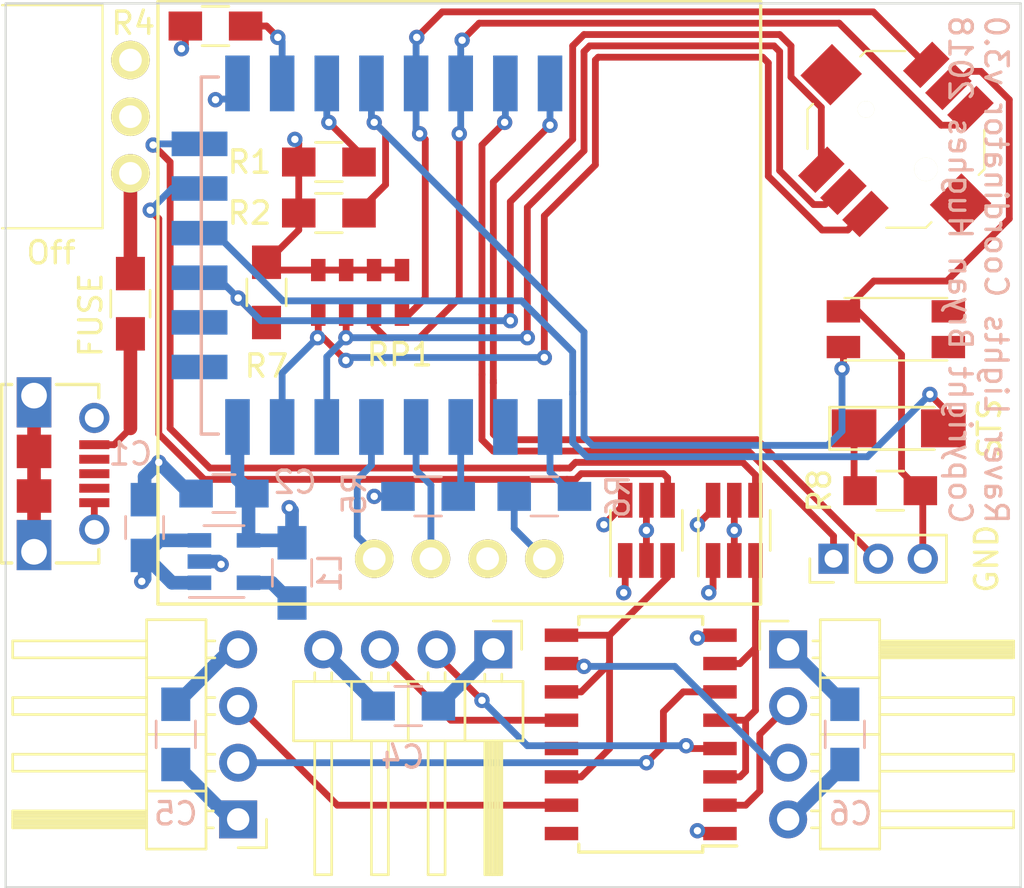
<source format=kicad_pcb>
(kicad_pcb (version 4) (host pcbnew 4.0.7)

  (general
    (links 93)
    (no_connects 0)
    (area 91.8306 95.957314 143.09421 143.0334)
    (thickness 1.6)
    (drawings 9)
    (tracks 338)
    (zones 0)
    (modules 30)
    (nets 33)
  )

  (page A)
  (layers
    (0 F.Cu signal)
    (1 Ground.Plane power hide)
    (2 Power.Plane power hide)
    (31 B.Cu signal)
    (32 B.Adhes user)
    (33 F.Adhes user)
    (34 B.Paste user)
    (35 F.Paste user)
    (36 B.SilkS user)
    (37 F.SilkS user)
    (38 B.Mask user)
    (39 F.Mask user)
    (40 Dwgs.User user)
    (41 Cmts.User user)
    (42 Eco1.User user)
    (43 Eco2.User user)
    (44 Edge.Cuts user)
    (45 Margin user)
    (46 B.CrtYd user)
    (47 F.CrtYd user)
    (48 B.Fab user)
    (49 F.Fab user)
  )

  (setup
    (last_trace_width 0.1524)
    (user_trace_width 0.1524)
    (user_trace_width 0.3048)
    (user_trace_width 0.6096)
    (user_trace_width 1.2192)
    (trace_clearance 0.1524)
    (zone_clearance 0.508)
    (zone_45_only no)
    (trace_min 0.1524)
    (segment_width 0.2)
    (edge_width 0.1)
    (via_size 0.6858)
    (via_drill 0.3302)
    (via_min_size 0.6858)
    (via_min_drill 0.3302)
    (uvia_size 0.762)
    (uvia_drill 0.508)
    (uvias_allowed no)
    (uvia_min_size 0)
    (uvia_min_drill 0)
    (pcb_text_width 0.3)
    (pcb_text_size 1.5 1.5)
    (mod_edge_width 0.15)
    (mod_text_size 1 1)
    (mod_text_width 0.15)
    (pad_size 1.35 1.35)
    (pad_drill 0.8)
    (pad_to_mask_clearance 0.0508)
    (aux_axis_origin 0 0)
    (grid_origin 175.2 118.4)
    (visible_elements FFFFFF7F)
    (pcbplotparams
      (layerselection 0x00030_80000001)
      (usegerberextensions false)
      (excludeedgelayer true)
      (linewidth 0.100000)
      (plotframeref false)
      (viasonmask false)
      (mode 1)
      (useauxorigin false)
      (hpglpennumber 1)
      (hpglpenspeed 20)
      (hpglpendiameter 15)
      (hpglpenoverlay 2)
      (psnegative false)
      (psa4output false)
      (plotreference true)
      (plotvalue true)
      (plotinvisibletext false)
      (padsonsilk false)
      (subtractmaskfromsilk false)
      (outputformat 1)
      (mirror false)
      (drillshape 0)
      (scaleselection 1)
      (outputdirectory ""))
  )

  (net 0 "")
  (net 1 "Net-(L1-Pad1)")
  (net 2 "Net-(P4-Pad1)")
  (net 3 "Net-(P4-Pad2)")
  (net 4 GND)
  (net 5 +3V3)
  (net 6 "Net-(R1-Pad2)")
  (net 7 "Net-(R4-Pad1)")
  (net 8 "Net-(R5-Pad1)")
  (net 9 "Net-(R6-Pad2)")
  (net 10 "Net-(R2-Pad1)")
  (net 11 "Net-(RP1-Pad3)")
  (net 12 "Net-(RP1-Pad2)")
  (net 13 "Net-(RP1-Pad1)")
  (net 14 "Net-(R7-Pad2)")
  (net 15 +5V)
  (net 16 "Net-(D1-Pad1)")
  (net 17 "Net-(D1-Pad2)")
  (net 18 "Net-(J1-Pad2)")
  (net 19 "Net-(J1-Pad3)")
  (net 20 "Net-(J2-Pad2)")
  (net 21 "Net-(J2-Pad3)")
  (net 22 "Net-(J3-Pad2)")
  (net 23 "Net-(J3-Pad3)")
  (net 24 "Net-(RP1-Pad4)")
  (net 25 "Net-(U3-Pad4)")
  (net 26 "Net-(U3-Pad5)")
  (net 27 "Net-(U2-Pad3)")
  (net 28 "Net-(U2-Pad11)")
  (net 29 "Net-(U3-Pad21)")
  (net 30 "Net-(U3-Pad22)")
  (net 31 "Net-(F0-Pad1)")
  (net 32 "Net-(F0-Pad2)")

  (net_class Default "This is the default net class."
    (clearance 0.1524)
    (trace_width 0.1524)
    (via_dia 0.6858)
    (via_drill 0.3302)
    (uvia_dia 0.762)
    (uvia_drill 0.508)
    (add_net +3V3)
    (add_net +5V)
    (add_net GND)
    (add_net "Net-(D1-Pad1)")
    (add_net "Net-(D1-Pad2)")
    (add_net "Net-(F0-Pad1)")
    (add_net "Net-(F0-Pad2)")
    (add_net "Net-(J1-Pad2)")
    (add_net "Net-(J1-Pad3)")
    (add_net "Net-(J2-Pad2)")
    (add_net "Net-(J2-Pad3)")
    (add_net "Net-(J3-Pad2)")
    (add_net "Net-(J3-Pad3)")
    (add_net "Net-(L1-Pad1)")
    (add_net "Net-(P4-Pad1)")
    (add_net "Net-(P4-Pad2)")
    (add_net "Net-(R1-Pad2)")
    (add_net "Net-(R2-Pad1)")
    (add_net "Net-(R4-Pad1)")
    (add_net "Net-(R5-Pad1)")
    (add_net "Net-(R6-Pad2)")
    (add_net "Net-(R7-Pad2)")
    (add_net "Net-(RP1-Pad1)")
    (add_net "Net-(RP1-Pad2)")
    (add_net "Net-(RP1-Pad3)")
    (add_net "Net-(RP1-Pad4)")
    (add_net "Net-(U2-Pad11)")
    (add_net "Net-(U2-Pad3)")
    (add_net "Net-(U3-Pad21)")
    (add_net "Net-(U3-Pad22)")
    (add_net "Net-(U3-Pad4)")
    (add_net "Net-(U3-Pad5)")
  )

  (module Capacitors_SMD:C_0805_HandSoldering (layer B.Cu) (tedit 5A6D19FA) (tstamp 58D4AE15)
    (at 100.143 126.655 90)
    (descr "Capacitor SMD 0805, hand soldering")
    (tags "capacitor 0805")
    (path /57A0E3BE)
    (attr smd)
    (fp_text reference C1 (at 3.302 -0.635 180) (layer B.SilkS)
      (effects (font (size 1 1) (thickness 0.15)) (justify mirror))
    )
    (fp_text value 4.7uF (at -8.2 -0.4 90) (layer B.Fab) hide
      (effects (font (size 1 1) (thickness 0.15)) (justify mirror))
    )
    (fp_line (start -1 -0.62) (end -1 0.62) (layer B.Fab) (width 0.1))
    (fp_line (start 1 -0.62) (end -1 -0.62) (layer B.Fab) (width 0.1))
    (fp_line (start 1 0.62) (end 1 -0.62) (layer B.Fab) (width 0.1))
    (fp_line (start -1 0.62) (end 1 0.62) (layer B.Fab) (width 0.1))
    (fp_line (start 0.5 0.85) (end -0.5 0.85) (layer B.SilkS) (width 0.12))
    (fp_line (start -0.5 -0.85) (end 0.5 -0.85) (layer B.SilkS) (width 0.12))
    (fp_line (start -2.25 0.88) (end 2.25 0.88) (layer B.CrtYd) (width 0.05))
    (fp_line (start -2.25 0.88) (end -2.25 -0.87) (layer B.CrtYd) (width 0.05))
    (fp_line (start 2.25 -0.87) (end 2.25 0.88) (layer B.CrtYd) (width 0.05))
    (fp_line (start 2.25 -0.87) (end -2.25 -0.87) (layer B.CrtYd) (width 0.05))
    (pad 1 smd rect (at -1.25 0 90) (size 1.5 1.25) (layers B.Cu B.Paste B.Mask)
      (net 15 +5V))
    (pad 2 smd rect (at 1.25 0 90) (size 1.5 1.25) (layers B.Cu B.Paste B.Mask)
      (net 4 GND))
    (model Capacitors_SMD.3dshapes/C_0805.wrl
      (at (xyz 0 0 0))
      (scale (xyz 1 1 1))
      (rotate (xyz 0 0 0))
    )
  )

  (module Capacitors_SMD:C_0805_HandSoldering (layer B.Cu) (tedit 5A6D1A00) (tstamp 58D4AE26)
    (at 103.699 125.131 180)
    (descr "Capacitor SMD 0805, hand soldering")
    (tags "capacitor 0805")
    (path /57A0E396)
    (attr smd)
    (fp_text reference C2 (at 0 1.75 180) (layer B.SilkS) hide
      (effects (font (size 1 1) (thickness 0.15)) (justify mirror))
    )
    (fp_text value 10uF (at 7 -5.8 180) (layer B.Fab) hide
      (effects (font (size 1 1) (thickness 0.15)) (justify mirror))
    )
    (fp_text user %R (at -3.175 0.508 180) (layer B.SilkS)
      (effects (font (size 1 1) (thickness 0.15)) (justify mirror))
    )
    (fp_line (start -1 -0.62) (end -1 0.62) (layer B.Fab) (width 0.1))
    (fp_line (start 1 -0.62) (end -1 -0.62) (layer B.Fab) (width 0.1))
    (fp_line (start 1 0.62) (end 1 -0.62) (layer B.Fab) (width 0.1))
    (fp_line (start -1 0.62) (end 1 0.62) (layer B.Fab) (width 0.1))
    (fp_line (start 0.5 0.85) (end -0.5 0.85) (layer B.SilkS) (width 0.12))
    (fp_line (start -0.5 -0.85) (end 0.5 -0.85) (layer B.SilkS) (width 0.12))
    (fp_line (start -2.25 0.88) (end 2.25 0.88) (layer B.CrtYd) (width 0.05))
    (fp_line (start -2.25 0.88) (end -2.25 -0.87) (layer B.CrtYd) (width 0.05))
    (fp_line (start 2.25 -0.87) (end 2.25 0.88) (layer B.CrtYd) (width 0.05))
    (fp_line (start 2.25 -0.87) (end -2.25 -0.87) (layer B.CrtYd) (width 0.05))
    (pad 1 smd rect (at -1.25 0 180) (size 1.5 1.25) (layers B.Cu B.Paste B.Mask)
      (net 5 +3V3))
    (pad 2 smd rect (at 1.25 0 180) (size 1.5 1.25) (layers B.Cu B.Paste B.Mask)
      (net 4 GND))
    (model Capacitors_SMD.3dshapes/C_0805.wrl
      (at (xyz 0 0 0))
      (scale (xyz 1 1 1))
      (rotate (xyz 0 0 0))
    )
  )

  (module Resistors_SMD:R_0805_HandSoldering (layer B.Cu) (tedit 58D85A48) (tstamp 58D4AE37)
    (at 106.747 128.687 90)
    (descr "Resistor SMD 0805, hand soldering")
    (tags "resistor 0805")
    (path /57A0E1B1)
    (attr smd)
    (fp_text reference L1 (at 0 1.7 90) (layer B.SilkS)
      (effects (font (size 1 1) (thickness 0.15)) (justify mirror))
    )
    (fp_text value 2.2uH (at -4 -9.6 90) (layer B.Fab) hide
      (effects (font (size 1 1) (thickness 0.15)) (justify mirror))
    )
    (fp_text user %R (at 0 1.7 90) (layer B.SilkS)
      (effects (font (size 1 1) (thickness 0.15)) (justify mirror))
    )
    (fp_line (start -1 -0.62) (end -1 0.62) (layer B.Fab) (width 0.1))
    (fp_line (start 1 -0.62) (end -1 -0.62) (layer B.Fab) (width 0.1))
    (fp_line (start 1 0.62) (end 1 -0.62) (layer B.Fab) (width 0.1))
    (fp_line (start -1 0.62) (end 1 0.62) (layer B.Fab) (width 0.1))
    (fp_line (start 0.6 -0.88) (end -0.6 -0.88) (layer B.SilkS) (width 0.12))
    (fp_line (start -0.6 0.88) (end 0.6 0.88) (layer B.SilkS) (width 0.12))
    (fp_line (start -2.35 0.9) (end 2.35 0.9) (layer B.CrtYd) (width 0.05))
    (fp_line (start -2.35 0.9) (end -2.35 -0.9) (layer B.CrtYd) (width 0.05))
    (fp_line (start 2.35 -0.9) (end 2.35 0.9) (layer B.CrtYd) (width 0.05))
    (fp_line (start 2.35 -0.9) (end -2.35 -0.9) (layer B.CrtYd) (width 0.05))
    (pad 1 smd rect (at -1.35 0 90) (size 1.5 1.3) (layers B.Cu B.Paste B.Mask)
      (net 1 "Net-(L1-Pad1)"))
    (pad 2 smd rect (at 1.35 0 90) (size 1.5 1.3) (layers B.Cu B.Paste B.Mask)
      (net 5 +3V3))
    (model Resistors_SMD.3dshapes/R_0805.wrl
      (at (xyz 0 0 0))
      (scale (xyz 1 1 1))
      (rotate (xyz 0 0 0))
    )
  )

  (module Pin_Headers:Pin_Header_Straight_1x03_Pitch2.00mm (layer F.Cu) (tedit 58D85B6E) (tstamp 58D4AE6E)
    (at 131.004 128.052 90)
    (descr "Through hole straight pin header, 1x03, 2.00mm pitch, single row")
    (tags "Through hole pin header THT 1x03 2.00mm single row")
    (path /584F7038)
    (fp_text reference P4 (at 0 -2.06 90) (layer F.SilkS) hide
      (effects (font (size 1 1) (thickness 0.15)))
    )
    (fp_text value SERIAL (at -0.162 6.164 90) (layer F.Fab) hide
      (effects (font (size 1 1) (thickness 0.15)))
    )
    (fp_line (start -1 -1) (end -1 5) (layer F.Fab) (width 0.1))
    (fp_line (start -1 5) (end 1 5) (layer F.Fab) (width 0.1))
    (fp_line (start 1 5) (end 1 -1) (layer F.Fab) (width 0.1))
    (fp_line (start 1 -1) (end -1 -1) (layer F.Fab) (width 0.1))
    (fp_line (start -1.06 1) (end -1.06 5.06) (layer F.SilkS) (width 0.12))
    (fp_line (start -1.06 5.06) (end 1.06 5.06) (layer F.SilkS) (width 0.12))
    (fp_line (start 1.06 5.06) (end 1.06 1) (layer F.SilkS) (width 0.12))
    (fp_line (start 1.06 1) (end -1.06 1) (layer F.SilkS) (width 0.12))
    (fp_line (start -1.06 0) (end -1.06 -1.06) (layer F.SilkS) (width 0.12))
    (fp_line (start -1.06 -1.06) (end 0 -1.06) (layer F.SilkS) (width 0.12))
    (fp_line (start -1.5 -1.5) (end -1.5 5.5) (layer F.CrtYd) (width 0.05))
    (fp_line (start -1.5 5.5) (end 1.5 5.5) (layer F.CrtYd) (width 0.05))
    (fp_line (start 1.5 5.5) (end 1.5 -1.5) (layer F.CrtYd) (width 0.05))
    (fp_line (start 1.5 -1.5) (end -1.5 -1.5) (layer F.CrtYd) (width 0.05))
    (fp_text user %R (at 0 -2.06 90) (layer F.Fab) hide
      (effects (font (size 1 1) (thickness 0.15)))
    )
    (pad 1 thru_hole rect (at 0 0 90) (size 1.35 1.35) (drill 0.8) (layers *.Cu *.Mask)
      (net 2 "Net-(P4-Pad1)"))
    (pad 2 thru_hole oval (at 0 2 90) (size 1.35 1.35) (drill 0.8) (layers *.Cu *.Mask)
      (net 3 "Net-(P4-Pad2)"))
    (pad 3 thru_hole oval (at 0 4 90) (size 1.35 1.35) (drill 0.8) (layers *.Cu *.Mask)
      (net 4 GND))
    (model ${KISYS3DMOD}/Pin_Headers.3dshapes/Pin_Header_Straight_1x03_Pitch2.00mm.wrl
      (at (xyz 0 0 0))
      (scale (xyz 1 1 1))
      (rotate (xyz 0 0 0))
    )
  )

  (module Resistors_SMD:R_0805_HandSoldering (layer F.Cu) (tedit 5A5BF84B) (tstamp 58D4AEB0)
    (at 108.398 110.272)
    (descr "Resistor SMD 0805, hand soldering")
    (tags "resistor 0805")
    (path /589793EA)
    (attr smd)
    (fp_text reference R1 (at -3.556 0) (layer F.SilkS)
      (effects (font (size 1 1) (thickness 0.15)))
    )
    (fp_text value 10k (at 0 1.75) (layer F.Fab) hide
      (effects (font (size 1 1) (thickness 0.15)))
    )
    (fp_text user %R (at 0 -1.7) (layer F.Fab) hide
      (effects (font (size 1 1) (thickness 0.15)))
    )
    (fp_line (start -1 0.62) (end -1 -0.62) (layer F.Fab) (width 0.1))
    (fp_line (start 1 0.62) (end -1 0.62) (layer F.Fab) (width 0.1))
    (fp_line (start 1 -0.62) (end 1 0.62) (layer F.Fab) (width 0.1))
    (fp_line (start -1 -0.62) (end 1 -0.62) (layer F.Fab) (width 0.1))
    (fp_line (start 0.6 0.88) (end -0.6 0.88) (layer F.SilkS) (width 0.12))
    (fp_line (start -0.6 -0.88) (end 0.6 -0.88) (layer F.SilkS) (width 0.12))
    (fp_line (start -2.35 -0.9) (end 2.35 -0.9) (layer F.CrtYd) (width 0.05))
    (fp_line (start -2.35 -0.9) (end -2.35 0.9) (layer F.CrtYd) (width 0.05))
    (fp_line (start 2.35 0.9) (end 2.35 -0.9) (layer F.CrtYd) (width 0.05))
    (fp_line (start 2.35 0.9) (end -2.35 0.9) (layer F.CrtYd) (width 0.05))
    (pad 1 smd rect (at -1.35 0) (size 1.5 1.3) (layers F.Cu F.Paste F.Mask)
      (net 5 +3V3))
    (pad 2 smd rect (at 1.35 0) (size 1.5 1.3) (layers F.Cu F.Paste F.Mask)
      (net 6 "Net-(R1-Pad2)"))
    (model Resistors_SMD.3dshapes/R_0805.wrl
      (at (xyz 0 0 0))
      (scale (xyz 1 1 1))
      (rotate (xyz 0 0 0))
    )
  )

  (module Resistors_SMD:R_0805_HandSoldering (layer F.Cu) (tedit 5A5BF84F) (tstamp 58D4AEC1)
    (at 108.398 112.558 180)
    (descr "Resistor SMD 0805, hand soldering")
    (tags "resistor 0805")
    (path /58978884)
    (attr smd)
    (fp_text reference R2 (at 3.556 0 180) (layer F.SilkS)
      (effects (font (size 1 1) (thickness 0.15)))
    )
    (fp_text value 1k (at 0 1.75 180) (layer F.Fab) hide
      (effects (font (size 1 1) (thickness 0.15)))
    )
    (fp_text user %R (at 3.6 0 180) (layer F.Fab) hide
      (effects (font (size 1 1) (thickness 0.15)))
    )
    (fp_line (start -1 0.62) (end -1 -0.62) (layer F.Fab) (width 0.1))
    (fp_line (start 1 0.62) (end -1 0.62) (layer F.Fab) (width 0.1))
    (fp_line (start 1 -0.62) (end 1 0.62) (layer F.Fab) (width 0.1))
    (fp_line (start -1 -0.62) (end 1 -0.62) (layer F.Fab) (width 0.1))
    (fp_line (start 0.6 0.88) (end -0.6 0.88) (layer F.SilkS) (width 0.12))
    (fp_line (start -0.6 -0.88) (end 0.6 -0.88) (layer F.SilkS) (width 0.12))
    (fp_line (start -2.35 -0.9) (end 2.35 -0.9) (layer F.CrtYd) (width 0.05))
    (fp_line (start -2.35 -0.9) (end -2.35 0.9) (layer F.CrtYd) (width 0.05))
    (fp_line (start 2.35 0.9) (end 2.35 -0.9) (layer F.CrtYd) (width 0.05))
    (fp_line (start 2.35 0.9) (end -2.35 0.9) (layer F.CrtYd) (width 0.05))
    (pad 1 smd rect (at -1.35 0 180) (size 1.5 1.3) (layers F.Cu F.Paste F.Mask)
      (net 10 "Net-(R2-Pad1)"))
    (pad 2 smd rect (at 1.35 0 180) (size 1.5 1.3) (layers F.Cu F.Paste F.Mask)
      (net 5 +3V3))
    (model Resistors_SMD.3dshapes/R_0805.wrl
      (at (xyz 0 0 0))
      (scale (xyz 1 1 1))
      (rotate (xyz 0 0 0))
    )
  )

  (module CL-SA-12C:CL-SA-12C4 (layer F.Cu) (tedit 58D85B54) (tstamp 58D4AECC)
    (at 99.508 108.24 270)
    (path /57A0DADD)
    (fp_text reference SW1 (at 0.25 3.5 270) (layer F.SilkS) hide
      (effects (font (size 1 1) (thickness 0.15)))
    )
    (fp_text value Switch_SPDT_x2 (at 0 6.75 270) (layer F.Fab) hide
      (effects (font (size 1 1) (thickness 0.15)))
    )
    (fp_line (start -5 5.75) (end -5 1.25) (layer F.SilkS) (width 0.1))
    (fp_line (start 5 1.25) (end 5 5.75) (layer F.SilkS) (width 0.1))
    (fp_line (start 5 5.75) (end -5 5.75) (layer F.CrtYd) (width 0.1))
    (fp_line (start -5 1.25) (end 5 1.25) (layer F.SilkS) (width 0.1))
    (pad 2 thru_hole circle (at 0 0 270) (size 1.7272 1.7272) (drill 1.016) (layers *.Cu *.Mask F.SilkS)
      (net 15 +5V))
    (pad 1 thru_hole circle (at -2.54 0 270) (size 1.7272 1.7272) (drill 1.016) (layers *.Cu *.Mask F.SilkS))
    (pad 3 thru_hole circle (at 2.54 0 270) (size 1.7272 1.7272) (drill 1.016) (layers *.Cu *.Mask F.SilkS)
      (net 31 "Net-(F0-Pad1)"))
  )

  (module TO_SOT_Packages_SMD:SOT-23-5 (layer B.Cu) (tedit 58D85723) (tstamp 58D4AEE1)
    (at 103.699 128.179)
    (descr "5-pin SOT23 package")
    (tags SOT-23-5)
    (path /57A0D83A)
    (attr smd)
    (fp_text reference U1 (at 0 2.9) (layer B.SilkS) hide
      (effects (font (size 1 1) (thickness 0.15)) (justify mirror))
    )
    (fp_text value LM3671 (at -8 2) (layer B.Fab) hide
      (effects (font (size 1 1) (thickness 0.15)) (justify mirror))
    )
    (fp_text user %R (at 0 0) (layer B.Fab) hide
      (effects (font (size 0.5 0.5) (thickness 0.075)) (justify mirror))
    )
    (fp_line (start -0.9 -1.61) (end 0.9 -1.61) (layer B.SilkS) (width 0.12))
    (fp_line (start 0.9 1.61) (end -1.55 1.61) (layer B.SilkS) (width 0.12))
    (fp_line (start -1.9 1.8) (end 1.9 1.8) (layer B.CrtYd) (width 0.05))
    (fp_line (start 1.9 1.8) (end 1.9 -1.8) (layer B.CrtYd) (width 0.05))
    (fp_line (start 1.9 -1.8) (end -1.9 -1.8) (layer B.CrtYd) (width 0.05))
    (fp_line (start -1.9 -1.8) (end -1.9 1.8) (layer B.CrtYd) (width 0.05))
    (fp_line (start -0.9 0.9) (end -0.25 1.55) (layer B.Fab) (width 0.1))
    (fp_line (start 0.9 1.55) (end -0.25 1.55) (layer B.Fab) (width 0.1))
    (fp_line (start -0.9 0.9) (end -0.9 -1.55) (layer B.Fab) (width 0.1))
    (fp_line (start 0.9 -1.55) (end -0.9 -1.55) (layer B.Fab) (width 0.1))
    (fp_line (start 0.9 1.55) (end 0.9 -1.55) (layer B.Fab) (width 0.1))
    (pad 1 smd rect (at -1.1 0.95) (size 1.06 0.65) (layers B.Cu B.Paste B.Mask)
      (net 15 +5V))
    (pad 2 smd rect (at -1.1 0) (size 1.06 0.65) (layers B.Cu B.Paste B.Mask)
      (net 4 GND))
    (pad 3 smd rect (at -1.1 -0.95) (size 1.06 0.65) (layers B.Cu B.Paste B.Mask)
      (net 15 +5V))
    (pad 4 smd rect (at 1.1 -0.95) (size 1.06 0.65) (layers B.Cu B.Paste B.Mask)
      (net 5 +3V3))
    (pad 5 smd rect (at 1.1 0.95) (size 1.06 0.65) (layers B.Cu B.Paste B.Mask)
      (net 1 "Net-(L1-Pad1)"))
    (model ${KISYS3DMOD}/TO_SOT_Packages_SMD.3dshapes/SOT-23-5.wrl
      (at (xyz 0 0 0))
      (scale (xyz 1 1 1))
      (rotate (xyz 0 0 0))
    )
  )

  (module Resistors_SMD:R_0805_HandSoldering (layer F.Cu) (tedit 5A6D19D8) (tstamp 58D855C9)
    (at 103.318 104.176 180)
    (descr "Resistor SMD 0805, hand soldering")
    (tags "resistor 0805")
    (path /58D6EE96)
    (attr smd)
    (fp_text reference R4 (at 3.683 0.127 180) (layer F.SilkS)
      (effects (font (size 1 1) (thickness 0.15)))
    )
    (fp_text value 10k (at 0 1.75 180) (layer F.Fab) hide
      (effects (font (size 1 1) (thickness 0.15)))
    )
    (fp_text user %R (at 0 -1.7 180) (layer F.Fab) hide
      (effects (font (size 1 1) (thickness 0.15)))
    )
    (fp_line (start -1 0.62) (end -1 -0.62) (layer F.Fab) (width 0.1))
    (fp_line (start 1 0.62) (end -1 0.62) (layer F.Fab) (width 0.1))
    (fp_line (start 1 -0.62) (end 1 0.62) (layer F.Fab) (width 0.1))
    (fp_line (start -1 -0.62) (end 1 -0.62) (layer F.Fab) (width 0.1))
    (fp_line (start 0.6 0.88) (end -0.6 0.88) (layer F.SilkS) (width 0.12))
    (fp_line (start -0.6 -0.88) (end 0.6 -0.88) (layer F.SilkS) (width 0.12))
    (fp_line (start -2.35 -0.9) (end 2.35 -0.9) (layer F.CrtYd) (width 0.05))
    (fp_line (start -2.35 -0.9) (end -2.35 0.9) (layer F.CrtYd) (width 0.05))
    (fp_line (start 2.35 0.9) (end 2.35 -0.9) (layer F.CrtYd) (width 0.05))
    (fp_line (start 2.35 0.9) (end -2.35 0.9) (layer F.CrtYd) (width 0.05))
    (pad 1 smd rect (at -1.35 0 180) (size 1.5 1.3) (layers F.Cu F.Paste F.Mask)
      (net 7 "Net-(R4-Pad1)"))
    (pad 2 smd rect (at 1.35 0 180) (size 1.5 1.3) (layers F.Cu F.Paste F.Mask)
      (net 4 GND))
    (model Resistors_SMD.3dshapes/R_0805.wrl
      (at (xyz 0 0 0))
      (scale (xyz 1 1 1))
      (rotate (xyz 0 0 0))
    )
  )

  (module Resistors_SMD:R_0805_HandSoldering (layer B.Cu) (tedit 5A6BC2FA) (tstamp 58D855DA)
    (at 112.843 125.258 180)
    (descr "Resistor SMD 0805, hand soldering")
    (tags "resistor 0805")
    (path /58D3649D)
    (attr smd)
    (fp_text reference R5 (at 3.302 0.127 270) (layer B.SilkS)
      (effects (font (size 1 1) (thickness 0.15)) (justify mirror))
    )
    (fp_text value 10k (at 0 -1.75 180) (layer B.Fab) hide
      (effects (font (size 1 1) (thickness 0.15)) (justify mirror))
    )
    (fp_text user %R (at 0 1.7 180) (layer B.Fab) hide
      (effects (font (size 1 1) (thickness 0.15)) (justify mirror))
    )
    (fp_line (start -1 -0.62) (end -1 0.62) (layer B.Fab) (width 0.1))
    (fp_line (start 1 -0.62) (end -1 -0.62) (layer B.Fab) (width 0.1))
    (fp_line (start 1 0.62) (end 1 -0.62) (layer B.Fab) (width 0.1))
    (fp_line (start -1 0.62) (end 1 0.62) (layer B.Fab) (width 0.1))
    (fp_line (start 0.6 -0.88) (end -0.6 -0.88) (layer B.SilkS) (width 0.12))
    (fp_line (start -0.6 0.88) (end 0.6 0.88) (layer B.SilkS) (width 0.12))
    (fp_line (start -2.35 0.9) (end 2.35 0.9) (layer B.CrtYd) (width 0.05))
    (fp_line (start -2.35 0.9) (end -2.35 -0.9) (layer B.CrtYd) (width 0.05))
    (fp_line (start 2.35 -0.9) (end 2.35 0.9) (layer B.CrtYd) (width 0.05))
    (fp_line (start 2.35 -0.9) (end -2.35 -0.9) (layer B.CrtYd) (width 0.05))
    (pad 1 smd rect (at -1.35 0 180) (size 1.5 1.3) (layers B.Cu B.Paste B.Mask)
      (net 8 "Net-(R5-Pad1)"))
    (pad 2 smd rect (at 1.35 0 180) (size 1.5 1.3) (layers B.Cu B.Paste B.Mask)
      (net 5 +3V3))
    (model Resistors_SMD.3dshapes/R_0805.wrl
      (at (xyz 0 0 0))
      (scale (xyz 1 1 1))
      (rotate (xyz 0 0 0))
    )
  )

  (module Resistors_SMD:R_0805_HandSoldering (layer B.Cu) (tedit 5A6BC2DC) (tstamp 58D855EB)
    (at 118.05 125.258)
    (descr "Resistor SMD 0805, hand soldering")
    (tags "resistor 0805")
    (path /58D6E0DB)
    (attr smd)
    (fp_text reference R6 (at 3.302 0 90) (layer B.SilkS)
      (effects (font (size 1 1) (thickness 0.15)) (justify mirror))
    )
    (fp_text value 10k (at 0 -1.75) (layer B.Fab) hide
      (effects (font (size 1 1) (thickness 0.15)) (justify mirror))
    )
    (fp_text user %R (at 0 1.7) (layer B.Fab) hide
      (effects (font (size 1 1) (thickness 0.15)) (justify mirror))
    )
    (fp_line (start -1 -0.62) (end -1 0.62) (layer B.Fab) (width 0.1))
    (fp_line (start 1 -0.62) (end -1 -0.62) (layer B.Fab) (width 0.1))
    (fp_line (start 1 0.62) (end 1 -0.62) (layer B.Fab) (width 0.1))
    (fp_line (start -1 0.62) (end 1 0.62) (layer B.Fab) (width 0.1))
    (fp_line (start 0.6 -0.88) (end -0.6 -0.88) (layer B.SilkS) (width 0.12))
    (fp_line (start -0.6 0.88) (end 0.6 0.88) (layer B.SilkS) (width 0.12))
    (fp_line (start -2.35 0.9) (end 2.35 0.9) (layer B.CrtYd) (width 0.05))
    (fp_line (start -2.35 0.9) (end -2.35 -0.9) (layer B.CrtYd) (width 0.05))
    (fp_line (start 2.35 -0.9) (end 2.35 0.9) (layer B.CrtYd) (width 0.05))
    (fp_line (start 2.35 -0.9) (end -2.35 -0.9) (layer B.CrtYd) (width 0.05))
    (pad 1 smd rect (at -1.35 0) (size 1.5 1.3) (layers B.Cu B.Paste B.Mask)
      (net 5 +3V3))
    (pad 2 smd rect (at 1.35 0) (size 1.5 1.3) (layers B.Cu B.Paste B.Mask)
      (net 9 "Net-(R6-Pad2)"))
    (model Resistors_SMD.3dshapes/R_0805.wrl
      (at (xyz 0 0 0))
      (scale (xyz 1 1 1))
      (rotate (xyz 0 0 0))
    )
  )

  (module Resistors_SMD:R_0805_HandSoldering (layer F.Cu) (tedit 5A6B5EDB) (tstamp 5961DC45)
    (at 105.604 116.114 270)
    (descr "Resistor SMD 0805, hand soldering")
    (tags "resistor 0805")
    (path /5A480E71)
    (attr smd)
    (fp_text reference R7 (at 3.302 0 360) (layer F.SilkS)
      (effects (font (size 1 1) (thickness 0.15)))
    )
    (fp_text value 10k (at 0 1.75 270) (layer F.Fab) hide
      (effects (font (size 1 1) (thickness 0.15)))
    )
    (fp_text user %R (at 0 0 270) (layer F.Fab) hide
      (effects (font (size 0.5 0.5) (thickness 0.075)))
    )
    (fp_line (start -1 0.62) (end -1 -0.62) (layer F.Fab) (width 0.1))
    (fp_line (start 1 0.62) (end -1 0.62) (layer F.Fab) (width 0.1))
    (fp_line (start 1 -0.62) (end 1 0.62) (layer F.Fab) (width 0.1))
    (fp_line (start -1 -0.62) (end 1 -0.62) (layer F.Fab) (width 0.1))
    (fp_line (start 0.6 0.88) (end -0.6 0.88) (layer F.SilkS) (width 0.12))
    (fp_line (start -0.6 -0.88) (end 0.6 -0.88) (layer F.SilkS) (width 0.12))
    (fp_line (start -2.35 -0.9) (end 2.35 -0.9) (layer F.CrtYd) (width 0.05))
    (fp_line (start -2.35 -0.9) (end -2.35 0.9) (layer F.CrtYd) (width 0.05))
    (fp_line (start 2.35 0.9) (end 2.35 -0.9) (layer F.CrtYd) (width 0.05))
    (fp_line (start 2.35 0.9) (end -2.35 0.9) (layer F.CrtYd) (width 0.05))
    (pad 1 smd rect (at -1.35 0 270) (size 1.5 1.3) (layers F.Cu F.Paste F.Mask)
      (net 5 +3V3))
    (pad 2 smd rect (at 1.35 0 270) (size 1.5 1.3) (layers F.Cu F.Paste F.Mask)
      (net 14 "Net-(R7-Pad2)"))
    (model ${KISYS3DMOD}/Resistors_SMD.3dshapes/R_0805.wrl
      (at (xyz 0 0 0))
      (scale (xyz 1 1 1))
      (rotate (xyz 0 0 0))
    )
  )

  (module Resistors_SMD:R_0805_HandSoldering (layer F.Cu) (tedit 5A6D1A2A) (tstamp 5961DC56)
    (at 133.544 125.004)
    (descr "Resistor SMD 0805, hand soldering")
    (tags "resistor 0805")
    (path /5A4B4365)
    (attr smd)
    (fp_text reference R8 (at -3.175 0 90) (layer F.SilkS)
      (effects (font (size 1 1) (thickness 0.15)))
    )
    (fp_text value 0 (at 0 1.75) (layer F.Fab) hide
      (effects (font (size 1 1) (thickness 0.15)))
    )
    (fp_text user %R (at 0 0) (layer F.Fab) hide
      (effects (font (size 0.5 0.5) (thickness 0.075)))
    )
    (fp_line (start -1 0.62) (end -1 -0.62) (layer F.Fab) (width 0.1))
    (fp_line (start 1 0.62) (end -1 0.62) (layer F.Fab) (width 0.1))
    (fp_line (start 1 -0.62) (end 1 0.62) (layer F.Fab) (width 0.1))
    (fp_line (start -1 -0.62) (end 1 -0.62) (layer F.Fab) (width 0.1))
    (fp_line (start 0.6 0.88) (end -0.6 0.88) (layer F.SilkS) (width 0.12))
    (fp_line (start -0.6 -0.88) (end 0.6 -0.88) (layer F.SilkS) (width 0.12))
    (fp_line (start -2.35 -0.9) (end 2.35 -0.9) (layer F.CrtYd) (width 0.05))
    (fp_line (start -2.35 -0.9) (end -2.35 0.9) (layer F.CrtYd) (width 0.05))
    (fp_line (start 2.35 0.9) (end 2.35 -0.9) (layer F.CrtYd) (width 0.05))
    (fp_line (start 2.35 0.9) (end -2.35 0.9) (layer F.CrtYd) (width 0.05))
    (pad 1 smd rect (at -1.35 0) (size 1.5 1.3) (layers F.Cu F.Paste F.Mask)
      (net 16 "Net-(D1-Pad1)"))
    (pad 2 smd rect (at 1.35 0) (size 1.5 1.3) (layers F.Cu F.Paste F.Mask)
      (net 4 GND))
    (model ${KISYS3DMOD}/Resistors_SMD.3dshapes/R_0805.wrl
      (at (xyz 0 0 0))
      (scale (xyz 1 1 1))
      (rotate (xyz 0 0 0))
    )
  )

  (module LEDs:LED_1206_HandSoldering (layer F.Cu) (tedit 5A5BB2A1) (tstamp 5A5ABBE3)
    (at 133.925 122.21)
    (descr "LED SMD 1206, hand soldering")
    (tags "LED 1206")
    (path /5A4B428E)
    (attr smd)
    (fp_text reference D1 (at 7.62 -1.016) (layer F.SilkS) hide
      (effects (font (size 1 1) (thickness 0.15)))
    )
    (fp_text value LED (at 0 1.9) (layer F.Fab) hide
      (effects (font (size 1 1) (thickness 0.15)))
    )
    (fp_line (start -3.1 -0.95) (end -3.1 0.95) (layer F.SilkS) (width 0.12))
    (fp_line (start -0.4 0) (end 0.2 -0.4) (layer F.Fab) (width 0.1))
    (fp_line (start 0.2 -0.4) (end 0.2 0.4) (layer F.Fab) (width 0.1))
    (fp_line (start 0.2 0.4) (end -0.4 0) (layer F.Fab) (width 0.1))
    (fp_line (start -0.45 -0.4) (end -0.45 0.4) (layer F.Fab) (width 0.1))
    (fp_line (start -1.6 0.8) (end -1.6 -0.8) (layer F.Fab) (width 0.1))
    (fp_line (start 1.6 0.8) (end -1.6 0.8) (layer F.Fab) (width 0.1))
    (fp_line (start 1.6 -0.8) (end 1.6 0.8) (layer F.Fab) (width 0.1))
    (fp_line (start -1.6 -0.8) (end 1.6 -0.8) (layer F.Fab) (width 0.1))
    (fp_line (start -3.1 0.95) (end 1.6 0.95) (layer F.SilkS) (width 0.12))
    (fp_line (start -3.1 -0.95) (end 1.6 -0.95) (layer F.SilkS) (width 0.12))
    (fp_line (start -3.25 -1.11) (end 3.25 -1.11) (layer F.CrtYd) (width 0.05))
    (fp_line (start -3.25 -1.11) (end -3.25 1.1) (layer F.CrtYd) (width 0.05))
    (fp_line (start 3.25 1.1) (end 3.25 -1.11) (layer F.CrtYd) (width 0.05))
    (fp_line (start 3.25 1.1) (end -3.25 1.1) (layer F.CrtYd) (width 0.05))
    (pad 1 smd rect (at -2 0) (size 2 1.7) (layers F.Cu F.Paste F.Mask)
      (net 16 "Net-(D1-Pad1)"))
    (pad 2 smd rect (at 2 0) (size 2 1.7) (layers F.Cu F.Paste F.Mask)
      (net 17 "Net-(D1-Pad2)"))
    (model ${KISYS3DMOD}/LEDs.3dshapes/LED_1206.wrl
      (at (xyz 0 0 0))
      (scale (xyz 1 1 1))
      (rotate (xyz 0 0 180))
    )
  )

  (module Pin_Headers:Pin_Header_Angled_1x04_Pitch2.54mm (layer F.Cu) (tedit 5A6AD278) (tstamp 5A5ABC30)
    (at 104.334 139.736 180)
    (descr "Through hole angled pin header, 1x04, 2.54mm pitch, 6mm pin length, single row")
    (tags "Through hole angled pin header THT 1x04 2.54mm single row")
    (path /5A47DDAC)
    (fp_text reference J1 (at 4.385 -2.27 180) (layer F.SilkS) hide
      (effects (font (size 1 1) (thickness 0.15)))
    )
    (fp_text value Conn_01x04 (at 4.385 9.89 180) (layer F.Fab) hide
      (effects (font (size 1 1) (thickness 0.15)))
    )
    (fp_line (start 2.135 -1.27) (end 4.04 -1.27) (layer F.Fab) (width 0.1))
    (fp_line (start 4.04 -1.27) (end 4.04 8.89) (layer F.Fab) (width 0.1))
    (fp_line (start 4.04 8.89) (end 1.5 8.89) (layer F.Fab) (width 0.1))
    (fp_line (start 1.5 8.89) (end 1.5 -0.635) (layer F.Fab) (width 0.1))
    (fp_line (start 1.5 -0.635) (end 2.135 -1.27) (layer F.Fab) (width 0.1))
    (fp_line (start -0.32 -0.32) (end 1.5 -0.32) (layer F.Fab) (width 0.1))
    (fp_line (start -0.32 -0.32) (end -0.32 0.32) (layer F.Fab) (width 0.1))
    (fp_line (start -0.32 0.32) (end 1.5 0.32) (layer F.Fab) (width 0.1))
    (fp_line (start 4.04 -0.32) (end 10.04 -0.32) (layer F.Fab) (width 0.1))
    (fp_line (start 10.04 -0.32) (end 10.04 0.32) (layer F.Fab) (width 0.1))
    (fp_line (start 4.04 0.32) (end 10.04 0.32) (layer F.Fab) (width 0.1))
    (fp_line (start -0.32 2.22) (end 1.5 2.22) (layer F.Fab) (width 0.1))
    (fp_line (start -0.32 2.22) (end -0.32 2.86) (layer F.Fab) (width 0.1))
    (fp_line (start -0.32 2.86) (end 1.5 2.86) (layer F.Fab) (width 0.1))
    (fp_line (start 4.04 2.22) (end 10.04 2.22) (layer F.Fab) (width 0.1))
    (fp_line (start 10.04 2.22) (end 10.04 2.86) (layer F.Fab) (width 0.1))
    (fp_line (start 4.04 2.86) (end 10.04 2.86) (layer F.Fab) (width 0.1))
    (fp_line (start -0.32 4.76) (end 1.5 4.76) (layer F.Fab) (width 0.1))
    (fp_line (start -0.32 4.76) (end -0.32 5.4) (layer F.Fab) (width 0.1))
    (fp_line (start -0.32 5.4) (end 1.5 5.4) (layer F.Fab) (width 0.1))
    (fp_line (start 4.04 4.76) (end 10.04 4.76) (layer F.Fab) (width 0.1))
    (fp_line (start 10.04 4.76) (end 10.04 5.4) (layer F.Fab) (width 0.1))
    (fp_line (start 4.04 5.4) (end 10.04 5.4) (layer F.Fab) (width 0.1))
    (fp_line (start -0.32 7.3) (end 1.5 7.3) (layer F.Fab) (width 0.1))
    (fp_line (start -0.32 7.3) (end -0.32 7.94) (layer F.Fab) (width 0.1))
    (fp_line (start -0.32 7.94) (end 1.5 7.94) (layer F.Fab) (width 0.1))
    (fp_line (start 4.04 7.3) (end 10.04 7.3) (layer F.Fab) (width 0.1))
    (fp_line (start 10.04 7.3) (end 10.04 7.94) (layer F.Fab) (width 0.1))
    (fp_line (start 4.04 7.94) (end 10.04 7.94) (layer F.Fab) (width 0.1))
    (fp_line (start 1.44 -1.33) (end 1.44 8.95) (layer F.SilkS) (width 0.12))
    (fp_line (start 1.44 8.95) (end 4.1 8.95) (layer F.SilkS) (width 0.12))
    (fp_line (start 4.1 8.95) (end 4.1 -1.33) (layer F.SilkS) (width 0.12))
    (fp_line (start 4.1 -1.33) (end 1.44 -1.33) (layer F.SilkS) (width 0.12))
    (fp_line (start 4.1 -0.38) (end 10.1 -0.38) (layer F.SilkS) (width 0.12))
    (fp_line (start 10.1 -0.38) (end 10.1 0.38) (layer F.SilkS) (width 0.12))
    (fp_line (start 10.1 0.38) (end 4.1 0.38) (layer F.SilkS) (width 0.12))
    (fp_line (start 4.1 -0.32) (end 10.1 -0.32) (layer F.SilkS) (width 0.12))
    (fp_line (start 4.1 -0.2) (end 10.1 -0.2) (layer F.SilkS) (width 0.12))
    (fp_line (start 4.1 -0.08) (end 10.1 -0.08) (layer F.SilkS) (width 0.12))
    (fp_line (start 4.1 0.04) (end 10.1 0.04) (layer F.SilkS) (width 0.12))
    (fp_line (start 4.1 0.16) (end 10.1 0.16) (layer F.SilkS) (width 0.12))
    (fp_line (start 4.1 0.28) (end 10.1 0.28) (layer F.SilkS) (width 0.12))
    (fp_line (start 1.11 -0.38) (end 1.44 -0.38) (layer F.SilkS) (width 0.12))
    (fp_line (start 1.11 0.38) (end 1.44 0.38) (layer F.SilkS) (width 0.12))
    (fp_line (start 1.44 1.27) (end 4.1 1.27) (layer F.SilkS) (width 0.12))
    (fp_line (start 4.1 2.16) (end 10.1 2.16) (layer F.SilkS) (width 0.12))
    (fp_line (start 10.1 2.16) (end 10.1 2.92) (layer F.SilkS) (width 0.12))
    (fp_line (start 10.1 2.92) (end 4.1 2.92) (layer F.SilkS) (width 0.12))
    (fp_line (start 1.042929 2.16) (end 1.44 2.16) (layer F.SilkS) (width 0.12))
    (fp_line (start 1.042929 2.92) (end 1.44 2.92) (layer F.SilkS) (width 0.12))
    (fp_line (start 1.44 3.81) (end 4.1 3.81) (layer F.SilkS) (width 0.12))
    (fp_line (start 4.1 4.7) (end 10.1 4.7) (layer F.SilkS) (width 0.12))
    (fp_line (start 10.1 4.7) (end 10.1 5.46) (layer F.SilkS) (width 0.12))
    (fp_line (start 10.1 5.46) (end 4.1 5.46) (layer F.SilkS) (width 0.12))
    (fp_line (start 1.042929 4.7) (end 1.44 4.7) (layer F.SilkS) (width 0.12))
    (fp_line (start 1.042929 5.46) (end 1.44 5.46) (layer F.SilkS) (width 0.12))
    (fp_line (start 1.44 6.35) (end 4.1 6.35) (layer F.SilkS) (width 0.12))
    (fp_line (start 4.1 7.24) (end 10.1 7.24) (layer F.SilkS) (width 0.12))
    (fp_line (start 10.1 7.24) (end 10.1 8) (layer F.SilkS) (width 0.12))
    (fp_line (start 10.1 8) (end 4.1 8) (layer F.SilkS) (width 0.12))
    (fp_line (start 1.042929 7.24) (end 1.44 7.24) (layer F.SilkS) (width 0.12))
    (fp_line (start 1.042929 8) (end 1.44 8) (layer F.SilkS) (width 0.12))
    (fp_line (start -1.27 0) (end -1.27 -1.27) (layer F.SilkS) (width 0.12))
    (fp_line (start -1.27 -1.27) (end 0 -1.27) (layer F.SilkS) (width 0.12))
    (fp_line (start -1.8 -1.8) (end -1.8 9.4) (layer F.CrtYd) (width 0.05))
    (fp_line (start -1.8 9.4) (end 10.55 9.4) (layer F.CrtYd) (width 0.05))
    (fp_line (start 10.55 9.4) (end 10.55 -1.8) (layer F.CrtYd) (width 0.05))
    (fp_line (start 10.55 -1.8) (end -1.8 -1.8) (layer F.CrtYd) (width 0.05))
    (fp_text user %R (at 2.77 3.81 270) (layer F.Fab) hide
      (effects (font (size 1 1) (thickness 0.15)))
    )
    (pad 1 thru_hole rect (at 0 0 180) (size 1.7 1.7) (drill 1) (layers *.Cu *.Mask)
      (net 15 +5V))
    (pad 2 thru_hole oval (at 0 2.54 180) (size 1.7 1.7) (drill 1) (layers *.Cu *.Mask)
      (net 18 "Net-(J1-Pad2)"))
    (pad 3 thru_hole oval (at 0 5.08 180) (size 1.7 1.7) (drill 1) (layers *.Cu *.Mask)
      (net 19 "Net-(J1-Pad3)"))
    (pad 4 thru_hole oval (at 0 7.62 180) (size 1.7 1.7) (drill 1) (layers *.Cu *.Mask)
      (net 4 GND))
    (model ${KISYS3DMOD}/Pin_Headers.3dshapes/Pin_Header_Angled_1x04_Pitch2.54mm.wrl
      (at (xyz 0 0 0))
      (scale (xyz 1 1 1))
      (rotate (xyz 0 0 0))
    )
  )

  (module Pin_Headers:Pin_Header_Angled_1x04_Pitch2.54mm (layer F.Cu) (tedit 5A5BB1C5) (tstamp 5A5ABC7D)
    (at 115.764 132.116 270)
    (descr "Through hole angled pin header, 1x04, 2.54mm pitch, 6mm pin length, single row")
    (tags "Through hole angled pin header THT 1x04 2.54mm single row")
    (path /5A47DE57)
    (fp_text reference J2 (at 4.385 -2.27 270) (layer F.SilkS) hide
      (effects (font (size 1 1) (thickness 0.15)))
    )
    (fp_text value Conn_01x04 (at 4.385 9.89 270) (layer F.Fab) hide
      (effects (font (size 1 1) (thickness 0.15)))
    )
    (fp_line (start 2.135 -1.27) (end 4.04 -1.27) (layer F.Fab) (width 0.1))
    (fp_line (start 4.04 -1.27) (end 4.04 8.89) (layer F.Fab) (width 0.1))
    (fp_line (start 4.04 8.89) (end 1.5 8.89) (layer F.Fab) (width 0.1))
    (fp_line (start 1.5 8.89) (end 1.5 -0.635) (layer F.Fab) (width 0.1))
    (fp_line (start 1.5 -0.635) (end 2.135 -1.27) (layer F.Fab) (width 0.1))
    (fp_line (start -0.32 -0.32) (end 1.5 -0.32) (layer F.Fab) (width 0.1))
    (fp_line (start -0.32 -0.32) (end -0.32 0.32) (layer F.Fab) (width 0.1))
    (fp_line (start -0.32 0.32) (end 1.5 0.32) (layer F.Fab) (width 0.1))
    (fp_line (start 4.04 -0.32) (end 10.04 -0.32) (layer F.Fab) (width 0.1))
    (fp_line (start 10.04 -0.32) (end 10.04 0.32) (layer F.Fab) (width 0.1))
    (fp_line (start 4.04 0.32) (end 10.04 0.32) (layer F.Fab) (width 0.1))
    (fp_line (start -0.32 2.22) (end 1.5 2.22) (layer F.Fab) (width 0.1))
    (fp_line (start -0.32 2.22) (end -0.32 2.86) (layer F.Fab) (width 0.1))
    (fp_line (start -0.32 2.86) (end 1.5 2.86) (layer F.Fab) (width 0.1))
    (fp_line (start 4.04 2.22) (end 10.04 2.22) (layer F.Fab) (width 0.1))
    (fp_line (start 10.04 2.22) (end 10.04 2.86) (layer F.Fab) (width 0.1))
    (fp_line (start 4.04 2.86) (end 10.04 2.86) (layer F.Fab) (width 0.1))
    (fp_line (start -0.32 4.76) (end 1.5 4.76) (layer F.Fab) (width 0.1))
    (fp_line (start -0.32 4.76) (end -0.32 5.4) (layer F.Fab) (width 0.1))
    (fp_line (start -0.32 5.4) (end 1.5 5.4) (layer F.Fab) (width 0.1))
    (fp_line (start 4.04 4.76) (end 10.04 4.76) (layer F.Fab) (width 0.1))
    (fp_line (start 10.04 4.76) (end 10.04 5.4) (layer F.Fab) (width 0.1))
    (fp_line (start 4.04 5.4) (end 10.04 5.4) (layer F.Fab) (width 0.1))
    (fp_line (start -0.32 7.3) (end 1.5 7.3) (layer F.Fab) (width 0.1))
    (fp_line (start -0.32 7.3) (end -0.32 7.94) (layer F.Fab) (width 0.1))
    (fp_line (start -0.32 7.94) (end 1.5 7.94) (layer F.Fab) (width 0.1))
    (fp_line (start 4.04 7.3) (end 10.04 7.3) (layer F.Fab) (width 0.1))
    (fp_line (start 10.04 7.3) (end 10.04 7.94) (layer F.Fab) (width 0.1))
    (fp_line (start 4.04 7.94) (end 10.04 7.94) (layer F.Fab) (width 0.1))
    (fp_line (start 1.44 -1.33) (end 1.44 8.95) (layer F.SilkS) (width 0.12))
    (fp_line (start 1.44 8.95) (end 4.1 8.95) (layer F.SilkS) (width 0.12))
    (fp_line (start 4.1 8.95) (end 4.1 -1.33) (layer F.SilkS) (width 0.12))
    (fp_line (start 4.1 -1.33) (end 1.44 -1.33) (layer F.SilkS) (width 0.12))
    (fp_line (start 4.1 -0.38) (end 10.1 -0.38) (layer F.SilkS) (width 0.12))
    (fp_line (start 10.1 -0.38) (end 10.1 0.38) (layer F.SilkS) (width 0.12))
    (fp_line (start 10.1 0.38) (end 4.1 0.38) (layer F.SilkS) (width 0.12))
    (fp_line (start 4.1 -0.32) (end 10.1 -0.32) (layer F.SilkS) (width 0.12))
    (fp_line (start 4.1 -0.2) (end 10.1 -0.2) (layer F.SilkS) (width 0.12))
    (fp_line (start 4.1 -0.08) (end 10.1 -0.08) (layer F.SilkS) (width 0.12))
    (fp_line (start 4.1 0.04) (end 10.1 0.04) (layer F.SilkS) (width 0.12))
    (fp_line (start 4.1 0.16) (end 10.1 0.16) (layer F.SilkS) (width 0.12))
    (fp_line (start 4.1 0.28) (end 10.1 0.28) (layer F.SilkS) (width 0.12))
    (fp_line (start 1.11 -0.38) (end 1.44 -0.38) (layer F.SilkS) (width 0.12))
    (fp_line (start 1.11 0.38) (end 1.44 0.38) (layer F.SilkS) (width 0.12))
    (fp_line (start 1.44 1.27) (end 4.1 1.27) (layer F.SilkS) (width 0.12))
    (fp_line (start 4.1 2.16) (end 10.1 2.16) (layer F.SilkS) (width 0.12))
    (fp_line (start 10.1 2.16) (end 10.1 2.92) (layer F.SilkS) (width 0.12))
    (fp_line (start 10.1 2.92) (end 4.1 2.92) (layer F.SilkS) (width 0.12))
    (fp_line (start 1.042929 2.16) (end 1.44 2.16) (layer F.SilkS) (width 0.12))
    (fp_line (start 1.042929 2.92) (end 1.44 2.92) (layer F.SilkS) (width 0.12))
    (fp_line (start 1.44 3.81) (end 4.1 3.81) (layer F.SilkS) (width 0.12))
    (fp_line (start 4.1 4.7) (end 10.1 4.7) (layer F.SilkS) (width 0.12))
    (fp_line (start 10.1 4.7) (end 10.1 5.46) (layer F.SilkS) (width 0.12))
    (fp_line (start 10.1 5.46) (end 4.1 5.46) (layer F.SilkS) (width 0.12))
    (fp_line (start 1.042929 4.7) (end 1.44 4.7) (layer F.SilkS) (width 0.12))
    (fp_line (start 1.042929 5.46) (end 1.44 5.46) (layer F.SilkS) (width 0.12))
    (fp_line (start 1.44 6.35) (end 4.1 6.35) (layer F.SilkS) (width 0.12))
    (fp_line (start 4.1 7.24) (end 10.1 7.24) (layer F.SilkS) (width 0.12))
    (fp_line (start 10.1 7.24) (end 10.1 8) (layer F.SilkS) (width 0.12))
    (fp_line (start 10.1 8) (end 4.1 8) (layer F.SilkS) (width 0.12))
    (fp_line (start 1.042929 7.24) (end 1.44 7.24) (layer F.SilkS) (width 0.12))
    (fp_line (start 1.042929 8) (end 1.44 8) (layer F.SilkS) (width 0.12))
    (fp_line (start -1.27 0) (end -1.27 -1.27) (layer F.SilkS) (width 0.12))
    (fp_line (start -1.27 -1.27) (end 0 -1.27) (layer F.SilkS) (width 0.12))
    (fp_line (start -1.8 -1.8) (end -1.8 9.4) (layer F.CrtYd) (width 0.05))
    (fp_line (start -1.8 9.4) (end 10.55 9.4) (layer F.CrtYd) (width 0.05))
    (fp_line (start 10.55 9.4) (end 10.55 -1.8) (layer F.CrtYd) (width 0.05))
    (fp_line (start 10.55 -1.8) (end -1.8 -1.8) (layer F.CrtYd) (width 0.05))
    (fp_text user %R (at 2.77 3.81 360) (layer F.Fab) hide
      (effects (font (size 1 1) (thickness 0.15)))
    )
    (pad 1 thru_hole rect (at 0 0 270) (size 1.7 1.7) (drill 1) (layers *.Cu *.Mask)
      (net 15 +5V))
    (pad 2 thru_hole oval (at 0 2.54 270) (size 1.7 1.7) (drill 1) (layers *.Cu *.Mask)
      (net 20 "Net-(J2-Pad2)"))
    (pad 3 thru_hole oval (at 0 5.08 270) (size 1.7 1.7) (drill 1) (layers *.Cu *.Mask)
      (net 21 "Net-(J2-Pad3)"))
    (pad 4 thru_hole oval (at 0 7.62 270) (size 1.7 1.7) (drill 1) (layers *.Cu *.Mask)
      (net 4 GND))
    (model ${KISYS3DMOD}/Pin_Headers.3dshapes/Pin_Header_Angled_1x04_Pitch2.54mm.wrl
      (at (xyz 0 0 0))
      (scale (xyz 1 1 1))
      (rotate (xyz 0 0 0))
    )
  )

  (module Pin_Headers:Pin_Header_Angled_1x04_Pitch2.54mm (layer F.Cu) (tedit 5A6AD26F) (tstamp 5A5ABCCA)
    (at 128.972 132.116)
    (descr "Through hole angled pin header, 1x04, 2.54mm pitch, 6mm pin length, single row")
    (tags "Through hole angled pin header THT 1x04 2.54mm single row")
    (path /5A482341)
    (fp_text reference J3 (at 4.385 -2.27) (layer F.SilkS) hide
      (effects (font (size 1 1) (thickness 0.15)))
    )
    (fp_text value Conn_01x04 (at 4.385 9.89) (layer F.Fab) hide
      (effects (font (size 1 1) (thickness 0.15)))
    )
    (fp_line (start 2.135 -1.27) (end 4.04 -1.27) (layer F.Fab) (width 0.1))
    (fp_line (start 4.04 -1.27) (end 4.04 8.89) (layer F.Fab) (width 0.1))
    (fp_line (start 4.04 8.89) (end 1.5 8.89) (layer F.Fab) (width 0.1))
    (fp_line (start 1.5 8.89) (end 1.5 -0.635) (layer F.Fab) (width 0.1))
    (fp_line (start 1.5 -0.635) (end 2.135 -1.27) (layer F.Fab) (width 0.1))
    (fp_line (start -0.32 -0.32) (end 1.5 -0.32) (layer F.Fab) (width 0.1))
    (fp_line (start -0.32 -0.32) (end -0.32 0.32) (layer F.Fab) (width 0.1))
    (fp_line (start -0.32 0.32) (end 1.5 0.32) (layer F.Fab) (width 0.1))
    (fp_line (start 4.04 -0.32) (end 10.04 -0.32) (layer F.Fab) (width 0.1))
    (fp_line (start 10.04 -0.32) (end 10.04 0.32) (layer F.Fab) (width 0.1))
    (fp_line (start 4.04 0.32) (end 10.04 0.32) (layer F.Fab) (width 0.1))
    (fp_line (start -0.32 2.22) (end 1.5 2.22) (layer F.Fab) (width 0.1))
    (fp_line (start -0.32 2.22) (end -0.32 2.86) (layer F.Fab) (width 0.1))
    (fp_line (start -0.32 2.86) (end 1.5 2.86) (layer F.Fab) (width 0.1))
    (fp_line (start 4.04 2.22) (end 10.04 2.22) (layer F.Fab) (width 0.1))
    (fp_line (start 10.04 2.22) (end 10.04 2.86) (layer F.Fab) (width 0.1))
    (fp_line (start 4.04 2.86) (end 10.04 2.86) (layer F.Fab) (width 0.1))
    (fp_line (start -0.32 4.76) (end 1.5 4.76) (layer F.Fab) (width 0.1))
    (fp_line (start -0.32 4.76) (end -0.32 5.4) (layer F.Fab) (width 0.1))
    (fp_line (start -0.32 5.4) (end 1.5 5.4) (layer F.Fab) (width 0.1))
    (fp_line (start 4.04 4.76) (end 10.04 4.76) (layer F.Fab) (width 0.1))
    (fp_line (start 10.04 4.76) (end 10.04 5.4) (layer F.Fab) (width 0.1))
    (fp_line (start 4.04 5.4) (end 10.04 5.4) (layer F.Fab) (width 0.1))
    (fp_line (start -0.32 7.3) (end 1.5 7.3) (layer F.Fab) (width 0.1))
    (fp_line (start -0.32 7.3) (end -0.32 7.94) (layer F.Fab) (width 0.1))
    (fp_line (start -0.32 7.94) (end 1.5 7.94) (layer F.Fab) (width 0.1))
    (fp_line (start 4.04 7.3) (end 10.04 7.3) (layer F.Fab) (width 0.1))
    (fp_line (start 10.04 7.3) (end 10.04 7.94) (layer F.Fab) (width 0.1))
    (fp_line (start 4.04 7.94) (end 10.04 7.94) (layer F.Fab) (width 0.1))
    (fp_line (start 1.44 -1.33) (end 1.44 8.95) (layer F.SilkS) (width 0.12))
    (fp_line (start 1.44 8.95) (end 4.1 8.95) (layer F.SilkS) (width 0.12))
    (fp_line (start 4.1 8.95) (end 4.1 -1.33) (layer F.SilkS) (width 0.12))
    (fp_line (start 4.1 -1.33) (end 1.44 -1.33) (layer F.SilkS) (width 0.12))
    (fp_line (start 4.1 -0.38) (end 10.1 -0.38) (layer F.SilkS) (width 0.12))
    (fp_line (start 10.1 -0.38) (end 10.1 0.38) (layer F.SilkS) (width 0.12))
    (fp_line (start 10.1 0.38) (end 4.1 0.38) (layer F.SilkS) (width 0.12))
    (fp_line (start 4.1 -0.32) (end 10.1 -0.32) (layer F.SilkS) (width 0.12))
    (fp_line (start 4.1 -0.2) (end 10.1 -0.2) (layer F.SilkS) (width 0.12))
    (fp_line (start 4.1 -0.08) (end 10.1 -0.08) (layer F.SilkS) (width 0.12))
    (fp_line (start 4.1 0.04) (end 10.1 0.04) (layer F.SilkS) (width 0.12))
    (fp_line (start 4.1 0.16) (end 10.1 0.16) (layer F.SilkS) (width 0.12))
    (fp_line (start 4.1 0.28) (end 10.1 0.28) (layer F.SilkS) (width 0.12))
    (fp_line (start 1.11 -0.38) (end 1.44 -0.38) (layer F.SilkS) (width 0.12))
    (fp_line (start 1.11 0.38) (end 1.44 0.38) (layer F.SilkS) (width 0.12))
    (fp_line (start 1.44 1.27) (end 4.1 1.27) (layer F.SilkS) (width 0.12))
    (fp_line (start 4.1 2.16) (end 10.1 2.16) (layer F.SilkS) (width 0.12))
    (fp_line (start 10.1 2.16) (end 10.1 2.92) (layer F.SilkS) (width 0.12))
    (fp_line (start 10.1 2.92) (end 4.1 2.92) (layer F.SilkS) (width 0.12))
    (fp_line (start 1.042929 2.16) (end 1.44 2.16) (layer F.SilkS) (width 0.12))
    (fp_line (start 1.042929 2.92) (end 1.44 2.92) (layer F.SilkS) (width 0.12))
    (fp_line (start 1.44 3.81) (end 4.1 3.81) (layer F.SilkS) (width 0.12))
    (fp_line (start 4.1 4.7) (end 10.1 4.7) (layer F.SilkS) (width 0.12))
    (fp_line (start 10.1 4.7) (end 10.1 5.46) (layer F.SilkS) (width 0.12))
    (fp_line (start 10.1 5.46) (end 4.1 5.46) (layer F.SilkS) (width 0.12))
    (fp_line (start 1.042929 4.7) (end 1.44 4.7) (layer F.SilkS) (width 0.12))
    (fp_line (start 1.042929 5.46) (end 1.44 5.46) (layer F.SilkS) (width 0.12))
    (fp_line (start 1.44 6.35) (end 4.1 6.35) (layer F.SilkS) (width 0.12))
    (fp_line (start 4.1 7.24) (end 10.1 7.24) (layer F.SilkS) (width 0.12))
    (fp_line (start 10.1 7.24) (end 10.1 8) (layer F.SilkS) (width 0.12))
    (fp_line (start 10.1 8) (end 4.1 8) (layer F.SilkS) (width 0.12))
    (fp_line (start 1.042929 7.24) (end 1.44 7.24) (layer F.SilkS) (width 0.12))
    (fp_line (start 1.042929 8) (end 1.44 8) (layer F.SilkS) (width 0.12))
    (fp_line (start -1.27 0) (end -1.27 -1.27) (layer F.SilkS) (width 0.12))
    (fp_line (start -1.27 -1.27) (end 0 -1.27) (layer F.SilkS) (width 0.12))
    (fp_line (start -1.8 -1.8) (end -1.8 9.4) (layer F.CrtYd) (width 0.05))
    (fp_line (start -1.8 9.4) (end 10.55 9.4) (layer F.CrtYd) (width 0.05))
    (fp_line (start 10.55 9.4) (end 10.55 -1.8) (layer F.CrtYd) (width 0.05))
    (fp_line (start 10.55 -1.8) (end -1.8 -1.8) (layer F.CrtYd) (width 0.05))
    (fp_text user %R (at 2.77 3.81 90) (layer F.Fab) hide
      (effects (font (size 1 1) (thickness 0.15)))
    )
    (pad 1 thru_hole rect (at 0 0) (size 1.7 1.7) (drill 1) (layers *.Cu *.Mask)
      (net 15 +5V))
    (pad 2 thru_hole oval (at 0 2.54) (size 1.7 1.7) (drill 1) (layers *.Cu *.Mask)
      (net 22 "Net-(J3-Pad2)"))
    (pad 3 thru_hole oval (at 0 5.08) (size 1.7 1.7) (drill 1) (layers *.Cu *.Mask)
      (net 23 "Net-(J3-Pad3)"))
    (pad 4 thru_hole oval (at 0 7.62) (size 1.7 1.7) (drill 1) (layers *.Cu *.Mask)
      (net 4 GND))
    (model ${KISYS3DMOD}/Pin_Headers.3dshapes/Pin_Header_Angled_1x04_Pitch2.54mm.wrl
      (at (xyz 0 0 0))
      (scale (xyz 1 1 1))
      (rotate (xyz 0 0 0))
    )
  )

  (module nebrius-discrete:R_Array_Concave_4x0805 (layer F.Cu) (tedit 5A6D1A5E) (tstamp 5A5ABD18)
    (at 109.922 116.114)
    (path /59615F7B)
    (fp_text reference RP1 (at 1.651 2.794) (layer F.SilkS)
      (effects (font (size 1 1) (thickness 0.15)))
    )
    (fp_text value 10k (at 0 6.35) (layer F.Fab) hide
      (effects (font (size 1 1) (thickness 0.15)))
    )
    (fp_line (start -2.75 -1.75) (end -2.75 1.75) (layer F.CrtYd) (width 0.1))
    (fp_line (start -2.75 1.75) (end 2.5 1.75) (layer F.CrtYd) (width 0.1))
    (fp_line (start 2.5 1.75) (end 2.5 -1.75) (layer F.CrtYd) (width 0.1))
    (fp_line (start 2.5 -1.75) (end -2.75 -1.75) (layer F.CrtYd) (width 0.1))
    (pad 8 smd rect (at -2 -1) (size 0.65 1) (layers F.Cu F.Paste F.Mask)
      (net 5 +3V3))
    (pad 7 smd rect (at -0.75 -1) (size 0.65 1) (layers F.Cu F.Paste F.Mask)
      (net 5 +3V3))
    (pad 6 smd rect (at 0.5 -1) (size 0.65 1) (layers F.Cu F.Paste F.Mask)
      (net 5 +3V3))
    (pad 5 smd rect (at 1.75 -1) (size 0.65 1) (layers F.Cu F.Paste F.Mask)
      (net 5 +3V3))
    (pad 4 smd rect (at 1.75 1) (size 0.65 1) (layers F.Cu F.Paste F.Mask)
      (net 24 "Net-(RP1-Pad4)"))
    (pad 3 smd rect (at 0.5 1) (size 0.65 1) (layers F.Cu F.Paste F.Mask)
      (net 11 "Net-(RP1-Pad3)"))
    (pad 2 smd rect (at -0.75 1) (size 0.65 1) (layers F.Cu F.Paste F.Mask)
      (net 12 "Net-(RP1-Pad2)"))
    (pad 1 smd rect (at -2 1) (size 0.65 1) (layers F.Cu F.Paste F.Mask)
      (net 13 "Net-(RP1-Pad1)"))
  )

  (module nebrius-switch:KMR641NG (layer F.Cu) (tedit 5A5BB278) (tstamp 5A5ABD27)
    (at 133.798 117.765 180)
    (path /59611BF3)
    (fp_text reference SW2 (at -7.62 0.762 180) (layer F.SilkS) hide
      (effects (font (size 1 1) (thickness 0.15)))
    )
    (fp_text value Switch_DPST (at 0 -4.75 180) (layer F.Fab) hide
      (effects (font (size 1 1) (thickness 0.15)))
    )
    (fp_line (start -2.3 1.4) (end 2.3 1.4) (layer F.SilkS) (width 0.1))
    (fp_line (start -2.3 -1.4) (end 2.3 -1.4) (layer F.SilkS) (width 0.1))
    (pad 1 smd rect (at -2.35 -0.8 180) (size 1.5 1) (layers F.Cu F.Paste F.Mask))
    (pad 2 smd rect (at -2.35 0.8 180) (size 1.5 1) (layers F.Cu F.Paste F.Mask))
    (pad 3 smd rect (at 2.35 -0.8 180) (size 1.5 1) (layers F.Cu F.Paste F.Mask)
      (net 10 "Net-(R2-Pad1)"))
    (pad 4 smd rect (at 2.35 0.8 180) (size 1.5 1) (layers F.Cu F.Paste F.Mask)
      (net 4 GND))
  )

  (module ESP8266:ESP-12E_SMD (layer B.Cu) (tedit 5A5BB1F4) (tstamp 5A5ABD46)
    (at 118.304 121.448 90)
    (descr "Module, ESP-8266, ESP-12, 16 pad, SMD")
    (tags "Module ESP-8266 ESP8266")
    (path /58977E50)
    (fp_text reference U3 (at 8.89 -6.35 180) (layer B.SilkS) hide
      (effects (font (size 1 1) (thickness 0.15)) (justify mirror))
    )
    (fp_text value ESP-12E (at 5.08 -6.35 360) (layer B.Fab) hide
      (effects (font (size 1 1) (thickness 0.15)) (justify mirror))
    )
    (fp_line (start -2.25 0.5) (end -2.25 8.75) (layer B.CrtYd) (width 0.05))
    (fp_line (start -2.25 8.75) (end 15.25 8.75) (layer B.CrtYd) (width 0.05))
    (fp_line (start 15.25 8.75) (end 16.25 8.75) (layer B.CrtYd) (width 0.05))
    (fp_line (start 16.25 8.75) (end 16.25 -16) (layer B.CrtYd) (width 0.05))
    (fp_line (start 16.25 -16) (end -2.25 -16) (layer B.CrtYd) (width 0.05))
    (fp_line (start -2.25 -16) (end -2.25 0.5) (layer B.CrtYd) (width 0.05))
    (fp_line (start -1.016 8.382) (end 14.986 8.382) (layer B.CrtYd) (width 0.1524))
    (fp_line (start 14.986 8.382) (end 14.986 0.889) (layer B.CrtYd) (width 0.1524))
    (fp_line (start -1.016 8.382) (end -1.016 1.016) (layer B.CrtYd) (width 0.1524))
    (fp_line (start -1.016 -14.859) (end -1.016 -15.621) (layer B.SilkS) (width 0.1524))
    (fp_line (start -1.016 -15.621) (end 14.986 -15.621) (layer B.SilkS) (width 0.1524))
    (fp_line (start 14.986 -15.621) (end 14.986 -14.859) (layer B.SilkS) (width 0.1524))
    (fp_line (start 14.992 8.4) (end -1.008 2.6) (layer B.CrtYd) (width 0.1524))
    (fp_line (start -1.008 8.4) (end 14.992 2.6) (layer B.CrtYd) (width 0.1524))
    (fp_text user "No Copper" (at 6.892 5.4 90) (layer B.CrtYd)
      (effects (font (size 1 1) (thickness 0.15)) (justify mirror))
    )
    (fp_line (start -1.008 2.6) (end 14.992 2.6) (layer B.CrtYd) (width 0.1524))
    (fp_line (start 15 8.4) (end 15 -15.6) (layer B.Fab) (width 0.05))
    (fp_line (start 14.992 -15.6) (end -1.008 -15.6) (layer B.Fab) (width 0.05))
    (fp_line (start -1.008 -15.6) (end -1.008 8.4) (layer B.Fab) (width 0.05))
    (fp_line (start -1.008 8.4) (end 14.992 8.4) (layer B.Fab) (width 0.05))
    (pad 1 smd rect (at 0 0 90) (size 2.5 1.1) (drill (offset -0.7 0)) (layers B.Cu B.Paste B.Mask)
      (net 9 "Net-(R6-Pad2)"))
    (pad 2 smd rect (at 0 -2 90) (size 2.5 1.1) (drill (offset -0.7 0)) (layers B.Cu B.Paste B.Mask))
    (pad 3 smd rect (at 0 -4 90) (size 2.5 1.1) (drill (offset -0.7 0)) (layers B.Cu B.Paste B.Mask)
      (net 8 "Net-(R5-Pad1)"))
    (pad 4 smd rect (at 0 -6 90) (size 2.5 1.1) (drill (offset -0.7 0)) (layers B.Cu B.Paste B.Mask)
      (net 25 "Net-(U3-Pad4)"))
    (pad 5 smd rect (at 0 -8 90) (size 2.5 1.1) (drill (offset -0.7 0)) (layers B.Cu B.Paste B.Mask)
      (net 26 "Net-(U3-Pad5)"))
    (pad 6 smd rect (at 0 -10 90) (size 2.5 1.1) (drill (offset -0.7 0)) (layers B.Cu B.Paste B.Mask)
      (net 12 "Net-(RP1-Pad2)"))
    (pad 7 smd rect (at 0 -12 90) (size 2.5 1.1) (drill (offset -0.7 0)) (layers B.Cu B.Paste B.Mask)
      (net 13 "Net-(RP1-Pad1)"))
    (pad 8 smd rect (at 0 -14 90) (size 2.5 1.1) (drill (offset -0.7 0)) (layers B.Cu B.Paste B.Mask)
      (net 5 +3V3))
    (pad 9 smd rect (at 14 -14 90) (size 2.5 1.1) (drill (offset 0.7 0)) (layers B.Cu B.Paste B.Mask)
      (net 4 GND))
    (pad 10 smd rect (at 14 -12 90) (size 2.5 1.1) (drill (offset 0.7 0)) (layers B.Cu B.Paste B.Mask)
      (net 7 "Net-(R4-Pad1)"))
    (pad 11 smd rect (at 14 -10 90) (size 2.5 1.1) (drill (offset 0.7 0)) (layers B.Cu B.Paste B.Mask)
      (net 6 "Net-(R1-Pad2)"))
    (pad 12 smd rect (at 14 -8 90) (size 2.5 1.1) (drill (offset 0.7 0)) (layers B.Cu B.Paste B.Mask)
      (net 10 "Net-(R2-Pad1)"))
    (pad 13 smd rect (at 14 -6 90) (size 2.5 1.1) (drill (offset 0.7 0)) (layers B.Cu B.Paste B.Mask)
      (net 24 "Net-(RP1-Pad4)"))
    (pad 14 smd rect (at 14 -4 90) (size 2.5 1.1) (drill (offset 0.7 0)) (layers B.Cu B.Paste B.Mask)
      (net 11 "Net-(RP1-Pad3)"))
    (pad 15 smd rect (at 14 -2 90) (size 2.5 1.1) (drill (offset 0.7 0)) (layers B.Cu B.Paste B.Mask)
      (net 2 "Net-(P4-Pad1)"))
    (pad 16 smd rect (at 14 0 90) (size 2.5 1.1) (drill (offset 0.7 0)) (layers B.Cu B.Paste B.Mask)
      (net 3 "Net-(P4-Pad2)"))
    (pad 17 smd rect (at 1.99 -15) (size 2.5 1.1) (drill (offset -0.7 0)) (layers B.Cu B.Paste B.Mask))
    (pad 18 smd rect (at 3.99 -15) (size 2.5 1.1) (drill (offset -0.7 0)) (layers B.Cu B.Paste B.Mask))
    (pad 19 smd rect (at 5.99 -15) (size 2.5 1.1) (drill (offset -0.7 0)) (layers B.Cu B.Paste B.Mask)
      (net 14 "Net-(R7-Pad2)"))
    (pad 20 smd rect (at 7.99 -15) (size 2.5 1.1) (drill (offset -0.7 0)) (layers B.Cu B.Paste B.Mask)
      (net 17 "Net-(D1-Pad2)"))
    (pad 21 smd rect (at 9.99 -15) (size 2.5 1.1) (drill (offset -0.7 0)) (layers B.Cu B.Paste B.Mask)
      (net 29 "Net-(U3-Pad21)"))
    (pad 22 smd rect (at 11.99 -15) (size 2.5 1.1) (drill (offset -0.7 0)) (layers B.Cu B.Paste B.Mask)
      (net 30 "Net-(U3-Pad22)"))
    (model ${ESPLIB}/ESP8266.3dshapes/ESP-12.wrl
      (at (xyz 0 0 0))
      (scale (xyz 0.3937 0.3937 0.3937))
      (rotate (xyz 0 0 0))
    )
  )

  (module nebrius-lcd:DIY-OLED-0.96 (layer F.Cu) (tedit 5A5BB1FA) (tstamp 5A5ABD73)
    (at 114.24 130.084 180)
    (path /5898EB2B)
    (fp_text reference U4 (at 0 7.62 180) (layer F.SilkS) hide
      (effects (font (size 1 1) (thickness 0.15)))
    )
    (fp_text value DIY-OLED-0.96 (at 0 5.08 180) (layer F.Fab) hide
      (effects (font (size 1 1) (thickness 0.15)))
    )
    (fp_line (start -13.5 27) (end -13.5 0) (layer F.SilkS) (width 0.15))
    (fp_line (start 13.5 27) (end -13.5 27) (layer F.SilkS) (width 0.15))
    (fp_line (start 13.5 0) (end 13.5 27) (layer F.SilkS) (width 0.15))
    (fp_line (start 13.5 0) (end -13.5 0) (layer F.SilkS) (width 0.15))
    (pad 1 thru_hole circle (at -3.81 2.032 180) (size 1.7272 1.7272) (drill 1.016) (layers *.Cu *.Mask F.SilkS)
      (net 5 +3V3))
    (pad 2 thru_hole circle (at -1.27 2.032 180) (size 1.7272 1.7272) (drill 1.016) (layers *.Cu *.Mask F.SilkS)
      (net 4 GND))
    (pad 3 thru_hole circle (at 1.27 2.032 180) (size 1.7272 1.7272) (drill 1.016) (layers *.Cu *.Mask F.SilkS)
      (net 25 "Net-(U3-Pad4)"))
    (pad 4 thru_hole circle (at 3.81 2.032 180) (size 1.7272 1.7272) (drill 1.016) (layers *.Cu *.Mask F.SilkS)
      (net 26 "Net-(U3-Pad5)"))
  )

  (module nebrius-switch:SF303GJ26 (layer F.Cu) (tedit 5A5BB218) (tstamp 5A5ABD7E)
    (at 133.798 109.256 45)
    (path /59534F8F)
    (fp_text reference U5 (at 0 7 45) (layer F.SilkS) hide
      (effects (font (size 1 1) (thickness 0.15)))
    )
    (fp_text value SF303GJ26 (at 7.543415 -6.106574 45) (layer F.Fab) hide
      (effects (font (size 1 1) (thickness 0.15)))
    )
    (fp_line (start -1.5 3.75) (end -1.85 3.75) (layer F.SilkS) (width 0.1))
    (fp_line (start -1.85 3.75) (end -3.1 2.5) (layer F.SilkS) (width 0.1))
    (fp_line (start 1.86 3.75) (end 3.1 2.5) (layer F.SilkS) (width 0.1))
    (fp_line (start 1.5 3.75) (end 1.85 3.75) (layer F.SilkS) (width 0.1))
    (fp_line (start 1.5 -3.75) (end 1.85 -3.75) (layer F.SilkS) (width 0.1))
    (fp_line (start 1.85 -3.75) (end 3.1 -2.5) (layer F.SilkS) (width 0.1))
    (fp_line (start -3.1 -2.5) (end -1.85 -3.75) (layer F.SilkS) (width 0.1))
    (fp_line (start -1.5 -3.75) (end -1.85 -3.75) (layer F.SilkS) (width 0.1))
    (pad "" smd rect (at 0 4.1 45) (size 2 1.9) (layers F.Cu F.Paste F.Mask))
    (pad "" smd rect (at 0 -4.1 45) (size 2 1.9) (layers F.Cu F.Paste F.Mask))
    (pad 6 smd rect (at 3.325 1.4 45) (size 1.85 1.1) (layers F.Cu F.Paste F.Mask)
      (net 11 "Net-(RP1-Pad3)"))
    (pad 5 smd rect (at 3.325 0 45) (size 1.85 1.1) (layers F.Cu F.Paste F.Mask)
      (net 4 GND))
    (pad 4 smd rect (at 3.325 -1.4 45) (size 1.85 1.1) (layers F.Cu F.Paste F.Mask)
      (net 24 "Net-(RP1-Pad4)"))
    (pad 3 smd rect (at -3.325 1.4 45) (size 1.85 1.1) (layers F.Cu F.Paste F.Mask)
      (net 13 "Net-(RP1-Pad1)"))
    (pad 2 smd rect (at -3.325 0 45) (size 1.85 1.1) (layers F.Cu F.Paste F.Mask)
      (net 12 "Net-(RP1-Pad2)"))
    (pad 1 smd rect (at -3.325 -1.4 45) (size 1.85 1.1) (layers F.Cu F.Paste F.Mask)
      (net 14 "Net-(R7-Pad2)"))
    (pad "" np_thru_hole circle (at 0 -1.9 45) (size 0.75 0.75) (drill 0.75) (layers *.Cu *.Mask F.SilkS))
    (pad "" np_thru_hole circle (at 0 1.9 45) (size 1.05 1.05) (drill 1.05) (layers *.Cu *.Mask F.SilkS))
  )

  (module Housings_SOIC:SOIC-16W_5.3x10.2mm_Pitch1.27mm (layer F.Cu) (tedit 5A6D1A23) (tstamp 5A6AD2E9)
    (at 122.368 135.926 180)
    (descr "16-Lead Plastic Small Outline (SO) - Wide, 5.3 mm Body (http://www.ti.com/lit/ml/msop002a/msop002a.pdf)")
    (tags "SOIC 1.27")
    (path /5A6AD17A)
    (attr smd)
    (fp_text reference U2 (at -0.254 0 180) (layer F.SilkS) hide
      (effects (font (size 1 1) (thickness 0.15)))
    )
    (fp_text value CD74HC4050 (at 0 6.2 180) (layer F.Fab) hide
      (effects (font (size 1 1) (thickness 0.15)))
    )
    (fp_text user %R (at 0 0 180) (layer F.Fab) hide
      (effects (font (size 1 1) (thickness 0.15)))
    )
    (fp_line (start -1.65 -5.1) (end 2.65 -5.1) (layer F.Fab) (width 0.15))
    (fp_line (start 2.65 -5.1) (end 2.65 5.1) (layer F.Fab) (width 0.15))
    (fp_line (start 2.65 5.1) (end -2.65 5.1) (layer F.Fab) (width 0.15))
    (fp_line (start -2.65 5.1) (end -2.65 -4.1) (layer F.Fab) (width 0.15))
    (fp_line (start -2.65 -4.1) (end -1.65 -5.1) (layer F.Fab) (width 0.15))
    (fp_line (start -4.55 -5.45) (end -4.55 5.45) (layer F.CrtYd) (width 0.05))
    (fp_line (start 4.55 -5.45) (end 4.55 5.45) (layer F.CrtYd) (width 0.05))
    (fp_line (start -4.55 -5.45) (end 4.55 -5.45) (layer F.CrtYd) (width 0.05))
    (fp_line (start -4.55 5.45) (end 4.55 5.45) (layer F.CrtYd) (width 0.05))
    (fp_line (start -2.775 -5.275) (end -2.775 -5) (layer F.SilkS) (width 0.15))
    (fp_line (start 2.775 -5.275) (end 2.775 -4.92) (layer F.SilkS) (width 0.15))
    (fp_line (start 2.775 5.275) (end 2.775 4.92) (layer F.SilkS) (width 0.15))
    (fp_line (start -2.775 5.275) (end -2.775 4.92) (layer F.SilkS) (width 0.15))
    (fp_line (start -2.775 -5.275) (end 2.775 -5.275) (layer F.SilkS) (width 0.15))
    (fp_line (start -2.775 5.275) (end 2.775 5.275) (layer F.SilkS) (width 0.15))
    (fp_line (start -2.775 -5) (end -4.3 -5) (layer F.SilkS) (width 0.15))
    (pad 1 smd rect (at -3.55 -4.445 180) (size 1.5 0.6) (layers F.Cu F.Paste F.Mask)
      (net 15 +5V))
    (pad 2 smd rect (at -3.55 -3.175 180) (size 1.5 0.6) (layers F.Cu F.Paste F.Mask)
      (net 22 "Net-(J3-Pad2)"))
    (pad 3 smd rect (at -3.55 -1.905 180) (size 1.5 0.6) (layers F.Cu F.Paste F.Mask)
      (net 27 "Net-(U2-Pad3)"))
    (pad 4 smd rect (at -3.55 -0.635 180) (size 1.5 0.6) (layers F.Cu F.Paste F.Mask)
      (net 20 "Net-(J2-Pad2)"))
    (pad 5 smd rect (at -3.55 0.635 180) (size 1.5 0.6) (layers F.Cu F.Paste F.Mask)
      (net 27 "Net-(U2-Pad3)"))
    (pad 6 smd rect (at -3.55 1.905 180) (size 1.5 0.6) (layers F.Cu F.Paste F.Mask)
      (net 18 "Net-(J1-Pad2)"))
    (pad 7 smd rect (at -3.55 3.175 180) (size 1.5 0.6) (layers F.Cu F.Paste F.Mask)
      (net 27 "Net-(U2-Pad3)"))
    (pad 8 smd rect (at -3.55 4.445 180) (size 1.5 0.6) (layers F.Cu F.Paste F.Mask)
      (net 4 GND))
    (pad 9 smd rect (at 3.55 4.445 180) (size 1.5 0.6) (layers F.Cu F.Paste F.Mask)
      (net 28 "Net-(U2-Pad11)"))
    (pad 10 smd rect (at 3.55 3.175 180) (size 1.5 0.6) (layers F.Cu F.Paste F.Mask)
      (net 23 "Net-(J3-Pad3)"))
    (pad 11 smd rect (at 3.55 1.905 180) (size 1.5 0.6) (layers F.Cu F.Paste F.Mask)
      (net 28 "Net-(U2-Pad11)"))
    (pad 12 smd rect (at 3.55 0.635 180) (size 1.5 0.6) (layers F.Cu F.Paste F.Mask)
      (net 21 "Net-(J2-Pad3)"))
    (pad 13 smd rect (at 3.55 -0.635 180) (size 1.5 0.6) (layers F.Cu F.Paste F.Mask))
    (pad 14 smd rect (at 3.55 -1.905 180) (size 1.5 0.6) (layers F.Cu F.Paste F.Mask)
      (net 28 "Net-(U2-Pad11)"))
    (pad 15 smd rect (at 3.55 -3.175 180) (size 1.5 0.6) (layers F.Cu F.Paste F.Mask)
      (net 19 "Net-(J1-Pad3)"))
    (pad 16 smd rect (at 3.55 -4.445 180) (size 1.5 0.6) (layers F.Cu F.Paste F.Mask))
    (model ${KISYS3DMOD}/Housings_SOIC.3dshapes/SOIC-16W_5.3x10.2mm_Pitch1.27mm.wrl
      (at (xyz 0 0 0))
      (scale (xyz 1 1 1))
      (rotate (xyz 0 0 0))
    )
  )

  (module TO_SOT_Packages_SMD:SOT-23-6_Handsoldering (layer F.Cu) (tedit 5A6D1A10) (tstamp 5A6B676C)
    (at 122.622 126.782 90)
    (descr "6-pin SOT-23 package, Handsoldering")
    (tags "SOT-23-6 Handsoldering")
    (path /5A6B65DD)
    (attr smd)
    (fp_text reference U6 (at 3.175 -0.127 180) (layer F.SilkS) hide
      (effects (font (size 1 1) (thickness 0.15)))
    )
    (fp_text value SN74LVC1T45 (at 0 2.9 90) (layer F.Fab) hide
      (effects (font (size 1 1) (thickness 0.15)))
    )
    (fp_text user %R (at 0 0 180) (layer F.Fab)
      (effects (font (size 0.5 0.5) (thickness 0.075)))
    )
    (fp_line (start -0.9 1.61) (end 0.9 1.61) (layer F.SilkS) (width 0.12))
    (fp_line (start 0.9 -1.61) (end -2.05 -1.61) (layer F.SilkS) (width 0.12))
    (fp_line (start -2.4 1.8) (end -2.4 -1.8) (layer F.CrtYd) (width 0.05))
    (fp_line (start 2.4 1.8) (end -2.4 1.8) (layer F.CrtYd) (width 0.05))
    (fp_line (start 2.4 -1.8) (end 2.4 1.8) (layer F.CrtYd) (width 0.05))
    (fp_line (start -2.4 -1.8) (end 2.4 -1.8) (layer F.CrtYd) (width 0.05))
    (fp_line (start -0.9 -0.9) (end -0.25 -1.55) (layer F.Fab) (width 0.1))
    (fp_line (start 0.9 -1.55) (end -0.25 -1.55) (layer F.Fab) (width 0.1))
    (fp_line (start -0.9 -0.9) (end -0.9 1.55) (layer F.Fab) (width 0.1))
    (fp_line (start 0.9 1.55) (end -0.9 1.55) (layer F.Fab) (width 0.1))
    (fp_line (start 0.9 -1.55) (end 0.9 1.55) (layer F.Fab) (width 0.1))
    (pad 1 smd rect (at -1.35 -0.95 90) (size 1.56 0.65) (layers F.Cu F.Paste F.Mask)
      (net 15 +5V))
    (pad 2 smd rect (at -1.35 0 90) (size 1.56 0.65) (layers F.Cu F.Paste F.Mask)
      (net 4 GND))
    (pad 3 smd rect (at -1.35 0.95 90) (size 1.56 0.65) (layers F.Cu F.Paste F.Mask)
      (net 28 "Net-(U2-Pad11)"))
    (pad 4 smd rect (at 1.35 0.95 90) (size 1.56 0.65) (layers F.Cu F.Paste F.Mask)
      (net 29 "Net-(U3-Pad21)"))
    (pad 6 smd rect (at 1.35 -0.95 90) (size 1.56 0.65) (layers F.Cu F.Paste F.Mask)
      (net 5 +3V3))
    (pad 5 smd rect (at 1.35 0 90) (size 1.56 0.65) (layers F.Cu F.Paste F.Mask)
      (net 4 GND))
    (model ${KISYS3DMOD}/TO_SOT_Packages_SMD.3dshapes/SOT-23-6.wrl
      (at (xyz 0 0 0))
      (scale (xyz 1 1 1))
      (rotate (xyz 0 0 0))
    )
  )

  (module TO_SOT_Packages_SMD:SOT-23-6_Handsoldering (layer F.Cu) (tedit 5A6D1A18) (tstamp 5A6B6782)
    (at 126.559 126.782 90)
    (descr "6-pin SOT-23 package, Handsoldering")
    (tags "SOT-23-6 Handsoldering")
    (path /5A6B663C)
    (attr smd)
    (fp_text reference U7 (at 3.175 0 180) (layer F.SilkS) hide
      (effects (font (size 1 1) (thickness 0.15)))
    )
    (fp_text value SN74LVC1T45 (at 0 2.9 90) (layer F.Fab) hide
      (effects (font (size 1 1) (thickness 0.15)))
    )
    (fp_text user %R (at 0 0 180) (layer F.Fab)
      (effects (font (size 0.5 0.5) (thickness 0.075)))
    )
    (fp_line (start -0.9 1.61) (end 0.9 1.61) (layer F.SilkS) (width 0.12))
    (fp_line (start 0.9 -1.61) (end -2.05 -1.61) (layer F.SilkS) (width 0.12))
    (fp_line (start -2.4 1.8) (end -2.4 -1.8) (layer F.CrtYd) (width 0.05))
    (fp_line (start 2.4 1.8) (end -2.4 1.8) (layer F.CrtYd) (width 0.05))
    (fp_line (start 2.4 -1.8) (end 2.4 1.8) (layer F.CrtYd) (width 0.05))
    (fp_line (start -2.4 -1.8) (end 2.4 -1.8) (layer F.CrtYd) (width 0.05))
    (fp_line (start -0.9 -0.9) (end -0.25 -1.55) (layer F.Fab) (width 0.1))
    (fp_line (start 0.9 -1.55) (end -0.25 -1.55) (layer F.Fab) (width 0.1))
    (fp_line (start -0.9 -0.9) (end -0.9 1.55) (layer F.Fab) (width 0.1))
    (fp_line (start 0.9 1.55) (end -0.9 1.55) (layer F.Fab) (width 0.1))
    (fp_line (start 0.9 -1.55) (end 0.9 1.55) (layer F.Fab) (width 0.1))
    (pad 1 smd rect (at -1.35 -0.95 90) (size 1.56 0.65) (layers F.Cu F.Paste F.Mask)
      (net 15 +5V))
    (pad 2 smd rect (at -1.35 0 90) (size 1.56 0.65) (layers F.Cu F.Paste F.Mask)
      (net 4 GND))
    (pad 3 smd rect (at -1.35 0.95 90) (size 1.56 0.65) (layers F.Cu F.Paste F.Mask)
      (net 27 "Net-(U2-Pad3)"))
    (pad 4 smd rect (at 1.35 0.95 90) (size 1.56 0.65) (layers F.Cu F.Paste F.Mask)
      (net 30 "Net-(U3-Pad22)"))
    (pad 6 smd rect (at 1.35 -0.95 90) (size 1.56 0.65) (layers F.Cu F.Paste F.Mask)
      (net 5 +3V3))
    (pad 5 smd rect (at 1.35 0 90) (size 1.56 0.65) (layers F.Cu F.Paste F.Mask)
      (net 4 GND))
    (model ${KISYS3DMOD}/TO_SOT_Packages_SMD.3dshapes/SOT-23-6.wrl
      (at (xyz 0 0 0))
      (scale (xyz 1 1 1))
      (rotate (xyz 0 0 0))
    )
  )

  (module Resistors_SMD:R_0805_HandSoldering (layer B.Cu) (tedit 5A6BC1C1) (tstamp 5A6BC054)
    (at 111.954 134.656)
    (descr "Resistor SMD 0805, hand soldering")
    (tags "resistor 0805")
    (path /5A6BC1D3)
    (attr smd)
    (fp_text reference C4 (at -0.254 2.286) (layer B.SilkS)
      (effects (font (size 1 1) (thickness 0.15)) (justify mirror))
    )
    (fp_text value 10uF (at 0 -1.75) (layer B.Fab) hide
      (effects (font (size 1 1) (thickness 0.15)) (justify mirror))
    )
    (fp_text user %R (at 0 0) (layer B.Fab)
      (effects (font (size 0.5 0.5) (thickness 0.075)) (justify mirror))
    )
    (fp_line (start -1 -0.62) (end -1 0.62) (layer B.Fab) (width 0.1))
    (fp_line (start 1 -0.62) (end -1 -0.62) (layer B.Fab) (width 0.1))
    (fp_line (start 1 0.62) (end 1 -0.62) (layer B.Fab) (width 0.1))
    (fp_line (start -1 0.62) (end 1 0.62) (layer B.Fab) (width 0.1))
    (fp_line (start 0.6 -0.88) (end -0.6 -0.88) (layer B.SilkS) (width 0.12))
    (fp_line (start -0.6 0.88) (end 0.6 0.88) (layer B.SilkS) (width 0.12))
    (fp_line (start -2.35 0.9) (end 2.35 0.9) (layer B.CrtYd) (width 0.05))
    (fp_line (start -2.35 0.9) (end -2.35 -0.9) (layer B.CrtYd) (width 0.05))
    (fp_line (start 2.35 -0.9) (end 2.35 0.9) (layer B.CrtYd) (width 0.05))
    (fp_line (start 2.35 -0.9) (end -2.35 -0.9) (layer B.CrtYd) (width 0.05))
    (pad 1 smd rect (at -1.35 0) (size 1.5 1.3) (layers B.Cu B.Paste B.Mask)
      (net 4 GND))
    (pad 2 smd rect (at 1.35 0) (size 1.5 1.3) (layers B.Cu B.Paste B.Mask)
      (net 15 +5V))
    (model ${KISYS3DMOD}/Resistors_SMD.3dshapes/R_0805.wrl
      (at (xyz 0 0 0))
      (scale (xyz 1 1 1))
      (rotate (xyz 0 0 0))
    )
  )

  (module Resistors_SMD:R_0805_HandSoldering (layer B.Cu) (tedit 5A6BC1B5) (tstamp 5A6BC065)
    (at 101.54 135.926 270)
    (descr "Resistor SMD 0805, hand soldering")
    (tags "resistor 0805")
    (path /5A6BC14A)
    (attr smd)
    (fp_text reference C5 (at 3.556 0 360) (layer B.SilkS)
      (effects (font (size 1 1) (thickness 0.15)) (justify mirror))
    )
    (fp_text value 10uF (at 0 -1.75 270) (layer B.Fab) hide
      (effects (font (size 1 1) (thickness 0.15)) (justify mirror))
    )
    (fp_text user %R (at 0 0 270) (layer B.Fab)
      (effects (font (size 0.5 0.5) (thickness 0.075)) (justify mirror))
    )
    (fp_line (start -1 -0.62) (end -1 0.62) (layer B.Fab) (width 0.1))
    (fp_line (start 1 -0.62) (end -1 -0.62) (layer B.Fab) (width 0.1))
    (fp_line (start 1 0.62) (end 1 -0.62) (layer B.Fab) (width 0.1))
    (fp_line (start -1 0.62) (end 1 0.62) (layer B.Fab) (width 0.1))
    (fp_line (start 0.6 -0.88) (end -0.6 -0.88) (layer B.SilkS) (width 0.12))
    (fp_line (start -0.6 0.88) (end 0.6 0.88) (layer B.SilkS) (width 0.12))
    (fp_line (start -2.35 0.9) (end 2.35 0.9) (layer B.CrtYd) (width 0.05))
    (fp_line (start -2.35 0.9) (end -2.35 -0.9) (layer B.CrtYd) (width 0.05))
    (fp_line (start 2.35 -0.9) (end 2.35 0.9) (layer B.CrtYd) (width 0.05))
    (fp_line (start 2.35 -0.9) (end -2.35 -0.9) (layer B.CrtYd) (width 0.05))
    (pad 1 smd rect (at -1.35 0 270) (size 1.5 1.3) (layers B.Cu B.Paste B.Mask)
      (net 4 GND))
    (pad 2 smd rect (at 1.35 0 270) (size 1.5 1.3) (layers B.Cu B.Paste B.Mask)
      (net 15 +5V))
    (model ${KISYS3DMOD}/Resistors_SMD.3dshapes/R_0805.wrl
      (at (xyz 0 0 0))
      (scale (xyz 1 1 1))
      (rotate (xyz 0 0 0))
    )
  )

  (module Resistors_SMD:R_0805_HandSoldering (layer B.Cu) (tedit 5A6BC1D5) (tstamp 5A6BC076)
    (at 131.512 135.926 90)
    (descr "Resistor SMD 0805, hand soldering")
    (tags "resistor 0805")
    (path /5A6BC0BC)
    (attr smd)
    (fp_text reference C6 (at -3.556 0.254 180) (layer B.SilkS)
      (effects (font (size 1 1) (thickness 0.15)) (justify mirror))
    )
    (fp_text value 10uF (at 0 -1.75 90) (layer B.Fab) hide
      (effects (font (size 1 1) (thickness 0.15)) (justify mirror))
    )
    (fp_text user %R (at 0 0 90) (layer B.Fab)
      (effects (font (size 0.5 0.5) (thickness 0.075)) (justify mirror))
    )
    (fp_line (start -1 -0.62) (end -1 0.62) (layer B.Fab) (width 0.1))
    (fp_line (start 1 -0.62) (end -1 -0.62) (layer B.Fab) (width 0.1))
    (fp_line (start 1 0.62) (end 1 -0.62) (layer B.Fab) (width 0.1))
    (fp_line (start -1 0.62) (end 1 0.62) (layer B.Fab) (width 0.1))
    (fp_line (start 0.6 -0.88) (end -0.6 -0.88) (layer B.SilkS) (width 0.12))
    (fp_line (start -0.6 0.88) (end 0.6 0.88) (layer B.SilkS) (width 0.12))
    (fp_line (start -2.35 0.9) (end 2.35 0.9) (layer B.CrtYd) (width 0.05))
    (fp_line (start -2.35 0.9) (end -2.35 -0.9) (layer B.CrtYd) (width 0.05))
    (fp_line (start 2.35 -0.9) (end 2.35 0.9) (layer B.CrtYd) (width 0.05))
    (fp_line (start 2.35 -0.9) (end -2.35 -0.9) (layer B.CrtYd) (width 0.05))
    (pad 1 smd rect (at -1.35 0 90) (size 1.5 1.3) (layers B.Cu B.Paste B.Mask)
      (net 4 GND))
    (pad 2 smd rect (at 1.35 0 90) (size 1.5 1.3) (layers B.Cu B.Paste B.Mask)
      (net 15 +5V))
    (model ${KISYS3DMOD}/Resistors_SMD.3dshapes/R_0805.wrl
      (at (xyz 0 0 0))
      (scale (xyz 1 1 1))
      (rotate (xyz 0 0 0))
    )
  )

  (module Resistors_SMD:R_0805_HandSoldering (layer F.Cu) (tedit 5A6D1996) (tstamp 5A6BC087)
    (at 99.508 116.622 270)
    (descr "Resistor SMD 0805, hand soldering")
    (tags "resistor 0805")
    (path /5A6BD755)
    (attr smd)
    (fp_text reference F0 (at 1.27 1.778 270) (layer F.SilkS) hide
      (effects (font (size 1 1) (thickness 0.15)))
    )
    (fp_text value Fuse (at 0 1.75 270) (layer F.Fab) hide
      (effects (font (size 1 1) (thickness 0.15)))
    )
    (fp_text user %R (at 0 0 270) (layer F.Fab)
      (effects (font (size 0.5 0.5) (thickness 0.075)))
    )
    (fp_line (start -1 0.62) (end -1 -0.62) (layer F.Fab) (width 0.1))
    (fp_line (start 1 0.62) (end -1 0.62) (layer F.Fab) (width 0.1))
    (fp_line (start 1 -0.62) (end 1 0.62) (layer F.Fab) (width 0.1))
    (fp_line (start -1 -0.62) (end 1 -0.62) (layer F.Fab) (width 0.1))
    (fp_line (start 0.6 0.88) (end -0.6 0.88) (layer F.SilkS) (width 0.12))
    (fp_line (start -0.6 -0.88) (end 0.6 -0.88) (layer F.SilkS) (width 0.12))
    (fp_line (start -2.35 -0.9) (end 2.35 -0.9) (layer F.CrtYd) (width 0.05))
    (fp_line (start -2.35 -0.9) (end -2.35 0.9) (layer F.CrtYd) (width 0.05))
    (fp_line (start 2.35 0.9) (end 2.35 -0.9) (layer F.CrtYd) (width 0.05))
    (fp_line (start 2.35 0.9) (end -2.35 0.9) (layer F.CrtYd) (width 0.05))
    (pad 1 smd rect (at -1.35 0 270) (size 1.5 1.3) (layers F.Cu F.Paste F.Mask)
      (net 31 "Net-(F0-Pad1)"))
    (pad 2 smd rect (at 1.35 0 270) (size 1.5 1.3) (layers F.Cu F.Paste F.Mask)
      (net 32 "Net-(F0-Pad2)"))
    (model ${KISYS3DMOD}/Resistors_SMD.3dshapes/R_0805.wrl
      (at (xyz 0 0 0))
      (scale (xyz 1 1 1))
      (rotate (xyz 0 0 0))
    )
  )

  (module nebrius-conn:10118194 (layer F.Cu) (tedit 5A6D19F1) (tstamp 5A5ABD45)
    (at 95.19 124.242 270)
    (path /5A5AABAF)
    (fp_text reference U0 (at 0.254 4.826 270) (layer F.SilkS) hide
      (effects (font (size 1 1) (thickness 0.15)))
    )
    (fp_text value 10118194 (at 0 -7.62 270) (layer F.Fab)
      (effects (font (size 1 1) (thickness 0.15)))
    )
    (fp_line (start 4 -2.9) (end 3.4 -2.9) (layer F.SilkS) (width 0.15))
    (fp_line (start -4 -2.9) (end -3.4 -2.9) (layer F.SilkS) (width 0.15))
    (fp_line (start 4 -1) (end 4 -2.9) (layer F.SilkS) (width 0.15))
    (fp_line (start -4 -1) (end -4 -2.9) (layer F.SilkS) (width 0.15))
    (fp_line (start -4 1.45) (end -4 1) (layer F.SilkS) (width 0.15))
    (fp_line (start 4 1.45) (end 4 1) (layer F.SilkS) (width 0.15))
    (fp_line (start 4 1.45) (end -4 1.45) (layer F.SilkS) (width 0.15))
    (pad 1 smd rect (at -1.3 -2.7 270) (size 0.4 1.35) (layers F.Cu F.Paste F.Mask)
      (net 32 "Net-(F0-Pad2)"))
    (pad 2 smd rect (at -0.65 -2.7 270) (size 0.4 1.35) (layers F.Cu F.Paste F.Mask))
    (pad 3 smd rect (at 0 -2.7 270) (size 0.4 1.35) (layers F.Cu F.Paste F.Mask))
    (pad 4 smd rect (at 0.65 -2.7 270) (size 0.4 1.35) (layers F.Cu F.Paste F.Mask))
    (pad 5 smd rect (at 1.3 -2.7 270) (size 0.4 1.35) (layers F.Cu F.Paste F.Mask)
      (net 4 GND))
    (pad 5 smd rect (at -1 0 270) (size 1.5 1.55) (layers F.Cu F.Paste F.Mask)
      (net 4 GND))
    (pad 5 smd rect (at 1 0 270) (size 1.5 1.55) (layers F.Cu F.Paste F.Mask)
      (net 4 GND))
    (pad 5 thru_hole circle (at -2.5 -2.7 270) (size 1.35 1.35) (drill 0.85) (layers *.Cu *.Mask)
      (net 4 GND))
    (pad 5 thru_hole circle (at 2.5 -2.7 270) (size 1.35 1.35) (drill 0.85) (layers *.Cu *.Mask)
      (net 4 GND))
    (pad 5 thru_hole rect (at -3.5 0 270) (size 2.25 1.55) (drill 1.15 (offset 0.3 0)) (layers *.Cu *.Mask)
      (net 4 GND))
    (pad 5 thru_hole rect (at 3.5 0 270) (size 2.25 1.55) (drill 1.15 (offset -0.3 0)) (layers *.Cu *.Mask)
      (net 4 GND))
  )

  (gr_text STS (at 137.989 122.21 90) (layer F.SilkS)
    (effects (font (size 1 1) (thickness 0.15)))
  )
  (gr_text FUSE (at 97.73 117.13 90) (layer F.SilkS)
    (effects (font (size 1 1) (thickness 0.15)))
  )
  (gr_line (start 139.386 103.16) (end 93.92 103.16) (angle 90) (layer Edge.Cuts) (width 0.1))
  (gr_line (start 139.386 142.784) (end 139.386 103.16) (angle 90) (layer Edge.Cuts) (width 0.1))
  (gr_line (start 93.92 142.784) (end 139.386 142.784) (angle 90) (layer Edge.Cuts) (width 0.1))
  (gr_line (start 93.92 103.16) (end 93.92 142.784) (angle 90) (layer Edge.Cuts) (width 0.1))
  (gr_text Off (at 95.952 114.336) (layer F.SilkS)
    (effects (font (size 1 1) (thickness 0.15)))
  )
  (gr_text "Raver Lights Coordinator v3.0\nCopyright Bryan Hughes 2018" (at 137.481 115.098 270) (layer B.SilkS)
    (effects (font (size 1 1) (thickness 0.15)) (justify mirror))
  )
  (gr_text GND (at 137.862 128.052 90) (layer F.SilkS)
    (effects (font (size 1 1) (thickness 0.15)))
  )

  (segment (start 104.799 129.129) (end 105.839 129.129) (width 0.6096) (layer B.Cu) (net 1))
  (segment (start 105.839 129.129) (end 106.747 130.037) (width 0.6096) (layer B.Cu) (net 1) (tstamp 5A6CF262))
  (segment (start 115.256 119.797) (end 115.256 109.51) (width 0.3048) (layer F.Cu) (net 2))
  (segment (start 131.004 127.036) (end 127.194 123.226) (width 0.3048) (layer F.Cu) (net 2) (tstamp 5A6D0321))
  (segment (start 127.194 123.226) (end 115.764 123.226) (width 0.3048) (layer F.Cu) (net 2) (tstamp 5A6D0328))
  (segment (start 115.764 123.226) (end 115.256 122.718) (width 0.3048) (layer F.Cu) (net 2) (tstamp 5A6D0330))
  (segment (start 115.256 122.718) (end 115.256 119.797) (width 0.3048) (layer F.Cu) (net 2) (tstamp 5A6D0332))
  (segment (start 131.004 128.052) (end 131.004 127.036) (width 0.3048) (layer F.Cu) (net 2))
  (segment (start 116.304 108.462) (end 116.304 107.448) (width 0.3048) (layer B.Cu) (net 2) (tstamp 5A6D0377))
  (segment (start 116.272 108.494) (end 116.304 108.462) (width 0.3048) (layer B.Cu) (net 2) (tstamp 5A6D0376))
  (via (at 116.272 108.494) (size 0.6858) (drill 0.3302) (layers F.Cu B.Cu) (net 2))
  (segment (start 115.256 109.51) (end 116.272 108.494) (width 0.3048) (layer F.Cu) (net 2) (tstamp 5A6D0372))
  (segment (start 115.764 120.178) (end 115.764 111.161) (width 0.3048) (layer F.Cu) (net 3))
  (segment (start 118.304 108.621) (end 118.304 107.448) (width 0.3048) (layer B.Cu) (net 3) (tstamp 5A6D038A))
  (via (at 118.304 108.621) (size 0.6858) (drill 0.3302) (layers F.Cu B.Cu) (net 3))
  (segment (start 115.764 111.161) (end 118.304 108.621) (width 0.3048) (layer F.Cu) (net 3) (tstamp 5A6D0386))
  (segment (start 133.004 128.052) (end 132.909 128.052) (width 0.3048) (layer F.Cu) (net 3))
  (segment (start 132.909 128.052) (end 127.575 122.718) (width 0.3048) (layer F.Cu) (net 3) (tstamp 5A6D0340))
  (segment (start 127.575 122.718) (end 116.018 122.718) (width 0.3048) (layer F.Cu) (net 3) (tstamp 5A6D0351))
  (segment (start 116.018 122.718) (end 115.764 122.464) (width 0.3048) (layer F.Cu) (net 3) (tstamp 5A6D0360))
  (segment (start 115.764 122.464) (end 115.764 120.178) (width 0.3048) (layer F.Cu) (net 3) (tstamp 5A6D0361))
  (segment (start 115.764 120.178) (end 115.764 120.051) (width 0.3048) (layer F.Cu) (net 3) (tstamp 5A6D0384))
  (segment (start 122.622 128.132) (end 122.622 126.782) (width 0.3048) (layer F.Cu) (net 4))
  (via (at 122.622 126.782) (size 0.6858) (drill 0.3302) (layers F.Cu B.Cu) (net 4))
  (segment (start 122.622 126.782) (end 122.622 125.432) (width 0.3048) (layer F.Cu) (net 4))
  (segment (start 126.559 128.132) (end 126.559 126.782) (width 0.3048) (layer F.Cu) (net 4))
  (via (at 126.559 126.782) (size 0.6858) (drill 0.3302) (layers F.Cu B.Cu) (net 4))
  (segment (start 126.559 126.782) (end 126.559 125.432) (width 0.3048) (layer F.Cu) (net 4))
  (segment (start 104.304 107.448) (end 103.348 107.448) (width 0.3048) (layer B.Cu) (net 4))
  (via (at 103.318 107.478) (size 0.6858) (drill 0.3302) (layers F.Cu B.Cu) (net 4))
  (segment (start 103.348 107.448) (end 103.318 107.478) (width 0.3048) (layer B.Cu) (net 4) (tstamp 5A6CF707))
  (segment (start 101.968 104.176) (end 101.968 105.018) (width 0.3048) (layer F.Cu) (net 4))
  (via (at 101.794 105.192) (size 0.6858) (drill 0.3302) (layers F.Cu B.Cu) (net 4))
  (segment (start 101.968 105.018) (end 101.794 105.192) (width 0.3048) (layer F.Cu) (net 4) (tstamp 5A6CF6FE))
  (segment (start 136.14913 106.90487) (end 136.40313 106.90487) (width 0.3048) (layer F.Cu) (net 4))
  (segment (start 136.40313 106.90487) (end 137.1 106.208) (width 0.3048) (layer F.Cu) (net 4) (tstamp 5A6CF68F))
  (segment (start 137.1 106.208) (end 137.608 106.208) (width 0.3048) (layer F.Cu) (net 4) (tstamp 5A6CF691))
  (segment (start 137.608 106.208) (end 138.878 107.478) (width 0.3048) (layer F.Cu) (net 4) (tstamp 5A6CF693))
  (segment (start 138.878 107.478) (end 138.878 112.812) (width 0.3048) (layer F.Cu) (net 4) (tstamp 5A6CF695))
  (segment (start 138.878 112.812) (end 136.084 115.606) (width 0.3048) (layer F.Cu) (net 4) (tstamp 5A6CF698))
  (segment (start 136.084 115.606) (end 132.807 115.606) (width 0.3048) (layer F.Cu) (net 4) (tstamp 5A6CF69A))
  (segment (start 132.807 115.606) (end 131.448 116.965) (width 0.3048) (layer F.Cu) (net 4) (tstamp 5A6CF69C))
  (segment (start 131.448 116.965) (end 132.109 116.965) (width 0.3048) (layer F.Cu) (net 4))
  (segment (start 132.109 116.965) (end 134.052 118.908) (width 0.3048) (layer F.Cu) (net 4) (tstamp 5A6CF682))
  (segment (start 134.052 118.908) (end 134.052 124.162) (width 0.3048) (layer F.Cu) (net 4) (tstamp 5A6CF683))
  (segment (start 134.052 124.162) (end 134.894 125.004) (width 0.3048) (layer F.Cu) (net 4) (tstamp 5A6CF686))
  (segment (start 135.004 128.052) (end 135.004 125.114) (width 0.3048) (layer F.Cu) (net 4))
  (segment (start 135.004 125.114) (end 134.894 125.004) (width 0.3048) (layer F.Cu) (net 4) (tstamp 5A6CF676))
  (segment (start 125.918 131.481) (end 125.035 131.481) (width 0.3048) (layer F.Cu) (net 4))
  (via (at 124.908 131.608) (size 0.6858) (drill 0.3302) (layers F.Cu B.Cu) (net 4))
  (segment (start 125.035 131.481) (end 124.908 131.608) (width 0.3048) (layer F.Cu) (net 4) (tstamp 5A6CF444))
  (segment (start 108.144 132.116) (end 108.144 132.196) (width 0.6096) (layer B.Cu) (net 4))
  (segment (start 108.144 132.196) (end 110.604 134.656) (width 0.6096) (layer B.Cu) (net 4) (tstamp 5A6CF338))
  (segment (start 128.972 139.736) (end 129.052 139.736) (width 0.6096) (layer B.Cu) (net 4))
  (segment (start 129.052 139.736) (end 131.512 137.276) (width 0.6096) (layer B.Cu) (net 4) (tstamp 5A6CF331))
  (segment (start 104.334 132.116) (end 104 132.116) (width 0.6096) (layer B.Cu) (net 4))
  (segment (start 104 132.116) (end 101.54 134.576) (width 0.6096) (layer B.Cu) (net 4) (tstamp 5A6CF301))
  (segment (start 102.599 128.179) (end 103.445 128.179) (width 0.6096) (layer B.Cu) (net 4))
  (via (at 103.572 128.306) (size 0.6858) (drill 0.3302) (layers F.Cu B.Cu) (net 4))
  (segment (start 103.445 128.179) (end 103.572 128.306) (width 0.6096) (layer B.Cu) (net 4) (tstamp 5A6CF2EC))
  (segment (start 97.89 125.542) (end 97.89 126.742) (width 0.3048) (layer F.Cu) (net 4))
  (segment (start 95.19 123.242) (end 95.19 120.742) (width 0.6096) (layer F.Cu) (net 4))
  (segment (start 95.19 125.242) (end 95.19 123.242) (width 0.6096) (layer F.Cu) (net 4))
  (segment (start 95.19 127.742) (end 95.19 125.242) (width 0.6096) (layer F.Cu) (net 4))
  (segment (start 102.449 125.131) (end 102.175 125.131) (width 0.6096) (layer B.Cu) (net 4))
  (segment (start 102.175 125.131) (end 100.778 123.734) (width 0.6096) (layer B.Cu) (net 4) (tstamp 5A6CF279))
  (segment (start 100.143 125.405) (end 100.143 124.369) (width 0.6096) (layer B.Cu) (net 4))
  (via (at 100.778 123.734) (size 0.6858) (drill 0.3302) (layers F.Cu B.Cu) (net 4))
  (segment (start 100.143 124.369) (end 100.778 123.734) (width 0.6096) (layer B.Cu) (net 4) (tstamp 5A6CF270))
  (segment (start 125.609 125.432) (end 125.609 125.827) (width 0.3048) (layer F.Cu) (net 5))
  (segment (start 125.609 125.827) (end 124.908 126.528) (width 0.3048) (layer F.Cu) (net 5) (tstamp 5A6D0701))
  (via (at 124.908 126.528) (size 0.6858) (drill 0.3302) (layers F.Cu B.Cu) (net 5))
  (segment (start 121.672 125.432) (end 121.672 125.573) (width 0.3048) (layer F.Cu) (net 5))
  (segment (start 121.672 125.573) (end 120.717 126.528) (width 0.3048) (layer F.Cu) (net 5) (tstamp 5A6D06F2))
  (via (at 120.717 126.528) (size 0.6858) (drill 0.3302) (layers F.Cu B.Cu) (net 5))
  (segment (start 107.922 115.114) (end 105.954 115.114) (width 0.3048) (layer F.Cu) (net 5))
  (segment (start 105.954 115.114) (end 105.604 114.764) (width 0.3048) (layer F.Cu) (net 5) (tstamp 5A6CF6ED))
  (segment (start 109.172 115.114) (end 107.922 115.114) (width 0.3048) (layer F.Cu) (net 5))
  (segment (start 110.422 115.114) (end 109.172 115.114) (width 0.3048) (layer F.Cu) (net 5))
  (segment (start 111.672 115.114) (end 110.422 115.114) (width 0.3048) (layer F.Cu) (net 5))
  (segment (start 107.048 110.272) (end 107.048 109.43) (width 0.3048) (layer F.Cu) (net 5))
  (via (at 106.874 109.256) (size 0.6858) (drill 0.3302) (layers F.Cu B.Cu) (net 5))
  (segment (start 107.048 109.43) (end 106.874 109.256) (width 0.3048) (layer F.Cu) (net 5) (tstamp 5A6CF6E2))
  (segment (start 107.048 112.558) (end 107.048 113.32) (width 0.3048) (layer F.Cu) (net 5))
  (segment (start 107.048 113.32) (end 105.604 114.764) (width 0.3048) (layer F.Cu) (net 5) (tstamp 5A6CF6DF))
  (segment (start 107.048 110.272) (end 107.048 112.558) (width 0.3048) (layer F.Cu) (net 5))
  (segment (start 111.493 125.258) (end 110.43 125.258) (width 0.3048) (layer B.Cu) (net 5))
  (via (at 110.43 125.258) (size 0.6858) (drill 0.3302) (layers F.Cu B.Cu) (net 5))
  (segment (start 116.7 125.258) (end 116.7 126.702) (width 0.3048) (layer B.Cu) (net 5))
  (segment (start 116.7 126.702) (end 118.05 128.052) (width 0.3048) (layer B.Cu) (net 5) (tstamp 5A6CF3C0))
  (segment (start 104.304 121.448) (end 104.304 124.486) (width 0.6096) (layer B.Cu) (net 5))
  (segment (start 104.304 124.486) (end 104.949 125.131) (width 0.6096) (layer B.Cu) (net 5) (tstamp 5A6CF267))
  (segment (start 106.747 127.337) (end 106.747 125.893) (width 0.6096) (layer B.Cu) (net 5))
  (via (at 106.62 125.766) (size 0.6858) (drill 0.3302) (layers F.Cu B.Cu) (net 5))
  (segment (start 106.747 125.893) (end 106.62 125.766) (width 0.6096) (layer B.Cu) (net 5) (tstamp 5A6CF253))
  (segment (start 104.799 127.229) (end 104.799 125.281) (width 0.6096) (layer B.Cu) (net 5))
  (segment (start 104.799 125.281) (end 104.949 125.131) (width 0.6096) (layer B.Cu) (net 5) (tstamp 5A6CF250))
  (segment (start 104.799 127.229) (end 106.639 127.229) (width 0.6096) (layer B.Cu) (net 5))
  (segment (start 106.639 127.229) (end 106.747 127.337) (width 0.6096) (layer B.Cu) (net 5) (tstamp 5A6CF24D))
  (segment (start 109.748 110.272) (end 109.748 109.844) (width 0.3048) (layer F.Cu) (net 6))
  (segment (start 109.748 109.844) (end 108.398 108.494) (width 0.3048) (layer F.Cu) (net 6) (tstamp 5A6CF6F0))
  (via (at 108.398 108.494) (size 0.6858) (drill 0.3302) (layers F.Cu B.Cu) (net 6))
  (segment (start 108.398 108.494) (end 108.304 108.4) (width 0.3048) (layer B.Cu) (net 6) (tstamp 5A6CF6F2))
  (segment (start 108.304 108.4) (end 108.304 107.448) (width 0.3048) (layer B.Cu) (net 6) (tstamp 5A6CF6F3))
  (segment (start 106.304 107.448) (end 106.304 104.876) (width 0.3048) (layer B.Cu) (net 7))
  (segment (start 105.604 104.176) (end 104.668 104.176) (width 0.3048) (layer F.Cu) (net 7) (tstamp 5A6CF722))
  (segment (start 106.112 104.684) (end 105.604 104.176) (width 0.3048) (layer F.Cu) (net 7) (tstamp 5A6CF721))
  (via (at 106.112 104.684) (size 0.6858) (drill 0.3302) (layers F.Cu B.Cu) (net 7))
  (segment (start 106.304 104.876) (end 106.112 104.684) (width 0.3048) (layer B.Cu) (net 7) (tstamp 5A6CF71E))
  (segment (start 114.304 121.448) (end 114.304 125.147) (width 0.3048) (layer B.Cu) (net 8))
  (segment (start 114.304 125.147) (end 114.193 125.258) (width 0.3048) (layer B.Cu) (net 8) (tstamp 5A6CF413))
  (segment (start 118.304 121.448) (end 118.304 124.162) (width 0.3048) (layer B.Cu) (net 9))
  (segment (start 118.304 124.162) (end 119.4 125.258) (width 0.3048) (layer B.Cu) (net 9) (tstamp 5A6CF3CC))
  (segment (start 119.828 120.559) (end 119.828 117.892) (width 0.3048) (layer B.Cu) (net 10))
  (segment (start 131.448 119.48) (end 131.385 119.543) (width 0.3048) (layer F.Cu) (net 10) (tstamp 5A6D03C7))
  (via (at 131.385 119.543) (size 0.6858) (drill 0.3302) (layers F.Cu B.Cu) (net 10))
  (segment (start 131.385 119.543) (end 131.385 122.337) (width 0.3048) (layer B.Cu) (net 10) (tstamp 5A6D03CC))
  (segment (start 131.385 122.337) (end 130.75 122.972) (width 0.3048) (layer B.Cu) (net 10) (tstamp 5A6D03CD))
  (segment (start 130.75 122.972) (end 120.209 122.972) (width 0.3048) (layer B.Cu) (net 10) (tstamp 5A6D03CF))
  (segment (start 120.209 122.972) (end 119.828 122.591) (width 0.3048) (layer B.Cu) (net 10) (tstamp 5A6D03D8))
  (segment (start 119.828 122.591) (end 119.828 120.559) (width 0.3048) (layer B.Cu) (net 10) (tstamp 5A6D03DA))
  (segment (start 131.448 118.565) (end 131.448 119.48) (width 0.3048) (layer F.Cu) (net 10))
  (segment (start 119.828 117.892) (end 110.43 108.494) (width 0.3048) (layer B.Cu) (net 10) (tstamp 5A6D03FA))
  (segment (start 109.748 112.558) (end 109.748 112.478) (width 0.3048) (layer F.Cu) (net 10))
  (segment (start 109.748 112.478) (end 110.938 111.288) (width 0.3048) (layer F.Cu) (net 10) (tstamp 5A6CF6F6))
  (segment (start 110.938 111.288) (end 110.938 109.002) (width 0.3048) (layer F.Cu) (net 10) (tstamp 5A6CF6F7))
  (segment (start 110.938 109.002) (end 110.43 108.494) (width 0.3048) (layer F.Cu) (net 10) (tstamp 5A6CF6F8))
  (via (at 110.43 108.494) (size 0.6858) (drill 0.3302) (layers F.Cu B.Cu) (net 10))
  (segment (start 110.43 108.494) (end 110.304 108.368) (width 0.3048) (layer B.Cu) (net 10) (tstamp 5A6CF6FA))
  (segment (start 110.304 108.368) (end 110.304 107.448) (width 0.3048) (layer B.Cu) (net 10) (tstamp 5A6CF6FB))
  (segment (start 114.304 107.448) (end 114.304 104.874) (width 0.3048) (layer B.Cu) (net 11))
  (segment (start 136.412899 108.621) (end 137.13908 107.894819) (width 0.3048) (layer F.Cu) (net 11) (tstamp 5A6D04BC))
  (segment (start 135.83 108.621) (end 136.412899 108.621) (width 0.3048) (layer F.Cu) (net 11) (tstamp 5A6D04BB))
  (segment (start 131.258 104.049) (end 135.83 108.621) (width 0.3048) (layer F.Cu) (net 11) (tstamp 5A6D04B1))
  (segment (start 115.129 104.049) (end 131.258 104.049) (width 0.3048) (layer F.Cu) (net 11) (tstamp 5A6D04AF))
  (segment (start 114.367 104.811) (end 115.129 104.049) (width 0.3048) (layer F.Cu) (net 11) (tstamp 5A6D04AE))
  (via (at 114.367 104.811) (size 0.6858) (drill 0.3302) (layers F.Cu B.Cu) (net 11))
  (segment (start 114.304 104.874) (end 114.367 104.811) (width 0.3048) (layer B.Cu) (net 11) (tstamp 5A6D04AC))
  (segment (start 110.422 117.114) (end 110.422 117.63) (width 0.3048) (layer F.Cu) (net 11))
  (segment (start 114.304 108.938) (end 114.304 107.448) (width 0.3048) (layer B.Cu) (net 11) (tstamp 5A6CF9A7))
  (segment (start 114.24 109.002) (end 114.304 108.938) (width 0.3048) (layer B.Cu) (net 11) (tstamp 5A6CF9A6))
  (via (at 114.24 109.002) (size 0.6858) (drill 0.3302) (layers F.Cu B.Cu) (net 11))
  (segment (start 114.24 116.368) (end 114.24 109.002) (width 0.3048) (layer F.Cu) (net 11) (tstamp 5A6CFA10))
  (segment (start 112.462 118.146) (end 114.24 116.368) (width 0.3048) (layer F.Cu) (net 11) (tstamp 5A6CFA0E))
  (segment (start 110.938 118.146) (end 112.462 118.146) (width 0.3048) (layer F.Cu) (net 11) (tstamp 5A6CFA0A))
  (segment (start 110.422 117.63) (end 110.938 118.146) (width 0.3048) (layer F.Cu) (net 11) (tstamp 5A6CFA08))
  (segment (start 109.16 118.146) (end 117.288 118.146) (width 0.3048) (layer B.Cu) (net 12))
  (segment (start 119.828 109.764) (end 117.288 112.304) (width 0.3048) (layer F.Cu) (net 12) (tstamp 5A6D0598))
  (segment (start 117.288 112.304) (end 117.288 118.146) (width 0.3048) (layer F.Cu) (net 12) (tstamp 5A6D059B))
  (via (at 117.288 118.146) (size 0.6858) (drill 0.3302) (layers F.Cu B.Cu) (net 12))
  (segment (start 128.591 105.319) (end 128.337 105.065) (width 0.3048) (layer F.Cu) (net 12))
  (segment (start 128.591 110.653) (end 128.591 105.319) (width 0.3048) (layer F.Cu) (net 12) (tstamp 5A6D0519))
  (segment (start 130.115 112.177) (end 128.591 110.653) (width 0.3048) (layer F.Cu) (net 12) (tstamp 5A6D0517))
  (segment (start 130.623 112.177) (end 130.115 112.177) (width 0.3048) (layer F.Cu) (net 12) (tstamp 5A6D0515))
  (segment (start 130.623 112.177) (end 131.19287 111.60713) (width 0.3048) (layer F.Cu) (net 12) (tstamp 5A6D0511))
  (segment (start 120.082 105.065) (end 119.828 105.319) (width 0.3048) (layer F.Cu) (net 12) (tstamp 5A6D0553))
  (segment (start 128.337 105.065) (end 120.082 105.065) (width 0.3048) (layer F.Cu) (net 12) (tstamp 5A6D054E))
  (segment (start 119.828 105.319) (end 119.828 109.764) (width 0.3048) (layer F.Cu) (net 12))
  (segment (start 131.44687 111.60713) (end 131.19287 111.60713) (width 0.3048) (layer F.Cu) (net 12))
  (segment (start 108.304 121.448) (end 108.304 119.002) (width 0.3048) (layer B.Cu) (net 12))
  (segment (start 109.172 118.134) (end 109.172 117.114) (width 0.3048) (layer F.Cu) (net 12) (tstamp 5A6CF96C))
  (segment (start 109.16 118.146) (end 109.172 118.134) (width 0.3048) (layer F.Cu) (net 12) (tstamp 5A6CF96B))
  (via (at 109.16 118.146) (size 0.6858) (drill 0.3302) (layers F.Cu B.Cu) (net 12))
  (segment (start 108.304 119.002) (end 109.16 118.146) (width 0.3048) (layer B.Cu) (net 12) (tstamp 5A6CF966))
  (segment (start 107.89 118.146) (end 108.144 118.146) (width 0.3048) (layer F.Cu) (net 13))
  (segment (start 120.336 110.399) (end 118.05 112.685) (width 0.3048) (layer F.Cu) (net 13) (tstamp 5A6D05A6))
  (segment (start 118.05 112.685) (end 118.05 119.035) (width 0.3048) (layer F.Cu) (net 13) (tstamp 5A6D05AA))
  (via (at 118.05 119.035) (size 0.6858) (drill 0.3302) (layers F.Cu B.Cu) (net 13))
  (segment (start 128.083 105.827) (end 127.829 105.573) (width 0.3048) (layer F.Cu) (net 13))
  (segment (start 131.639 113.32) (end 130.496 113.32) (width 0.3048) (layer F.Cu) (net 13) (tstamp 5A6D0524))
  (segment (start 130.496 113.32) (end 128.083 110.907) (width 0.3048) (layer F.Cu) (net 13) (tstamp 5A6D0526))
  (segment (start 128.083 110.907) (end 128.083 105.827) (width 0.3048) (layer F.Cu) (net 13) (tstamp 5A6D052A))
  (segment (start 131.639 113.32) (end 132.36192 112.59708) (width 0.3048) (layer F.Cu) (net 13) (tstamp 5A6D0522))
  (segment (start 120.463 105.573) (end 120.336 105.7) (width 0.3048) (layer F.Cu) (net 13) (tstamp 5A6D055F))
  (segment (start 127.829 105.573) (end 120.463 105.573) (width 0.3048) (layer F.Cu) (net 13) (tstamp 5A6D055E))
  (segment (start 120.336 105.7) (end 120.336 110.399) (width 0.3048) (layer F.Cu) (net 13))
  (segment (start 109.287 119.035) (end 118.05 119.035) (width 0.3048) (layer B.Cu) (net 13) (tstamp 5A6D05F4))
  (segment (start 109.16 119.162) (end 109.287 119.035) (width 0.3048) (layer B.Cu) (net 13) (tstamp 5A6D05F3))
  (via (at 109.16 119.162) (size 0.6858) (drill 0.3302) (layers F.Cu B.Cu) (net 13))
  (segment (start 108.144 118.146) (end 109.16 119.162) (width 0.3048) (layer F.Cu) (net 13) (tstamp 5A6D05E7))
  (segment (start 132.436819 112.59708) (end 132.36192 112.59708) (width 0.3048) (layer F.Cu) (net 13))
  (segment (start 106.304 121.448) (end 106.304 119.732) (width 0.3048) (layer B.Cu) (net 13))
  (segment (start 107.922 118.114) (end 107.922 117.114) (width 0.3048) (layer F.Cu) (net 13) (tstamp 5A6CF95D))
  (segment (start 107.89 118.146) (end 107.922 118.114) (width 0.3048) (layer F.Cu) (net 13) (tstamp 5A6CF95C))
  (via (at 107.89 118.146) (size 0.6858) (drill 0.3302) (layers F.Cu B.Cu) (net 13))
  (segment (start 106.304 119.732) (end 107.89 118.146) (width 0.3048) (layer B.Cu) (net 13) (tstamp 5A6CF956))
  (segment (start 116.526 117.384) (end 105.35 117.384) (width 0.3048) (layer B.Cu) (net 14))
  (segment (start 119.32 109.256) (end 116.526 112.05) (width 0.3048) (layer F.Cu) (net 14) (tstamp 5A6D0580))
  (segment (start 116.526 112.05) (end 116.526 117.384) (width 0.3048) (layer F.Cu) (net 14) (tstamp 5A6D0585))
  (via (at 116.526 117.384) (size 0.6858) (drill 0.3302) (layers F.Cu B.Cu) (net 14))
  (segment (start 128.591 104.557) (end 119.828 104.557) (width 0.3048) (layer F.Cu) (net 14))
  (segment (start 130.45692 107.81992) (end 129.099 106.462) (width 0.3048) (layer F.Cu) (net 14) (tstamp 5A6D04EA))
  (segment (start 129.099 106.462) (end 129.099 105.065) (width 0.3048) (layer F.Cu) (net 14) (tstamp 5A6D04F0))
  (segment (start 129.099 105.065) (end 128.591 104.557) (width 0.3048) (layer F.Cu) (net 14) (tstamp 5A6D04F3))
  (segment (start 130.45692 110.617181) (end 130.45692 107.81992) (width 0.3048) (layer F.Cu) (net 14))
  (segment (start 119.828 104.557) (end 119.32 105.065) (width 0.3048) (layer F.Cu) (net 14) (tstamp 5A6D053A))
  (segment (start 119.32 105.065) (end 119.32 109.256) (width 0.3048) (layer F.Cu) (net 14))
  (segment (start 105.35 117.384) (end 104.334 116.368) (width 0.3048) (layer B.Cu) (net 14) (tstamp 5A6D05C4))
  (segment (start 105.604 117.464) (end 105.43 117.464) (width 0.3048) (layer F.Cu) (net 14))
  (segment (start 105.43 117.464) (end 104.334 116.368) (width 0.3048) (layer F.Cu) (net 14) (tstamp 5A6CF978))
  (via (at 104.334 116.368) (size 0.6858) (drill 0.3302) (layers F.Cu B.Cu) (net 14))
  (segment (start 104.334 116.368) (end 103.424 115.458) (width 0.3048) (layer B.Cu) (net 14) (tstamp 5A6CF97D))
  (segment (start 103.424 115.458) (end 103.304 115.458) (width 0.3048) (layer B.Cu) (net 14) (tstamp 5A6CF97E))
  (segment (start 125.609 128.132) (end 125.609 129.383) (width 0.3048) (layer F.Cu) (net 15))
  (via (at 125.416 129.576) (size 0.6858) (drill 0.3302) (layers F.Cu B.Cu) (net 15))
  (segment (start 125.609 129.383) (end 125.416 129.576) (width 0.3048) (layer F.Cu) (net 15) (tstamp 5A6CF578))
  (segment (start 121.672 128.132) (end 121.672 129.51) (width 0.3048) (layer F.Cu) (net 15))
  (via (at 121.606 129.576) (size 0.6858) (drill 0.3302) (layers F.Cu B.Cu) (net 15))
  (segment (start 121.672 129.51) (end 121.606 129.576) (width 0.3048) (layer F.Cu) (net 15) (tstamp 5A6CF564))
  (segment (start 125.918 140.371) (end 125.035 140.371) (width 0.3048) (layer F.Cu) (net 15))
  (via (at 124.908 140.244) (size 0.6858) (drill 0.3302) (layers F.Cu B.Cu) (net 15))
  (segment (start 125.035 140.371) (end 124.908 140.244) (width 0.3048) (layer F.Cu) (net 15) (tstamp 5A6CF454))
  (segment (start 115.764 132.116) (end 115.764 132.196) (width 0.6096) (layer B.Cu) (net 15))
  (segment (start 115.764 132.196) (end 113.304 134.656) (width 0.6096) (layer B.Cu) (net 15) (tstamp 5A6CF33B))
  (segment (start 128.972 132.116) (end 129.052 132.116) (width 0.6096) (layer B.Cu) (net 15))
  (segment (start 129.052 132.116) (end 131.512 134.576) (width 0.6096) (layer B.Cu) (net 15) (tstamp 5A6CF32D))
  (segment (start 104.334 139.736) (end 104 139.736) (width 0.6096) (layer B.Cu) (net 15))
  (segment (start 104 139.736) (end 101.54 137.276) (width 0.6096) (layer B.Cu) (net 15) (tstamp 5A6CF305))
  (segment (start 102.599 129.129) (end 101.367 129.129) (width 0.6096) (layer B.Cu) (net 15))
  (segment (start 101.367 129.129) (end 100.143 127.905) (width 0.6096) (layer B.Cu) (net 15) (tstamp 5A6CF2E5))
  (segment (start 102.599 127.229) (end 100.819 127.229) (width 0.6096) (layer B.Cu) (net 15))
  (segment (start 100.819 127.229) (end 100.143 127.905) (width 0.6096) (layer B.Cu) (net 15) (tstamp 5A6CF2E2))
  (segment (start 100.143 127.905) (end 100.143 128.941) (width 0.6096) (layer B.Cu) (net 15))
  (via (at 100.016 129.068) (size 0.6858) (drill 0.3302) (layers F.Cu B.Cu) (net 15))
  (segment (start 100.143 128.941) (end 100.016 129.068) (width 0.6096) (layer B.Cu) (net 15) (tstamp 5A6CF2D2))
  (segment (start 131.925 122.21) (end 131.925 124.735) (width 0.3048) (layer F.Cu) (net 16))
  (segment (start 131.925 124.735) (end 132.194 125.004) (width 0.3048) (layer F.Cu) (net 16) (tstamp 5A6CF679))
  (segment (start 119.32 120.686) (end 119.32 118.781) (width 0.3048) (layer B.Cu) (net 17))
  (segment (start 106.341 116.495) (end 103.304 113.458) (width 0.3048) (layer B.Cu) (net 17) (tstamp 5A6D03F5))
  (segment (start 117.034 116.495) (end 106.341 116.495) (width 0.3048) (layer B.Cu) (net 17) (tstamp 5A6D03F3))
  (segment (start 119.32 118.781) (end 117.034 116.495) (width 0.3048) (layer B.Cu) (net 17) (tstamp 5A6D03EE))
  (segment (start 120.336 123.48) (end 119.955 123.48) (width 0.3048) (layer B.Cu) (net 17))
  (segment (start 135.925 121.289) (end 135.322 120.686) (width 0.3048) (layer F.Cu) (net 17) (tstamp 5A6D039B))
  (via (at 135.322 120.686) (size 0.6858) (drill 0.3302) (layers F.Cu B.Cu) (net 17))
  (segment (start 135.322 120.686) (end 132.528 123.48) (width 0.3048) (layer B.Cu) (net 17) (tstamp 5A6D039E))
  (segment (start 132.528 123.48) (end 120.336 123.48) (width 0.3048) (layer B.Cu) (net 17) (tstamp 5A6D039F))
  (segment (start 135.925 122.21) (end 135.925 121.289) (width 0.3048) (layer F.Cu) (net 17))
  (segment (start 119.32 122.845) (end 119.32 120.686) (width 0.3048) (layer B.Cu) (net 17) (tstamp 5A6D03B9))
  (segment (start 119.32 120.686) (end 119.32 120.559) (width 0.3048) (layer B.Cu) (net 17) (tstamp 5A6D03EC))
  (segment (start 119.955 123.48) (end 119.32 122.845) (width 0.3048) (layer B.Cu) (net 17) (tstamp 5A6D03B3))
  (segment (start 104.334 137.196) (end 122.622 137.196) (width 0.3048) (layer B.Cu) (net 18))
  (segment (start 124.273 134.021) (end 125.918 134.021) (width 0.3048) (layer F.Cu) (net 18) (tstamp 5A6CF509))
  (segment (start 123.384 134.91) (end 124.273 134.021) (width 0.3048) (layer F.Cu) (net 18) (tstamp 5A6CF507))
  (segment (start 123.384 136.434) (end 123.384 134.91) (width 0.3048) (layer F.Cu) (net 18) (tstamp 5A6CF506))
  (segment (start 122.622 137.196) (end 123.384 136.434) (width 0.3048) (layer F.Cu) (net 18) (tstamp 5A6CF505))
  (via (at 122.622 137.196) (size 0.6858) (drill 0.3302) (layers F.Cu B.Cu) (net 18))
  (segment (start 118.818 139.101) (end 108.779 139.101) (width 0.3048) (layer F.Cu) (net 19))
  (segment (start 108.779 139.101) (end 104.334 134.656) (width 0.3048) (layer F.Cu) (net 19) (tstamp 5A6CF4F3))
  (segment (start 113.224 132.116) (end 113.224 132.37) (width 0.3048) (layer F.Cu) (net 20))
  (segment (start 113.224 132.37) (end 115.256 134.402) (width 0.3048) (layer F.Cu) (net 20) (tstamp 5A6CF4AF))
  (via (at 115.256 134.402) (size 0.6858) (drill 0.3302) (layers F.Cu B.Cu) (net 20))
  (segment (start 115.256 134.402) (end 117.288 136.434) (width 0.3048) (layer B.Cu) (net 20) (tstamp 5A6CF4BB))
  (segment (start 117.288 136.434) (end 124.4 136.434) (width 0.3048) (layer B.Cu) (net 20) (tstamp 5A6CF4BC))
  (via (at 124.4 136.434) (size 0.6858) (drill 0.3302) (layers F.Cu B.Cu) (net 20))
  (segment (start 124.4 136.434) (end 124.527 136.561) (width 0.3048) (layer F.Cu) (net 20) (tstamp 5A6CF4C2))
  (segment (start 124.527 136.561) (end 125.918 136.561) (width 0.3048) (layer F.Cu) (net 20) (tstamp 5A6CF4C3))
  (segment (start 118.818 135.291) (end 113.859 135.291) (width 0.3048) (layer F.Cu) (net 21))
  (segment (start 113.859 135.291) (end 110.684 132.116) (width 0.3048) (layer F.Cu) (net 21) (tstamp 5A6CF49B))
  (segment (start 125.918 139.101) (end 127.067 139.101) (width 0.3048) (layer F.Cu) (net 22))
  (segment (start 127.702 135.926) (end 128.972 134.656) (width 0.3048) (layer F.Cu) (net 22) (tstamp 5A6CF486))
  (segment (start 127.702 138.466) (end 127.702 135.926) (width 0.3048) (layer F.Cu) (net 22) (tstamp 5A6CF483))
  (segment (start 127.067 139.101) (end 127.702 138.466) (width 0.3048) (layer F.Cu) (net 22) (tstamp 5A6CF481))
  (segment (start 118.818 132.751) (end 119.701 132.751) (width 0.3048) (layer F.Cu) (net 23))
  (segment (start 123.892 132.878) (end 128.21 137.196) (width 0.3048) (layer B.Cu) (net 23) (tstamp 5A6CF4D3))
  (segment (start 119.828 132.878) (end 123.892 132.878) (width 0.3048) (layer B.Cu) (net 23) (tstamp 5A6CF62E))
  (via (at 119.828 132.878) (size 0.6858) (drill 0.3302) (layers F.Cu B.Cu) (net 23))
  (segment (start 119.701 132.751) (end 119.828 132.878) (width 0.3048) (layer F.Cu) (net 23) (tstamp 5A6CF629))
  (segment (start 128.972 137.196) (end 128.21 137.196) (width 0.3048) (layer B.Cu) (net 23))
  (segment (start 112.304 107.448) (end 112.304 104.715) (width 0.3048) (layer B.Cu) (net 24))
  (segment (start 132.785261 103.541) (end 135.159181 105.91492) (width 0.3048) (layer F.Cu) (net 24) (tstamp 5A6D04A4))
  (segment (start 113.478 103.541) (end 132.785261 103.541) (width 0.3048) (layer F.Cu) (net 24) (tstamp 5A6D04A3))
  (segment (start 112.335 104.684) (end 113.478 103.541) (width 0.3048) (layer F.Cu) (net 24) (tstamp 5A6D04A2))
  (via (at 112.335 104.684) (size 0.6858) (drill 0.3302) (layers F.Cu B.Cu) (net 24))
  (segment (start 112.304 104.715) (end 112.335 104.684) (width 0.3048) (layer B.Cu) (net 24) (tstamp 5A6D0499))
  (segment (start 111.672 117.114) (end 111.97 117.114) (width 0.3048) (layer F.Cu) (net 24))
  (segment (start 111.97 117.114) (end 112.716 116.368) (width 0.3048) (layer F.Cu) (net 24) (tstamp 5A6CF9E4))
  (segment (start 112.716 116.368) (end 112.716 109.256) (width 0.3048) (layer F.Cu) (net 24) (tstamp 5A6CF9E5))
  (segment (start 112.716 109.256) (end 112.462 109.002) (width 0.3048) (layer F.Cu) (net 24) (tstamp 5A6CF9EB))
  (via (at 112.462 109.002) (size 0.6858) (drill 0.3302) (layers F.Cu B.Cu) (net 24))
  (segment (start 112.462 109.002) (end 112.304 108.844) (width 0.3048) (layer B.Cu) (net 24) (tstamp 5A6CF9F4))
  (segment (start 112.304 108.844) (end 112.304 107.448) (width 0.3048) (layer B.Cu) (net 24) (tstamp 5A6CF9F5))
  (segment (start 112.97 128.052) (end 112.97 124.75) (width 0.3048) (layer B.Cu) (net 25))
  (segment (start 112.304 124.084) (end 112.304 121.448) (width 0.3048) (layer B.Cu) (net 25) (tstamp 5A6CF6C6))
  (segment (start 112.97 124.75) (end 112.304 124.084) (width 0.3048) (layer B.Cu) (net 25) (tstamp 5A6CF6C4))
  (segment (start 110.43 128.052) (end 110.43 127.798) (width 0.3048) (layer B.Cu) (net 26))
  (segment (start 110.43 127.798) (end 109.668 127.036) (width 0.3048) (layer B.Cu) (net 26) (tstamp 5A6CF6CB))
  (segment (start 109.668 127.036) (end 109.668 124.496) (width 0.3048) (layer B.Cu) (net 26) (tstamp 5A6CF6CD))
  (segment (start 109.668 124.496) (end 110.304 123.86) (width 0.3048) (layer B.Cu) (net 26) (tstamp 5A6CF6CE))
  (segment (start 110.304 123.86) (end 110.304 121.448) (width 0.3048) (layer B.Cu) (net 26) (tstamp 5A6CF6CF))
  (segment (start 125.918 137.831) (end 126.813 137.831) (width 0.3048) (layer F.Cu) (net 27))
  (segment (start 127.067 137.577) (end 127.067 135.291) (width 0.3048) (layer F.Cu) (net 27) (tstamp 5A6CF608))
  (segment (start 126.813 137.831) (end 127.067 137.577) (width 0.3048) (layer F.Cu) (net 27) (tstamp 5A6CF606))
  (segment (start 127.509 132.055) (end 127.509 134.849) (width 0.3048) (layer F.Cu) (net 27))
  (segment (start 127.067 135.291) (end 125.918 135.291) (width 0.3048) (layer F.Cu) (net 27) (tstamp 5A6CF5F8))
  (segment (start 127.509 134.849) (end 127.067 135.291) (width 0.3048) (layer F.Cu) (net 27) (tstamp 5A6CF5F5))
  (segment (start 127.509 128.132) (end 127.509 132.055) (width 0.3048) (layer F.Cu) (net 27))
  (segment (start 126.813 132.751) (end 125.918 132.751) (width 0.3048) (layer F.Cu) (net 27) (tstamp 5A6CF5AB))
  (segment (start 127.509 132.055) (end 126.813 132.751) (width 0.3048) (layer F.Cu) (net 27) (tstamp 5A6CF5A8))
  (segment (start 120.971 132.751) (end 120.971 136.561) (width 0.3048) (layer F.Cu) (net 28))
  (segment (start 119.701 137.831) (end 118.818 137.831) (width 0.3048) (layer F.Cu) (net 28) (tstamp 5A6CF644))
  (segment (start 120.971 136.561) (end 119.701 137.831) (width 0.3048) (layer F.Cu) (net 28) (tstamp 5A6CF642))
  (segment (start 120.971 131.481) (end 120.971 132.751) (width 0.3048) (layer F.Cu) (net 28))
  (segment (start 119.701 134.021) (end 118.818 134.021) (width 0.3048) (layer F.Cu) (net 28) (tstamp 5A6CF63A))
  (segment (start 120.971 132.751) (end 119.701 134.021) (width 0.3048) (layer F.Cu) (net 28) (tstamp 5A6CF637))
  (segment (start 123.572 128.132) (end 123.572 128.88) (width 0.3048) (layer F.Cu) (net 28))
  (segment (start 123.572 128.88) (end 120.971 131.481) (width 0.3048) (layer F.Cu) (net 28) (tstamp 5A6CF598))
  (segment (start 120.971 131.481) (end 118.818 131.481) (width 0.3048) (layer F.Cu) (net 28) (tstamp 5A6CF59E))
  (segment (start 119.066 124.496) (end 119.447 124.496) (width 0.3048) (layer F.Cu) (net 29))
  (segment (start 100.778 112.812) (end 100.397 112.431) (width 0.3048) (layer F.Cu) (net 29) (tstamp 5A6CFFB7))
  (via (at 100.397 112.431) (size 0.6858) (drill 0.3302) (layers F.Cu B.Cu) (net 29))
  (segment (start 101.37 111.458) (end 100.397 112.431) (width 0.3048) (layer B.Cu) (net 29) (tstamp 5A6CFFCA))
  (segment (start 102.81 124.496) (end 100.778 122.464) (width 0.3048) (layer F.Cu) (net 29))
  (segment (start 119.066 124.496) (end 102.81 124.496) (width 0.3048) (layer F.Cu) (net 29) (tstamp 5A6CFE90))
  (segment (start 100.778 122.464) (end 100.778 112.812) (width 0.3048) (layer F.Cu) (net 29))
  (segment (start 123.572 124.43) (end 123.572 125.432) (width 0.3048) (layer F.Cu) (net 29) (tstamp 5A6D0266))
  (segment (start 123.384 124.242) (end 123.572 124.43) (width 0.3048) (layer F.Cu) (net 29) (tstamp 5A6D0264))
  (segment (start 119.701 124.242) (end 123.384 124.242) (width 0.3048) (layer F.Cu) (net 29) (tstamp 5A6D0260))
  (segment (start 119.447 124.496) (end 119.701 124.242) (width 0.3048) (layer F.Cu) (net 29) (tstamp 5A6D025E))
  (segment (start 101.37 111.458) (end 103.304 111.458) (width 0.3048) (layer B.Cu) (net 29) (tstamp 5A6CFFCB))
  (segment (start 101.878 111.458) (end 103.304 111.458) (width 0.3048) (layer B.Cu) (net 29) (tstamp 5A6CFEDC))
  (segment (start 101.624 111.458) (end 103.304 111.458) (width 0.3048) (layer B.Cu) (net 29) (tstamp 5A6CF8AC))
  (segment (start 118.735798 123.988) (end 119.193 123.988) (width 0.3048) (layer F.Cu) (net 30))
  (segment (start 118.735798 123.988) (end 103.064 123.988) (width 0.3048) (layer F.Cu) (net 30) (tstamp 5A6CFFF2))
  (segment (start 103.064 123.988) (end 101.286 122.21) (width 0.3048) (layer F.Cu) (net 30) (tstamp 5A6CFFFC))
  (segment (start 101.286 122.21) (end 101.286 110.272) (width 0.3048) (layer F.Cu) (net 30) (tstamp 5A6D0005))
  (segment (start 101.286 110.272) (end 100.524 109.51) (width 0.3048) (layer F.Cu) (net 30) (tstamp 5A6D0016))
  (via (at 100.524 109.51) (size 0.6858) (drill 0.3302) (layers F.Cu B.Cu) (net 30))
  (segment (start 100.524 109.51) (end 100.576 109.458) (width 0.3048) (layer B.Cu) (net 30) (tstamp 5A6D0019))
  (segment (start 103.304 109.458) (end 100.576 109.458) (width 0.3048) (layer B.Cu) (net 30) (tstamp 5A6D001A))
  (segment (start 127.509 124.303) (end 127.509 125.432) (width 0.3048) (layer F.Cu) (net 30) (tstamp 5A6D0288))
  (segment (start 126.94 123.734) (end 127.509 124.303) (width 0.3048) (layer F.Cu) (net 30) (tstamp 5A6D0286))
  (segment (start 119.447 123.734) (end 126.94 123.734) (width 0.3048) (layer F.Cu) (net 30) (tstamp 5A6D027C))
  (segment (start 119.193 123.988) (end 119.447 123.734) (width 0.3048) (layer F.Cu) (net 30) (tstamp 5A6D027B))
  (segment (start 102.1 109.458) (end 103.304 109.458) (width 0.3048) (layer B.Cu) (net 30) (tstamp 5A6CFF59))
  (segment (start 99.508 110.78) (end 99.508 115.272) (width 0.6096) (layer F.Cu) (net 31))
  (segment (start 99.508 117.972) (end 99.508 122.21) (width 0.6096) (layer F.Cu) (net 32))
  (segment (start 98.776 122.942) (end 99.508 122.21) (width 0.3048) (layer F.Cu) (net 32) (tstamp 5A6CF2AE))
  (segment (start 98.776 122.942) (end 97.89 122.942) (width 0.3048) (layer F.Cu) (net 32))

  (zone (net 4) (net_name GND) (layer Ground.Plane) (tstamp 5A6BCB5F) (hatch edge 0.508)
    (connect_pads (clearance 0.508))
    (min_thickness 0.254)
    (fill yes (arc_segments 16) (thermal_gap 0.508) (thermal_bridge_width 0.508))
    (polygon
      (pts
        (xy 111.827 125.512) (xy 139.386 125.512) (xy 139.386 142.784) (xy 93.92 142.784) (xy 93.92 103.16)
        (xy 111.827 103.16)
      )
    )
    (filled_polygon
      (pts
        (xy 105.558788 103.854493) (xy 105.28346 104.129341) (xy 105.13427 104.48863) (xy 105.133931 104.877663) (xy 105.282493 105.237212)
        (xy 105.557341 105.51254) (xy 105.91663 105.66173) (xy 106.305663 105.662069) (xy 106.665212 105.513507) (xy 106.94054 105.238659)
        (xy 107.08973 104.87937) (xy 107.090069 104.490337) (xy 106.941507 104.130788) (xy 106.666659 103.85546) (xy 106.641469 103.845)
        (xy 111.7 103.845) (xy 111.7 103.936138) (xy 111.50646 104.129341) (xy 111.35727 104.48863) (xy 111.356931 104.877663)
        (xy 111.505493 105.237212) (xy 111.7 105.432059) (xy 111.7 108.380917) (xy 111.63346 108.447341) (xy 111.48427 108.80663)
        (xy 111.483931 109.195663) (xy 111.632493 109.555212) (xy 111.7 109.622837) (xy 111.7 125.512) (xy 111.710006 125.56141)
        (xy 111.738447 125.603035) (xy 111.780841 125.630315) (xy 111.827 125.639) (xy 120.307773 125.639) (xy 120.163788 125.698493)
        (xy 119.88846 125.973341) (xy 119.73927 126.33263) (xy 119.738931 126.721663) (xy 119.887493 127.081212) (xy 120.162341 127.35654)
        (xy 120.52163 127.50573) (xy 120.910663 127.506069) (xy 121.270212 127.357507) (xy 121.54554 127.082659) (xy 121.69473 126.72337)
        (xy 121.695069 126.334337) (xy 121.546507 125.974788) (xy 121.271659 125.69946) (xy 121.126055 125.639) (xy 124.498773 125.639)
        (xy 124.354788 125.698493) (xy 124.07946 125.973341) (xy 123.93027 126.33263) (xy 123.929931 126.721663) (xy 124.078493 127.081212)
        (xy 124.353341 127.35654) (xy 124.71263 127.50573) (xy 125.101663 127.506069) (xy 125.414035 127.377) (xy 129.68156 127.377)
        (xy 129.68156 128.727) (xy 129.725838 128.962317) (xy 129.86491 129.178441) (xy 130.07711 129.323431) (xy 130.329 129.37444)
        (xy 131.679 129.37444) (xy 131.914317 129.330162) (xy 132.130441 129.19109) (xy 132.201683 129.086823) (xy 132.502685 129.287946)
        (xy 133.004 129.387664) (xy 133.505315 129.287946) (xy 133.93031 129.003974) (xy 134.008928 128.886314) (xy 134.340367 129.181478)
        (xy 134.6746 129.31991) (xy 134.877 129.196224) (xy 134.877 128.179) (xy 135.131 128.179) (xy 135.131 129.196224)
        (xy 135.3334 129.31991) (xy 135.667633 129.181478) (xy 136.049349 128.84154) (xy 136.27192 128.381402) (xy 136.14909 128.179)
        (xy 135.131 128.179) (xy 134.877 128.179) (xy 134.857 128.179) (xy 134.857 127.925) (xy 134.877 127.925)
        (xy 134.877 126.907776) (xy 135.131 126.907776) (xy 135.131 127.925) (xy 136.14909 127.925) (xy 136.27192 127.722598)
        (xy 136.049349 127.26246) (xy 135.667633 126.922522) (xy 135.3334 126.78409) (xy 135.131 126.907776) (xy 134.877 126.907776)
        (xy 134.6746 126.78409) (xy 134.340367 126.922522) (xy 134.008928 127.217686) (xy 133.93031 127.100026) (xy 133.505315 126.816054)
        (xy 133.004 126.716336) (xy 132.502685 126.816054) (xy 132.201936 127.017008) (xy 132.14309 126.925559) (xy 131.93089 126.780569)
        (xy 131.679 126.72956) (xy 130.329 126.72956) (xy 130.093683 126.773838) (xy 129.877559 126.91291) (xy 129.732569 127.12511)
        (xy 129.68156 127.377) (xy 125.414035 127.377) (xy 125.461212 127.357507) (xy 125.73654 127.082659) (xy 125.88573 126.72337)
        (xy 125.886069 126.334337) (xy 125.737507 125.974788) (xy 125.462659 125.69946) (xy 125.317055 125.639) (xy 138.701 125.639)
        (xy 138.701 142.099) (xy 94.605 142.099) (xy 94.605 134.656) (xy 102.819907 134.656) (xy 102.932946 135.224285)
        (xy 103.254853 135.706054) (xy 103.584026 135.926) (xy 103.254853 136.145946) (xy 102.932946 136.627715) (xy 102.819907 137.196)
        (xy 102.932946 137.764285) (xy 103.254853 138.246054) (xy 103.296452 138.27385) (xy 103.248683 138.282838) (xy 103.032559 138.42191)
        (xy 102.887569 138.63411) (xy 102.83656 138.886) (xy 102.83656 140.586) (xy 102.880838 140.821317) (xy 103.01991 141.037441)
        (xy 103.23211 141.182431) (xy 103.484 141.23344) (xy 105.184 141.23344) (xy 105.419317 141.189162) (xy 105.635441 141.05009)
        (xy 105.780431 140.83789) (xy 105.83144 140.586) (xy 105.83144 140.437663) (xy 123.929931 140.437663) (xy 124.078493 140.797212)
        (xy 124.353341 141.07254) (xy 124.71263 141.22173) (xy 125.101663 141.222069) (xy 125.461212 141.073507) (xy 125.73654 140.798659)
        (xy 125.88573 140.43937) (xy 125.886031 140.09289) (xy 127.530524 140.09289) (xy 127.700355 140.502924) (xy 128.090642 140.931183)
        (xy 128.615108 141.177486) (xy 128.845 141.056819) (xy 128.845 139.863) (xy 129.099 139.863) (xy 129.099 141.056819)
        (xy 129.328892 141.177486) (xy 129.853358 140.931183) (xy 130.243645 140.502924) (xy 130.413476 140.09289) (xy 130.292155 139.863)
        (xy 129.099 139.863) (xy 128.845 139.863) (xy 127.651845 139.863) (xy 127.530524 140.09289) (xy 125.886031 140.09289)
        (xy 125.886069 140.050337) (xy 125.737507 139.690788) (xy 125.462659 139.41546) (xy 125.10337 139.26627) (xy 124.714337 139.265931)
        (xy 124.354788 139.414493) (xy 124.07946 139.689341) (xy 123.93027 140.04863) (xy 123.929931 140.437663) (xy 105.83144 140.437663)
        (xy 105.83144 138.886) (xy 105.787162 138.650683) (xy 105.64809 138.434559) (xy 105.43589 138.289569) (xy 105.368459 138.275914)
        (xy 105.413147 138.246054) (xy 105.735054 137.764285) (xy 105.809571 137.389663) (xy 121.643931 137.389663) (xy 121.792493 137.749212)
        (xy 122.067341 138.02454) (xy 122.42663 138.17373) (xy 122.815663 138.174069) (xy 123.175212 138.025507) (xy 123.45054 137.750659)
        (xy 123.59973 137.39137) (xy 123.600056 137.016827) (xy 123.845341 137.26254) (xy 124.20463 137.41173) (xy 124.593663 137.412069)
        (xy 124.953212 137.263507) (xy 125.22854 136.988659) (xy 125.37773 136.62937) (xy 125.378069 136.240337) (xy 125.229507 135.880788)
        (xy 124.954659 135.60546) (xy 124.59537 135.45627) (xy 124.206337 135.455931) (xy 123.846788 135.604493) (xy 123.57146 135.879341)
        (xy 123.42227 136.23863) (xy 123.421944 136.613173) (xy 123.176659 136.36746) (xy 122.81737 136.21827) (xy 122.428337 136.217931)
        (xy 122.068788 136.366493) (xy 121.79346 136.641341) (xy 121.64427 137.00063) (xy 121.643931 137.389663) (xy 105.809571 137.389663)
        (xy 105.848093 137.196) (xy 105.735054 136.627715) (xy 105.413147 136.145946) (xy 105.083974 135.926) (xy 105.413147 135.706054)
        (xy 105.735054 135.224285) (xy 105.848093 134.656) (xy 105.735054 134.087715) (xy 105.413147 133.605946) (xy 105.072447 133.378298)
        (xy 105.215358 133.311183) (xy 105.605645 132.882924) (xy 105.775475 132.472892) (xy 106.702514 132.472892) (xy 106.948817 132.997358)
        (xy 107.377076 133.387645) (xy 107.78711 133.557476) (xy 108.017 133.436155) (xy 108.017 132.243) (xy 106.823181 132.243)
        (xy 106.702514 132.472892) (xy 105.775475 132.472892) (xy 105.775476 132.47289) (xy 105.654155 132.243) (xy 104.461 132.243)
        (xy 104.461 132.263) (xy 104.207 132.263) (xy 104.207 132.243) (xy 103.013845 132.243) (xy 102.892524 132.47289)
        (xy 103.062355 132.882924) (xy 103.452642 133.311183) (xy 103.595553 133.378298) (xy 103.254853 133.605946) (xy 102.932946 134.087715)
        (xy 102.819907 134.656) (xy 94.605 134.656) (xy 94.605 131.75911) (xy 102.892524 131.75911) (xy 103.013845 131.989)
        (xy 104.207 131.989) (xy 104.207 130.795181) (xy 104.461 130.795181) (xy 104.461 131.989) (xy 105.654155 131.989)
        (xy 105.775476 131.75911) (xy 105.775476 131.759108) (xy 106.702514 131.759108) (xy 106.823181 131.989) (xy 108.017 131.989)
        (xy 108.017 130.795845) (xy 108.271 130.795845) (xy 108.271 131.989) (xy 108.291 131.989) (xy 108.291 132.243)
        (xy 108.271 132.243) (xy 108.271 133.436155) (xy 108.50089 133.557476) (xy 108.910924 133.387645) (xy 109.339183 132.997358)
        (xy 109.406298 132.854447) (xy 109.633946 133.195147) (xy 110.115715 133.517054) (xy 110.684 133.630093) (xy 111.252285 133.517054)
        (xy 111.734054 133.195147) (xy 111.954 132.865974) (xy 112.173946 133.195147) (xy 112.655715 133.517054) (xy 113.224 133.630093)
        (xy 113.792285 133.517054) (xy 114.274054 133.195147) (xy 114.30185 133.153548) (xy 114.310838 133.201317) (xy 114.44991 133.417441)
        (xy 114.66211 133.562431) (xy 114.705751 133.571269) (xy 114.702788 133.572493) (xy 114.42746 133.847341) (xy 114.27827 134.20663)
        (xy 114.277931 134.595663) (xy 114.426493 134.955212) (xy 114.701341 135.23054) (xy 115.06063 135.37973) (xy 115.449663 135.380069)
        (xy 115.809212 135.231507) (xy 116.08454 134.956659) (xy 116.209384 134.656) (xy 127.457907 134.656) (xy 127.570946 135.224285)
        (xy 127.892853 135.706054) (xy 128.222026 135.926) (xy 127.892853 136.145946) (xy 127.570946 136.627715) (xy 127.457907 137.196)
        (xy 127.570946 137.764285) (xy 127.892853 138.246054) (xy 128.233553 138.473702) (xy 128.090642 138.540817) (xy 127.700355 138.969076)
        (xy 127.530524 139.37911) (xy 127.651845 139.609) (xy 128.845 139.609) (xy 128.845 139.589) (xy 129.099 139.589)
        (xy 129.099 139.609) (xy 130.292155 139.609) (xy 130.413476 139.37911) (xy 130.243645 138.969076) (xy 129.853358 138.540817)
        (xy 129.710447 138.473702) (xy 130.051147 138.246054) (xy 130.373054 137.764285) (xy 130.486093 137.196) (xy 130.373054 136.627715)
        (xy 130.051147 136.145946) (xy 129.721974 135.926) (xy 130.051147 135.706054) (xy 130.373054 135.224285) (xy 130.486093 134.656)
        (xy 130.373054 134.087715) (xy 130.051147 133.605946) (xy 130.009548 133.57815) (xy 130.057317 133.569162) (xy 130.273441 133.43009)
        (xy 130.418431 133.21789) (xy 130.46944 132.966) (xy 130.46944 131.266) (xy 130.425162 131.030683) (xy 130.28609 130.814559)
        (xy 130.07389 130.669569) (xy 129.822 130.61856) (xy 128.122 130.61856) (xy 127.886683 130.662838) (xy 127.670559 130.80191)
        (xy 127.525569 131.01411) (xy 127.47456 131.266) (xy 127.47456 132.966) (xy 127.518838 133.201317) (xy 127.65791 133.417441)
        (xy 127.87011 133.562431) (xy 127.937541 133.576086) (xy 127.892853 133.605946) (xy 127.570946 134.087715) (xy 127.457907 134.656)
        (xy 116.209384 134.656) (xy 116.23373 134.59737) (xy 116.234069 134.208337) (xy 116.085507 133.848788) (xy 115.850569 133.61344)
        (xy 116.614 133.61344) (xy 116.849317 133.569162) (xy 117.065441 133.43009) (xy 117.210431 133.21789) (xy 117.240042 133.071663)
        (xy 118.849931 133.071663) (xy 118.998493 133.431212) (xy 119.273341 133.70654) (xy 119.63263 133.85573) (xy 120.021663 133.856069)
        (xy 120.381212 133.707507) (xy 120.65654 133.432659) (xy 120.80573 133.07337) (xy 120.806069 132.684337) (xy 120.657507 132.324788)
        (xy 120.382659 132.04946) (xy 120.02337 131.90027) (xy 119.634337 131.899931) (xy 119.274788 132.048493) (xy 118.99946 132.323341)
        (xy 118.85027 132.68263) (xy 118.849931 133.071663) (xy 117.240042 133.071663) (xy 117.26144 132.966) (xy 117.26144 131.266)
        (xy 117.217162 131.030683) (xy 117.07809 130.814559) (xy 116.86589 130.669569) (xy 116.614 130.61856) (xy 114.914 130.61856)
        (xy 114.678683 130.662838) (xy 114.462559 130.80191) (xy 114.317569 131.01411) (xy 114.303914 131.081541) (xy 114.274054 131.036853)
        (xy 113.792285 130.714946) (xy 113.224 130.601907) (xy 112.655715 130.714946) (xy 112.173946 131.036853) (xy 111.954 131.366026)
        (xy 111.734054 131.036853) (xy 111.252285 130.714946) (xy 110.684 130.601907) (xy 110.115715 130.714946) (xy 109.633946 131.036853)
        (xy 109.406298 131.377553) (xy 109.339183 131.234642) (xy 108.910924 130.844355) (xy 108.50089 130.674524) (xy 108.271 130.795845)
        (xy 108.017 130.795845) (xy 107.78711 130.674524) (xy 107.377076 130.844355) (xy 106.948817 131.234642) (xy 106.702514 131.759108)
        (xy 105.775476 131.759108) (xy 105.605645 131.349076) (xy 105.215358 130.920817) (xy 104.690892 130.674514) (xy 104.461 130.795181)
        (xy 104.207 130.795181) (xy 103.977108 130.674514) (xy 103.452642 130.920817) (xy 103.062355 131.349076) (xy 102.892524 131.75911)
        (xy 94.605 131.75911) (xy 94.605 129.261663) (xy 99.037931 129.261663) (xy 99.186493 129.621212) (xy 99.461341 129.89654)
        (xy 99.82063 130.04573) (xy 100.209663 130.046069) (xy 100.569212 129.897507) (xy 100.697279 129.769663) (xy 120.627931 129.769663)
        (xy 120.776493 130.129212) (xy 121.051341 130.40454) (xy 121.41063 130.55373) (xy 121.799663 130.554069) (xy 122.159212 130.405507)
        (xy 122.43454 130.130659) (xy 122.58373 129.77137) (xy 122.583731 129.769663) (xy 124.437931 129.769663) (xy 124.586493 130.129212)
        (xy 124.861341 130.40454) (xy 125.22063 130.55373) (xy 125.609663 130.554069) (xy 125.969212 130.405507) (xy 126.24454 130.130659)
        (xy 126.39373 129.77137) (xy 126.394069 129.382337) (xy 126.245507 129.022788) (xy 125.970659 128.74746) (xy 125.61137 128.59827)
        (xy 125.222337 128.597931) (xy 124.862788 128.746493) (xy 124.58746 129.021341) (xy 124.43827 129.38063) (xy 124.437931 129.769663)
        (xy 122.583731 129.769663) (xy 122.584069 129.382337) (xy 122.435507 129.022788) (xy 122.160659 128.74746) (xy 121.80137 128.59827)
        (xy 121.412337 128.597931) (xy 121.052788 128.746493) (xy 120.77746 129.021341) (xy 120.62827 129.38063) (xy 120.627931 129.769663)
        (xy 100.697279 129.769663) (xy 100.84454 129.622659) (xy 100.99373 129.26337) (xy 100.994069 128.874337) (xy 100.845507 128.514788)
        (xy 100.679791 128.348782) (xy 108.931141 128.348782) (xy 109.158808 128.89978) (xy 109.580003 129.32171) (xy 110.130602 129.550339)
        (xy 110.726782 129.550859) (xy 111.27778 129.323192) (xy 111.69971 128.901997) (xy 111.700095 128.901069) (xy 112.120003 129.32171)
        (xy 112.670602 129.550339) (xy 113.266782 129.550859) (xy 113.81778 129.323192) (xy 114.035546 129.105805) (xy 114.6358 129.105805)
        (xy 114.717741 129.358516) (xy 115.27803 129.562248) (xy 115.873635 129.536058) (xy 116.302259 129.358516) (xy 116.3842 129.105805)
        (xy 115.51 128.231605) (xy 114.6358 129.105805) (xy 114.035546 129.105805) (xy 114.23971 128.901997) (xy 114.256541 128.861463)
        (xy 114.456195 128.9262) (xy 115.330395 128.052) (xy 115.689605 128.052) (xy 116.563805 128.9262) (xy 116.763033 128.861601)
        (xy 116.778808 128.89978) (xy 117.200003 129.32171) (xy 117.750602 129.550339) (xy 118.346782 129.550859) (xy 118.89778 129.323192)
        (xy 119.31971 128.901997) (xy 119.548339 128.351398) (xy 119.548859 127.755218) (xy 119.321192 127.20422) (xy 118.899997 126.78229)
        (xy 118.349398 126.553661) (xy 117.753218 126.553141) (xy 117.20222 126.780808) (xy 116.78029 127.202003) (xy 116.763459 127.242537)
        (xy 116.563805 127.1778) (xy 115.689605 128.052) (xy 115.330395 128.052) (xy 114.456195 127.1778) (xy 114.256967 127.242399)
        (xy 114.241192 127.20422) (xy 114.035526 126.998195) (xy 114.6358 126.998195) (xy 115.51 127.872395) (xy 116.3842 126.998195)
        (xy 116.302259 126.745484) (xy 115.74197 126.541752) (xy 115.146365 126.567942) (xy 114.717741 126.745484) (xy 114.6358 126.998195)
        (xy 114.035526 126.998195) (xy 113.819997 126.78229) (xy 113.269398 126.553661) (xy 112.673218 126.553141) (xy 112.12222 126.780808)
        (xy 111.70029 127.202003) (xy 111.699905 127.202931) (xy 111.279997 126.78229) (xy 110.729398 126.553661) (xy 110.133218 126.553141)
        (xy 109.58222 126.780808) (xy 109.16029 127.202003) (xy 108.931661 127.752602) (xy 108.931141 128.348782) (xy 100.679791 128.348782)
        (xy 100.570659 128.23946) (xy 100.21137 128.09027) (xy 99.822337 128.089931) (xy 99.462788 128.238493) (xy 99.18746 128.513341)
        (xy 99.03827 128.87263) (xy 99.037931 129.261663) (xy 94.605 129.261663) (xy 94.605 129.202) (xy 94.90425 129.202)
        (xy 95.063 129.04325) (xy 95.063 127.569) (xy 95.317 127.569) (xy 95.317 129.04325) (xy 95.47575 129.202)
        (xy 96.09131 129.202) (xy 96.324699 129.105327) (xy 96.503327 128.926698) (xy 96.6 128.693309) (xy 96.6 127.72775)
        (xy 96.531397 127.659147) (xy 97.152458 127.659147) (xy 97.211219 127.892328) (xy 97.7031 128.064522) (xy 98.223434 128.035375)
        (xy 98.568781 127.892328) (xy 98.627542 127.659147) (xy 97.89 126.921605) (xy 97.152458 127.659147) (xy 96.531397 127.659147)
        (xy 96.44125 127.569) (xy 95.317 127.569) (xy 95.063 127.569) (xy 95.043 127.569) (xy 95.043 127.315)
        (xy 95.063 127.315) (xy 95.063 125.84075) (xy 95.317 125.84075) (xy 95.317 127.315) (xy 96.44125 127.315)
        (xy 96.6 127.15625) (xy 96.6 127.083582) (xy 96.739672 127.420781) (xy 96.972853 127.479542) (xy 97.710395 126.742)
        (xy 98.069605 126.742) (xy 98.807147 127.479542) (xy 99.040328 127.420781) (xy 99.212522 126.9289) (xy 99.183375 126.408566)
        (xy 99.040328 126.063219) (xy 98.807147 126.004458) (xy 98.069605 126.742) (xy 97.710395 126.742) (xy 96.972853 126.004458)
        (xy 96.739672 126.063219) (xy 96.6 126.462199) (xy 96.6 126.190691) (xy 96.503327 125.957302) (xy 96.370879 125.824853)
        (xy 97.152458 125.824853) (xy 97.89 126.562395) (xy 98.492732 125.959663) (xy 105.641931 125.959663) (xy 105.790493 126.319212)
        (xy 106.065341 126.59454) (xy 106.42463 126.74373) (xy 106.813663 126.744069) (xy 107.173212 126.595507) (xy 107.44854 126.320659)
        (xy 107.59773 125.96137) (xy 107.598069 125.572337) (xy 107.548208 125.451663) (xy 109.451931 125.451663) (xy 109.600493 125.811212)
        (xy 109.875341 126.08654) (xy 110.23463 126.23573) (xy 110.623663 126.236069) (xy 110.983212 126.087507) (xy 111.25854 125.812659)
        (xy 111.40773 125.45337) (xy 111.408069 125.064337) (xy 111.259507 124.704788) (xy 110.984659 124.42946) (xy 110.62537 124.28027)
        (xy 110.236337 124.279931) (xy 109.876788 124.428493) (xy 109.60146 124.703341) (xy 109.45227 125.06263) (xy 109.451931 125.451663)
        (xy 107.548208 125.451663) (xy 107.449507 125.212788) (xy 107.174659 124.93746) (xy 106.81537 124.78827) (xy 106.426337 124.787931)
        (xy 106.066788 124.936493) (xy 105.79146 125.211341) (xy 105.64227 125.57063) (xy 105.641931 125.959663) (xy 98.492732 125.959663)
        (xy 98.627542 125.824853) (xy 98.568781 125.591672) (xy 98.0769 125.419478) (xy 97.556566 125.448625) (xy 97.211219 125.591672)
        (xy 97.152458 125.824853) (xy 96.370879 125.824853) (xy 96.324699 125.778673) (xy 96.09131 125.682) (xy 95.47575 125.682)
        (xy 95.317 125.84075) (xy 95.063 125.84075) (xy 94.90425 125.682) (xy 94.605 125.682) (xy 94.605 122.802)
        (xy 94.90425 122.802) (xy 95.063 122.64325) (xy 95.063 121.169) (xy 95.317 121.169) (xy 95.317 122.64325)
        (xy 95.47575 122.802) (xy 96.09131 122.802) (xy 96.324699 122.705327) (xy 96.370878 122.659147) (xy 97.152458 122.659147)
        (xy 97.211219 122.892328) (xy 97.7031 123.064522) (xy 98.223434 123.035375) (xy 98.568781 122.892328) (xy 98.627542 122.659147)
        (xy 97.89 121.921605) (xy 97.152458 122.659147) (xy 96.370878 122.659147) (xy 96.503327 122.526698) (xy 96.6 122.293309)
        (xy 96.6 122.083582) (xy 96.739672 122.420781) (xy 96.972853 122.479542) (xy 97.710395 121.742) (xy 98.069605 121.742)
        (xy 98.807147 122.479542) (xy 99.040328 122.420781) (xy 99.212522 121.9289) (xy 99.183375 121.408566) (xy 99.040328 121.063219)
        (xy 98.807147 121.004458) (xy 98.069605 121.742) (xy 97.710395 121.742) (xy 96.972853 121.004458) (xy 96.739672 121.063219)
        (xy 96.6 121.462199) (xy 96.6 121.32775) (xy 96.44125 121.169) (xy 95.317 121.169) (xy 95.063 121.169)
        (xy 95.043 121.169) (xy 95.043 120.915) (xy 95.063 120.915) (xy 95.063 119.44075) (xy 95.317 119.44075)
        (xy 95.317 120.915) (xy 96.44125 120.915) (xy 96.531397 120.824853) (xy 97.152458 120.824853) (xy 97.89 121.562395)
        (xy 98.627542 120.824853) (xy 98.568781 120.591672) (xy 98.0769 120.419478) (xy 97.556566 120.448625) (xy 97.211219 120.591672)
        (xy 97.152458 120.824853) (xy 96.531397 120.824853) (xy 96.6 120.75625) (xy 96.6 119.790691) (xy 96.503327 119.557302)
        (xy 96.324699 119.378673) (xy 96.09131 119.282) (xy 95.47575 119.282) (xy 95.317 119.44075) (xy 95.063 119.44075)
        (xy 94.90425 119.282) (xy 94.605 119.282) (xy 94.605 118.339663) (xy 106.911931 118.339663) (xy 107.060493 118.699212)
        (xy 107.335341 118.97454) (xy 107.69463 119.12373) (xy 108.083663 119.124069) (xy 108.182168 119.083368) (xy 108.181931 119.355663)
        (xy 108.330493 119.715212) (xy 108.605341 119.99054) (xy 108.96463 120.13973) (xy 109.353663 120.140069) (xy 109.713212 119.991507)
        (xy 109.98854 119.716659) (xy 110.13773 119.35737) (xy 110.138069 118.968337) (xy 110.008052 118.65367) (xy 110.13773 118.34137)
        (xy 110.138069 117.952337) (xy 109.989507 117.592788) (xy 109.714659 117.31746) (xy 109.35537 117.16827) (xy 108.966337 117.167931)
        (xy 108.606788 117.316493) (xy 108.525099 117.39804) (xy 108.444659 117.31746) (xy 108.08537 117.16827) (xy 107.696337 117.167931)
        (xy 107.336788 117.316493) (xy 107.06146 117.591341) (xy 106.91227 117.95063) (xy 106.911931 118.339663) (xy 94.605 118.339663)
        (xy 94.605 116.561663) (xy 103.355931 116.561663) (xy 103.504493 116.921212) (xy 103.779341 117.19654) (xy 104.13863 117.34573)
        (xy 104.527663 117.346069) (xy 104.887212 117.197507) (xy 105.16254 116.922659) (xy 105.31173 116.56337) (xy 105.312069 116.174337)
        (xy 105.163507 115.814788) (xy 104.888659 115.53946) (xy 104.52937 115.39027) (xy 104.140337 115.389931) (xy 103.780788 115.538493)
        (xy 103.50546 115.813341) (xy 103.35627 116.17263) (xy 103.355931 116.561663) (xy 94.605 116.561663) (xy 94.605 105.996782)
        (xy 98.009141 105.996782) (xy 98.236808 106.54778) (xy 98.658003 106.96971) (xy 98.658931 106.970095) (xy 98.23829 107.390003)
        (xy 98.009661 107.940602) (xy 98.009141 108.536782) (xy 98.236808 109.08778) (xy 98.658003 109.50971) (xy 98.658931 109.510095)
        (xy 98.23829 109.930003) (xy 98.009661 110.480602) (xy 98.009141 111.076782) (xy 98.236808 111.62778) (xy 98.658003 112.04971)
        (xy 99.208602 112.278339) (xy 99.419233 112.278523) (xy 99.418931 112.624663) (xy 99.567493 112.984212) (xy 99.842341 113.25954)
        (xy 100.20163 113.40873) (xy 100.590663 113.409069) (xy 100.950212 113.260507) (xy 101.22554 112.985659) (xy 101.37473 112.62637)
        (xy 101.375069 112.237337) (xy 101.226507 111.877788) (xy 100.951659 111.60246) (xy 100.813045 111.544902) (xy 101.006339 111.079398)
        (xy 101.006859 110.483218) (xy 100.966398 110.385294) (xy 101.077212 110.339507) (xy 101.35254 110.064659) (xy 101.50173 109.70537)
        (xy 101.501952 109.449663) (xy 105.895931 109.449663) (xy 106.044493 109.809212) (xy 106.319341 110.08454) (xy 106.67863 110.23373)
        (xy 107.067663 110.234069) (xy 107.427212 110.085507) (xy 107.70254 109.810659) (xy 107.85173 109.45137) (xy 107.851839 109.326069)
        (xy 108.20263 109.47173) (xy 108.591663 109.472069) (xy 108.951212 109.323507) (xy 109.22654 109.048659) (xy 109.37573 108.68937)
        (xy 109.375731 108.687663) (xy 109.451931 108.687663) (xy 109.600493 109.047212) (xy 109.875341 109.32254) (xy 110.23463 109.47173)
        (xy 110.623663 109.472069) (xy 110.983212 109.323507) (xy 111.25854 109.048659) (xy 111.40773 108.68937) (xy 111.408069 108.300337)
        (xy 111.259507 107.940788) (xy 110.984659 107.66546) (xy 110.62537 107.51627) (xy 110.236337 107.515931) (xy 109.876788 107.664493)
        (xy 109.60146 107.939341) (xy 109.45227 108.29863) (xy 109.451931 108.687663) (xy 109.375731 108.687663) (xy 109.376069 108.300337)
        (xy 109.227507 107.940788) (xy 108.952659 107.66546) (xy 108.59337 107.51627) (xy 108.204337 107.515931) (xy 107.844788 107.664493)
        (xy 107.56946 107.939341) (xy 107.42027 108.29863) (xy 107.420161 108.423931) (xy 107.06937 108.27827) (xy 106.680337 108.277931)
        (xy 106.320788 108.426493) (xy 106.04546 108.701341) (xy 105.89627 109.06063) (xy 105.895931 109.449663) (xy 101.501952 109.449663)
        (xy 101.502069 109.316337) (xy 101.353507 108.956788) (xy 101.078659 108.68146) (xy 100.966661 108.634954) (xy 101.006339 108.539398)
        (xy 101.006859 107.943218) (xy 100.779192 107.39222) (xy 100.357997 106.97029) (xy 100.357069 106.969905) (xy 100.77771 106.549997)
        (xy 101.006339 105.999398) (xy 101.006859 105.403218) (xy 100.779192 104.85222) (xy 100.357997 104.43029) (xy 99.807398 104.201661)
        (xy 99.211218 104.201141) (xy 98.66022 104.428808) (xy 98.23829 104.850003) (xy 98.009661 105.400602) (xy 98.009141 105.996782)
        (xy 94.605 105.996782) (xy 94.605 103.845) (xy 105.581763 103.845)
      )
    )
  )
  (zone (net 15) (net_name +5V) (layer Power.Plane) (tstamp 5A6BCB63) (hatch edge 0.508)
    (connect_pads (clearance 0.508))
    (min_thickness 0.254)
    (fill yes (arc_segments 16) (thermal_gap 0.508) (thermal_bridge_width 0.508))
    (polygon
      (pts
        (xy 102.556 114.336) (xy 102.81 129.322) (xy 139.386 129.322) (xy 139.386 142.784) (xy 93.92 142.784)
        (xy 93.92 103.16) (xy 102.556 103.16)
      )
    )
    (filled_polygon
      (pts
        (xy 102.429 104.443941) (xy 102.348659 104.36346) (xy 101.98937 104.21427) (xy 101.600337 104.213931) (xy 101.240788 104.362493)
        (xy 100.96546 104.637341) (xy 100.827593 104.96936) (xy 100.779192 104.85222) (xy 100.357997 104.43029) (xy 99.807398 104.201661)
        (xy 99.211218 104.201141) (xy 98.66022 104.428808) (xy 98.23829 104.850003) (xy 98.009661 105.400602) (xy 98.009141 105.996782)
        (xy 98.236808 106.54778) (xy 98.658003 106.96971) (xy 98.698537 106.986541) (xy 98.6338 107.186195) (xy 99.508 108.060395)
        (xy 100.3822 107.186195) (xy 100.317601 106.986967) (xy 100.35578 106.971192) (xy 100.77771 106.549997) (xy 101.006339 105.999398)
        (xy 101.006524 105.787316) (xy 101.239341 106.02054) (xy 101.59863 106.16973) (xy 101.987663 106.170069) (xy 102.347212 106.021507)
        (xy 102.429 105.939862) (xy 102.429 107.068945) (xy 102.34027 107.28263) (xy 102.339931 107.671663) (xy 102.429 107.887227)
        (xy 102.429 114.336) (xy 102.429018 114.338152) (xy 102.659776 127.952874) (xy 102.59427 128.11063) (xy 102.593931 128.499663)
        (xy 102.672257 128.689226) (xy 102.683018 129.324152) (xy 102.69386 129.373386) (xy 102.723002 129.414522) (xy 102.765853 129.44108)
        (xy 102.81 129.449) (xy 109.886551 129.449) (xy 110.130602 129.550339) (xy 110.726782 129.550859) (xy 110.9733 129.449)
        (xy 112.426551 129.449) (xy 112.670602 129.550339) (xy 113.266782 129.550859) (xy 113.5133 129.449) (xy 114.966551 129.449)
        (xy 115.210602 129.550339) (xy 115.806782 129.550859) (xy 116.0533 129.449) (xy 117.506551 129.449) (xy 117.750602 129.550339)
        (xy 118.346782 129.550859) (xy 118.5933 129.449) (xy 138.701 129.449) (xy 138.701 142.099) (xy 94.605 142.099)
        (xy 94.605 140.02175) (xy 102.849 140.02175) (xy 102.849 140.71231) (xy 102.945673 140.945699) (xy 103.124302 141.124327)
        (xy 103.357691 141.221) (xy 104.04825 141.221) (xy 104.207 141.06225) (xy 104.207 139.863) (xy 104.461 139.863)
        (xy 104.461 141.06225) (xy 104.61975 141.221) (xy 105.310309 141.221) (xy 105.543698 141.124327) (xy 105.722327 140.945699)
        (xy 105.819 140.71231) (xy 105.819 140.02175) (xy 105.66025 139.863) (xy 104.461 139.863) (xy 104.207 139.863)
        (xy 103.00775 139.863) (xy 102.849 140.02175) (xy 94.605 140.02175) (xy 94.605 132.116) (xy 102.819907 132.116)
        (xy 102.932946 132.684285) (xy 103.254853 133.166054) (xy 103.584026 133.386) (xy 103.254853 133.605946) (xy 102.932946 134.087715)
        (xy 102.819907 134.656) (xy 102.932946 135.224285) (xy 103.254853 135.706054) (xy 103.584026 135.926) (xy 103.254853 136.145946)
        (xy 102.932946 136.627715) (xy 102.819907 137.196) (xy 102.932946 137.764285) (xy 103.254853 138.246054) (xy 103.298777 138.275403)
        (xy 103.124302 138.347673) (xy 102.945673 138.526301) (xy 102.849 138.75969) (xy 102.849 139.45025) (xy 103.00775 139.609)
        (xy 104.207 139.609) (xy 104.207 139.589) (xy 104.461 139.589) (xy 104.461 139.609) (xy 105.66025 139.609)
        (xy 105.819 139.45025) (xy 105.819 138.75969) (xy 105.722327 138.526301) (xy 105.543698 138.347673) (xy 105.369223 138.275403)
        (xy 105.413147 138.246054) (xy 105.735054 137.764285) (xy 105.809571 137.389663) (xy 121.643931 137.389663) (xy 121.792493 137.749212)
        (xy 122.067341 138.02454) (xy 122.42663 138.17373) (xy 122.815663 138.174069) (xy 123.175212 138.025507) (xy 123.45054 137.750659)
        (xy 123.59973 137.39137) (xy 123.600056 137.016827) (xy 123.845341 137.26254) (xy 124.20463 137.41173) (xy 124.593663 137.412069)
        (xy 124.953212 137.263507) (xy 125.22854 136.988659) (xy 125.37773 136.62937) (xy 125.378069 136.240337) (xy 125.229507 135.880788)
        (xy 124.954659 135.60546) (xy 124.59537 135.45627) (xy 124.206337 135.455931) (xy 123.846788 135.604493) (xy 123.57146 135.879341)
        (xy 123.42227 136.23863) (xy 123.421944 136.613173) (xy 123.176659 136.36746) (xy 122.81737 136.21827) (xy 122.428337 136.217931)
        (xy 122.068788 136.366493) (xy 121.79346 136.641341) (xy 121.64427 137.00063) (xy 121.643931 137.389663) (xy 105.809571 137.389663)
        (xy 105.848093 137.196) (xy 105.735054 136.627715) (xy 105.413147 136.145946) (xy 105.083974 135.926) (xy 105.413147 135.706054)
        (xy 105.735054 135.224285) (xy 105.848093 134.656) (xy 105.735054 134.087715) (xy 105.413147 133.605946) (xy 105.083974 133.386)
        (xy 105.413147 133.166054) (xy 105.735054 132.684285) (xy 105.848093 132.116) (xy 105.842307 132.086907) (xy 106.659 132.086907)
        (xy 106.659 132.145093) (xy 106.772039 132.713378) (xy 107.093946 133.195147) (xy 107.575715 133.517054) (xy 108.144 133.630093)
        (xy 108.712285 133.517054) (xy 109.194054 133.195147) (xy 109.414 132.865974) (xy 109.633946 133.195147) (xy 110.115715 133.517054)
        (xy 110.684 133.630093) (xy 111.252285 133.517054) (xy 111.734054 133.195147) (xy 111.954 132.865974) (xy 112.173946 133.195147)
        (xy 112.655715 133.517054) (xy 113.224 133.630093) (xy 113.792285 133.517054) (xy 114.274054 133.195147) (xy 114.303403 133.151223)
        (xy 114.375673 133.325698) (xy 114.554301 133.504327) (xy 114.710838 133.569167) (xy 114.702788 133.572493) (xy 114.42746 133.847341)
        (xy 114.27827 134.20663) (xy 114.277931 134.595663) (xy 114.426493 134.955212) (xy 114.701341 135.23054) (xy 115.06063 135.37973)
        (xy 115.449663 135.380069) (xy 115.809212 135.231507) (xy 116.08454 134.956659) (xy 116.209384 134.656) (xy 127.457907 134.656)
        (xy 127.570946 135.224285) (xy 127.892853 135.706054) (xy 128.222026 135.926) (xy 127.892853 136.145946) (xy 127.570946 136.627715)
        (xy 127.457907 137.196) (xy 127.570946 137.764285) (xy 127.892853 138.246054) (xy 128.222026 138.466) (xy 127.892853 138.685946)
        (xy 127.570946 139.167715) (xy 127.457907 139.736) (xy 127.570946 140.304285) (xy 127.892853 140.786054) (xy 128.374622 141.107961)
        (xy 128.942907 141.221) (xy 129.001093 141.221) (xy 129.569378 141.107961) (xy 130.051147 140.786054) (xy 130.373054 140.304285)
        (xy 130.486093 139.736) (xy 130.373054 139.167715) (xy 130.051147 138.685946) (xy 129.721974 138.466) (xy 130.051147 138.246054)
        (xy 130.373054 137.764285) (xy 130.486093 137.196) (xy 130.373054 136.627715) (xy 130.051147 136.145946) (xy 129.721974 135.926)
        (xy 130.051147 135.706054) (xy 130.373054 135.224285) (xy 130.486093 134.656) (xy 130.373054 134.087715) (xy 130.051147 133.605946)
        (xy 130.007223 133.576597) (xy 130.181698 133.504327) (xy 130.360327 133.325699) (xy 130.457 133.09231) (xy 130.457 132.40175)
        (xy 130.29825 132.243) (xy 129.099 132.243) (xy 129.099 132.263) (xy 128.845 132.263) (xy 128.845 132.243)
        (xy 127.64575 132.243) (xy 127.487 132.40175) (xy 127.487 133.09231) (xy 127.583673 133.325699) (xy 127.762302 133.504327)
        (xy 127.936777 133.576597) (xy 127.892853 133.605946) (xy 127.570946 134.087715) (xy 127.457907 134.656) (xy 116.209384 134.656)
        (xy 116.23373 134.59737) (xy 116.234069 134.208337) (xy 116.085507 133.848788) (xy 115.838151 133.601) (xy 115.891002 133.601)
        (xy 115.891002 133.442252) (xy 116.04975 133.601) (xy 116.74031 133.601) (xy 116.973699 133.504327) (xy 117.152327 133.325698)
        (xy 117.249 133.092309) (xy 117.249 133.071663) (xy 118.849931 133.071663) (xy 118.998493 133.431212) (xy 119.273341 133.70654)
        (xy 119.63263 133.85573) (xy 120.021663 133.856069) (xy 120.381212 133.707507) (xy 120.65654 133.432659) (xy 120.80573 133.07337)
        (xy 120.806069 132.684337) (xy 120.657507 132.324788) (xy 120.382659 132.04946) (xy 120.02337 131.90027) (xy 119.634337 131.899931)
        (xy 119.274788 132.048493) (xy 118.99946 132.323341) (xy 118.85027 132.68263) (xy 118.849931 133.071663) (xy 117.249 133.071663)
        (xy 117.249 132.40175) (xy 117.09025 132.243) (xy 115.891 132.243) (xy 115.891 132.263) (xy 115.637 132.263)
        (xy 115.637 132.243) (xy 115.617 132.243) (xy 115.617 131.989) (xy 115.637 131.989) (xy 115.637 130.78975)
        (xy 115.891 130.78975) (xy 115.891 131.989) (xy 117.09025 131.989) (xy 117.249 131.83025) (xy 117.249 131.801663)
        (xy 123.929931 131.801663) (xy 124.078493 132.161212) (xy 124.353341 132.43654) (xy 124.71263 132.58573) (xy 125.101663 132.586069)
        (xy 125.461212 132.437507) (xy 125.73654 132.162659) (xy 125.88573 131.80337) (xy 125.886069 131.414337) (xy 125.772588 131.13969)
        (xy 127.487 131.13969) (xy 127.487 131.83025) (xy 127.64575 131.989) (xy 128.845 131.989) (xy 128.845 130.78975)
        (xy 129.099 130.78975) (xy 129.099 131.989) (xy 130.29825 131.989) (xy 130.457 131.83025) (xy 130.457 131.13969)
        (xy 130.360327 130.906301) (xy 130.181698 130.727673) (xy 129.948309 130.631) (xy 129.25775 130.631) (xy 129.099 130.78975)
        (xy 128.845 130.78975) (xy 128.68625 130.631) (xy 127.995691 130.631) (xy 127.762302 130.727673) (xy 127.583673 130.906301)
        (xy 127.487 131.13969) (xy 125.772588 131.13969) (xy 125.737507 131.054788) (xy 125.462659 130.77946) (xy 125.10337 130.63027)
        (xy 124.714337 130.629931) (xy 124.354788 130.778493) (xy 124.07946 131.053341) (xy 123.93027 131.41263) (xy 123.929931 131.801663)
        (xy 117.249 131.801663) (xy 117.249 131.139691) (xy 117.152327 130.906302) (xy 116.973699 130.727673) (xy 116.74031 130.631)
        (xy 116.04975 130.631) (xy 115.891 130.78975) (xy 115.637 130.78975) (xy 115.47825 130.631) (xy 114.78769 130.631)
        (xy 114.554301 130.727673) (xy 114.375673 130.906302) (xy 114.303403 131.080777) (xy 114.274054 131.036853) (xy 113.792285 130.714946)
        (xy 113.224 130.601907) (xy 112.655715 130.714946) (xy 112.173946 131.036853) (xy 111.954 131.366026) (xy 111.734054 131.036853)
        (xy 111.252285 130.714946) (xy 110.684 130.601907) (xy 110.115715 130.714946) (xy 109.633946 131.036853) (xy 109.414 131.366026)
        (xy 109.194054 131.036853) (xy 108.712285 130.714946) (xy 108.144 130.601907) (xy 107.575715 130.714946) (xy 107.093946 131.036853)
        (xy 106.772039 131.518622) (xy 106.659 132.086907) (xy 105.842307 132.086907) (xy 105.735054 131.547715) (xy 105.413147 131.065946)
        (xy 104.931378 130.744039) (xy 104.363093 130.631) (xy 104.304907 130.631) (xy 103.736622 130.744039) (xy 103.254853 131.065946)
        (xy 102.932946 131.547715) (xy 102.819907 132.116) (xy 94.605 132.116) (xy 94.605 129.21444) (xy 95.965 129.21444)
        (xy 96.200317 129.170162) (xy 96.416441 129.03109) (xy 96.561431 128.81889) (xy 96.61244 128.567) (xy 96.61244 127.08049)
        (xy 96.778789 127.483086) (xy 97.146976 127.851916) (xy 97.628282 128.051772) (xy 98.149432 128.052226) (xy 98.631086 127.853211)
        (xy 98.999916 127.485024) (xy 99.199772 127.003718) (xy 99.200226 126.482568) (xy 99.001211 126.000914) (xy 98.633024 125.632084)
        (xy 98.151718 125.432228) (xy 97.630568 125.431774) (xy 97.148914 125.630789) (xy 96.780084 125.998976) (xy 96.61244 126.402707)
        (xy 96.61244 126.317) (xy 96.568162 126.081683) (xy 96.42909 125.865559) (xy 96.21689 125.720569) (xy 95.965 125.66956)
        (xy 94.605 125.66956) (xy 94.605 123.927663) (xy 99.799931 123.927663) (xy 99.948493 124.287212) (xy 100.223341 124.56254)
        (xy 100.58263 124.71173) (xy 100.971663 124.712069) (xy 101.331212 124.563507) (xy 101.60654 124.288659) (xy 101.75573 123.92937)
        (xy 101.756069 123.540337) (xy 101.607507 123.180788) (xy 101.332659 122.90546) (xy 100.97337 122.75627) (xy 100.584337 122.755931)
        (xy 100.224788 122.904493) (xy 99.94946 123.179341) (xy 99.80027 123.53863) (xy 99.799931 123.927663) (xy 94.605 123.927663)
        (xy 94.605 122.81444) (xy 95.965 122.81444) (xy 96.200317 122.770162) (xy 96.416441 122.63109) (xy 96.561431 122.41889)
        (xy 96.61244 122.167) (xy 96.61244 122.08049) (xy 96.778789 122.483086) (xy 97.146976 122.851916) (xy 97.628282 123.051772)
        (xy 98.149432 123.052226) (xy 98.631086 122.853211) (xy 98.999916 122.485024) (xy 99.199772 122.003718) (xy 99.200226 121.482568)
        (xy 99.001211 121.000914) (xy 98.633024 120.632084) (xy 98.151718 120.432228) (xy 97.630568 120.431774) (xy 97.148914 120.630789)
        (xy 96.780084 120.998976) (xy 96.61244 121.402707) (xy 96.61244 119.917) (xy 96.568162 119.681683) (xy 96.42909 119.465559)
        (xy 96.21689 119.320569) (xy 95.965 119.26956) (xy 94.605 119.26956) (xy 94.605 111.076782) (xy 98.009141 111.076782)
        (xy 98.236808 111.62778) (xy 98.658003 112.04971) (xy 99.208602 112.278339) (xy 99.419233 112.278523) (xy 99.418931 112.624663)
        (xy 99.567493 112.984212) (xy 99.842341 113.25954) (xy 100.20163 113.40873) (xy 100.590663 113.409069) (xy 100.950212 113.260507)
        (xy 101.22554 112.985659) (xy 101.37473 112.62637) (xy 101.375069 112.237337) (xy 101.226507 111.877788) (xy 100.951659 111.60246)
        (xy 100.813045 111.544902) (xy 101.006339 111.079398) (xy 101.006859 110.483218) (xy 100.966398 110.385294) (xy 101.077212 110.339507)
        (xy 101.35254 110.064659) (xy 101.50173 109.70537) (xy 101.502069 109.316337) (xy 101.353507 108.956788) (xy 101.078659 108.68146)
        (xy 100.959991 108.632185) (xy 101.018248 108.47197) (xy 100.992058 107.876365) (xy 100.814516 107.447741) (xy 100.561805 107.3658)
        (xy 99.687605 108.24) (xy 99.701748 108.254143) (xy 99.522143 108.433748) (xy 99.508 108.419605) (xy 98.6338 109.293805)
        (xy 98.698399 109.493033) (xy 98.66022 109.508808) (xy 98.23829 109.930003) (xy 98.009661 110.480602) (xy 98.009141 111.076782)
        (xy 94.605 111.076782) (xy 94.605 108.00803) (xy 97.997752 108.00803) (xy 98.023942 108.603635) (xy 98.201484 109.032259)
        (xy 98.454195 109.1142) (xy 99.328395 108.24) (xy 98.454195 107.3658) (xy 98.201484 107.447741) (xy 97.997752 108.00803)
        (xy 94.605 108.00803) (xy 94.605 103.845) (xy 102.429 103.845)
      )
    )
  )
  (zone (net 5) (net_name +3V3) (layer Power.Plane) (tstamp 5A6BCB64) (hatch edge 0.508)
    (connect_pads (clearance 0.508))
    (min_thickness 0.254)
    (fill yes (arc_segments 16) (thermal_gap 0.508) (thermal_bridge_width 0.508))
    (polygon
      (pts
        (xy 111.446 125.512) (xy 127.575 125.512) (xy 139.259 125.512) (xy 139.386 128.56) (xy 103.572 128.56)
        (xy 103.318 103.414) (xy 111.827 103.414)
      )
    )
    (filled_polygon
      (pts
        (xy 105.558788 103.854493) (xy 105.28346 104.129341) (xy 105.13427 104.48863) (xy 105.133931 104.877663) (xy 105.282493 105.237212)
        (xy 105.557341 105.51254) (xy 105.91663 105.66173) (xy 106.305663 105.662069) (xy 106.665212 105.513507) (xy 106.94054 105.238659)
        (xy 107.08973 104.87937) (xy 107.090069 104.490337) (xy 106.941507 104.130788) (xy 106.666659 103.85546) (xy 106.641469 103.845)
        (xy 111.692551 103.845) (xy 111.690821 103.945301) (xy 111.50646 104.129341) (xy 111.35727 104.48863) (xy 111.356931 104.877663)
        (xy 111.505493 105.237212) (xy 111.665779 105.397777) (xy 111.612322 108.498247) (xy 111.48427 108.80663) (xy 111.483931 109.195663)
        (xy 111.595637 109.466012) (xy 111.319019 125.509811) (xy 111.328171 125.559386) (xy 111.35589 125.601495) (xy 111.397808 125.629501)
        (xy 111.446 125.639) (xy 138.701 125.639) (xy 138.701 128.433) (xy 136.243319 128.433) (xy 136.314 128.077664)
        (xy 136.314 128.026336) (xy 136.214282 127.525021) (xy 135.93031 127.100026) (xy 135.505315 126.816054) (xy 135.004 126.716336)
        (xy 134.502685 126.816054) (xy 134.07769 127.100026) (xy 134.004 127.210311) (xy 133.93031 127.100026) (xy 133.505315 126.816054)
        (xy 133.004 126.716336) (xy 132.502685 126.816054) (xy 132.201936 127.017008) (xy 132.14309 126.925559) (xy 131.93089 126.780569)
        (xy 131.679 126.72956) (xy 130.329 126.72956) (xy 130.093683 126.773838) (xy 129.877559 126.91291) (xy 129.732569 127.12511)
        (xy 129.68156 127.377) (xy 129.68156 128.433) (xy 119.506058 128.433) (xy 119.560248 128.28397) (xy 119.534058 127.688365)
        (xy 119.356516 127.259741) (xy 119.103805 127.1778) (xy 118.229605 128.052) (xy 118.243748 128.066143) (xy 118.064143 128.245748)
        (xy 118.05 128.231605) (xy 118.035858 128.245748) (xy 117.856253 128.066143) (xy 117.870395 128.052) (xy 116.996195 127.1778)
        (xy 116.796967 127.242399) (xy 116.781192 127.20422) (xy 116.575526 126.998195) (xy 117.1758 126.998195) (xy 118.05 127.872395)
        (xy 118.9242 126.998195) (xy 118.916895 126.975663) (xy 121.643931 126.975663) (xy 121.792493 127.335212) (xy 122.067341 127.61054)
        (xy 122.42663 127.75973) (xy 122.815663 127.760069) (xy 123.175212 127.611507) (xy 123.45054 127.336659) (xy 123.59973 126.97737)
        (xy 123.599731 126.975663) (xy 125.580931 126.975663) (xy 125.729493 127.335212) (xy 126.004341 127.61054) (xy 126.36363 127.75973)
        (xy 126.752663 127.760069) (xy 127.112212 127.611507) (xy 127.38754 127.336659) (xy 127.53673 126.97737) (xy 127.537069 126.588337)
        (xy 127.388507 126.228788) (xy 127.113659 125.95346) (xy 126.75437 125.80427) (xy 126.365337 125.803931) (xy 126.005788 125.952493)
        (xy 125.73046 126.227341) (xy 125.58127 126.58663) (xy 125.580931 126.975663) (xy 123.599731 126.975663) (xy 123.600069 126.588337)
        (xy 123.451507 126.228788) (xy 123.176659 125.95346) (xy 122.81737 125.80427) (xy 122.428337 125.803931) (xy 122.068788 125.952493)
        (xy 121.79346 126.227341) (xy 121.64427 126.58663) (xy 121.643931 126.975663) (xy 118.916895 126.975663) (xy 118.842259 126.745484)
        (xy 118.28197 126.541752) (xy 117.686365 126.567942) (xy 117.257741 126.745484) (xy 117.1758 126.998195) (xy 116.575526 126.998195)
        (xy 116.359997 126.78229) (xy 115.809398 126.553661) (xy 115.213218 126.553141) (xy 114.66222 126.780808) (xy 114.24029 127.202003)
        (xy 114.239905 127.202931) (xy 113.819997 126.78229) (xy 113.269398 126.553661) (xy 112.673218 126.553141) (xy 112.12222 126.780808)
        (xy 111.70029 127.202003) (xy 111.699905 127.202931) (xy 111.279997 126.78229) (xy 110.729398 126.553661) (xy 110.133218 126.553141)
        (xy 109.58222 126.780808) (xy 109.16029 127.202003) (xy 108.931661 127.752602) (xy 108.931141 128.348782) (xy 108.965939 128.433)
        (xy 104.54979 128.433) (xy 104.550069 128.112337) (xy 104.401507 127.752788) (xy 104.126659 127.47746) (xy 103.76737 127.32827)
        (xy 103.686564 127.3282) (xy 103.595772 118.339663) (xy 106.911931 118.339663) (xy 107.060493 118.699212) (xy 107.335341 118.97454)
        (xy 107.69463 119.12373) (xy 108.083663 119.124069) (xy 108.182168 119.083368) (xy 108.181931 119.355663) (xy 108.330493 119.715212)
        (xy 108.605341 119.99054) (xy 108.96463 120.13973) (xy 109.353663 120.140069) (xy 109.713212 119.991507) (xy 109.98854 119.716659)
        (xy 110.13773 119.35737) (xy 110.138069 118.968337) (xy 110.008052 118.65367) (xy 110.13773 118.34137) (xy 110.138069 117.952337)
        (xy 109.989507 117.592788) (xy 109.714659 117.31746) (xy 109.35537 117.16827) (xy 108.966337 117.167931) (xy 108.606788 117.316493)
        (xy 108.525099 117.39804) (xy 108.444659 117.31746) (xy 108.08537 117.16827) (xy 107.696337 117.167931) (xy 107.336788 117.316493)
        (xy 107.06146 117.591341) (xy 106.91227 117.95063) (xy 106.911931 118.339663) (xy 103.595772 118.339663) (xy 103.58223 116.999085)
        (xy 103.779341 117.19654) (xy 104.13863 117.34573) (xy 104.527663 117.346069) (xy 104.887212 117.197507) (xy 105.16254 116.922659)
        (xy 105.31173 116.56337) (xy 105.312069 116.174337) (xy 105.163507 115.814788) (xy 104.888659 115.53946) (xy 104.52937 115.39027)
        (xy 104.140337 115.389931) (xy 103.780788 115.538493) (xy 103.569606 115.749307) (xy 103.498277 108.687663) (xy 107.419931 108.687663)
        (xy 107.568493 109.047212) (xy 107.843341 109.32254) (xy 108.20263 109.47173) (xy 108.591663 109.472069) (xy 108.951212 109.323507)
        (xy 109.22654 109.048659) (xy 109.37573 108.68937) (xy 109.375731 108.687663) (xy 109.451931 108.687663) (xy 109.600493 109.047212)
        (xy 109.875341 109.32254) (xy 110.23463 109.47173) (xy 110.623663 109.472069) (xy 110.983212 109.323507) (xy 111.25854 109.048659)
        (xy 111.40773 108.68937) (xy 111.408069 108.300337) (xy 111.259507 107.940788) (xy 110.984659 107.66546) (xy 110.62537 107.51627)
        (xy 110.236337 107.515931) (xy 109.876788 107.664493) (xy 109.60146 107.939341) (xy 109.45227 108.29863) (xy 109.451931 108.687663)
        (xy 109.375731 108.687663) (xy 109.376069 108.300337) (xy 109.227507 107.940788) (xy 108.952659 107.66546) (xy 108.59337 107.51627)
        (xy 108.204337 107.515931) (xy 107.844788 107.664493) (xy 107.56946 107.939341) (xy 107.42027 108.29863) (xy 107.419931 108.687663)
        (xy 103.498277 108.687663) (xy 103.495937 108.456055) (xy 103.511663 108.456069) (xy 103.871212 108.307507) (xy 104.14654 108.032659)
        (xy 104.29573 107.67337) (xy 104.296069 107.284337) (xy 104.147507 106.924788) (xy 103.872659 106.64946) (xy 103.51337 106.50027)
        (xy 103.476181 106.500238) (xy 103.449361 103.845) (xy 105.581763 103.845)
      )
    )
  )
)

</source>
